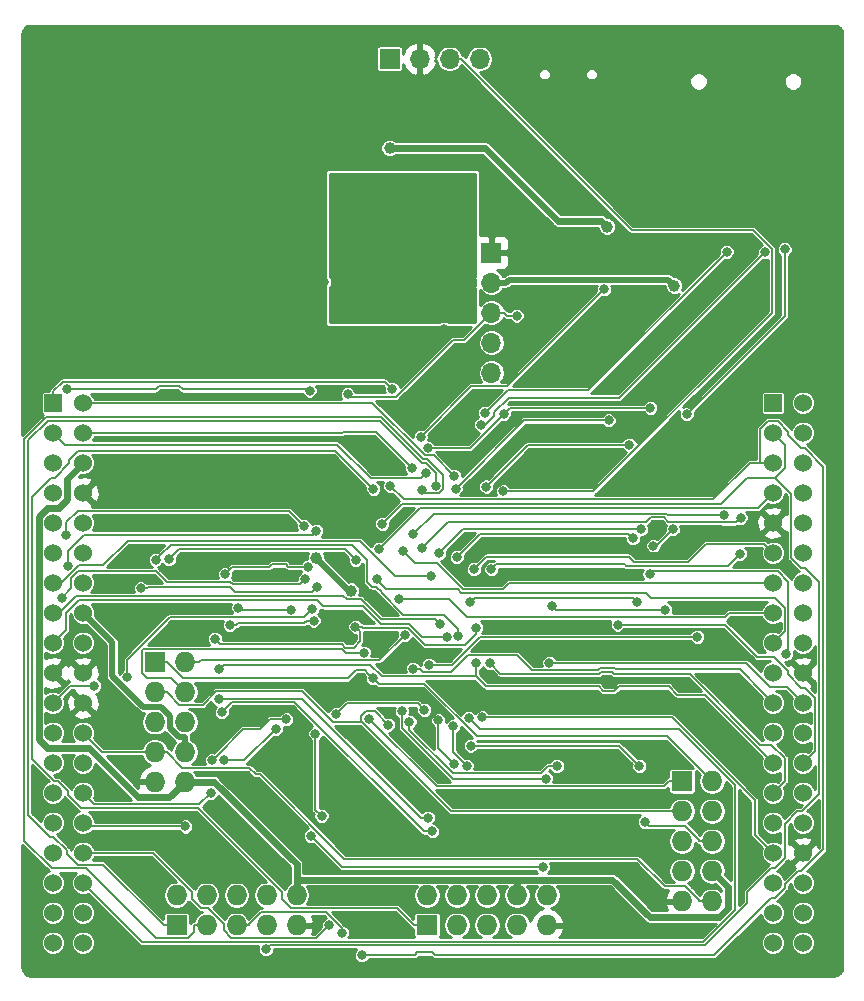
<source format=gbl>
G04 #@! TF.GenerationSoftware,KiCad,Pcbnew,6.0.0-rc1-unknown-0bceb69~66~ubuntu18.10.1*
G04 #@! TF.CreationDate,2018-12-04T21:08:12-08:00
G04 #@! TF.ProjectId,Nucleo-64-407,4e75636c-656f-42d3-9634-2d3430372e6b,rev?*
G04 #@! TF.SameCoordinates,PX328b740PY6ea0500*
G04 #@! TF.FileFunction,Copper,L2,Bot*
G04 #@! TF.FilePolarity,Positive*
%FSLAX46Y46*%
G04 Gerber Fmt 4.6, Leading zero omitted, Abs format (unit mm)*
G04 Created by KiCad (PCBNEW 6.0.0-rc1-unknown-0bceb69~66~ubuntu18.10.1) date Tue 04 Dec 2018 09:08:12 PM PST*
%MOMM*%
%LPD*%
G04 APERTURE LIST*
G04 #@! TA.AperFunction,ComponentPad*
%ADD10C,1.524000*%
G04 #@! TD*
G04 #@! TA.AperFunction,ComponentPad*
%ADD11R,1.524000X1.524000*%
G04 #@! TD*
G04 #@! TA.AperFunction,ComponentPad*
%ADD12O,1.727200X1.727200*%
G04 #@! TD*
G04 #@! TA.AperFunction,ComponentPad*
%ADD13R,1.727200X1.727200*%
G04 #@! TD*
G04 #@! TA.AperFunction,ComponentPad*
%ADD14O,1.700000X1.700000*%
G04 #@! TD*
G04 #@! TA.AperFunction,ComponentPad*
%ADD15R,1.700000X1.700000*%
G04 #@! TD*
G04 #@! TA.AperFunction,ViaPad*
%ADD16C,0.800000*%
G04 #@! TD*
G04 #@! TA.AperFunction,ViaPad*
%ADD17C,1.000000*%
G04 #@! TD*
G04 #@! TA.AperFunction,Conductor*
%ADD18C,0.500000*%
G04 #@! TD*
G04 #@! TA.AperFunction,Conductor*
%ADD19C,0.600000*%
G04 #@! TD*
G04 #@! TA.AperFunction,Conductor*
%ADD20C,0.400000*%
G04 #@! TD*
G04 #@! TA.AperFunction,Conductor*
%ADD21C,0.152400*%
G04 #@! TD*
G04 #@! TA.AperFunction,Conductor*
%ADD22C,0.254000*%
G04 #@! TD*
G04 APERTURE END LIST*
D10*
G04 #@! TO.P,U2,2*
G04 #@! TO.N,/Y_START*
X5431500Y48775000D03*
G04 #@! TO.P,U2,4*
G04 #@! TO.N,/X_END*
X5431500Y46235000D03*
G04 #@! TO.P,U2,6*
G04 #@! TO.N,/5V*
X5431500Y43695000D03*
G04 #@! TO.P,U2,8*
G04 #@! TO.N,GND*
X5431500Y41155000D03*
G04 #@! TO.P,U2,10*
G04 #@! TO.N,Net-(U2-Pad10)*
X5431500Y38615000D03*
G04 #@! TO.P,U2,12*
G04 #@! TO.N,Net-(U2-Pad12)*
X5431500Y36075000D03*
G04 #@! TO.P,U2,14*
G04 #@! TO.N,Net-(U2-Pad14)*
X5431500Y33535000D03*
G04 #@! TO.P,U2,16*
G04 #@! TO.N,/3.3V*
X5431500Y30995000D03*
G04 #@! TO.P,U2,18*
G04 #@! TO.N,Net-(U2-Pad18)*
X5431500Y28455000D03*
G04 #@! TO.P,U2,20*
G04 #@! TO.N,GND*
X5431500Y25915000D03*
G04 #@! TO.P,U2,22*
X5431500Y23375000D03*
G04 #@! TO.P,U2,24*
G04 #@! TO.N,/VIN*
X5431500Y20835000D03*
G04 #@! TO.P,U2,26*
G04 #@! TO.N,Net-(U2-Pad26)*
X5431500Y18295000D03*
G04 #@! TO.P,U2,28*
G04 #@! TO.N,/E0_TEMP*
X5431500Y15755000D03*
G04 #@! TO.P,U2,30*
G04 #@! TO.N,/E1_TEMP*
X5431500Y13215000D03*
G04 #@! TO.P,U2,32*
G04 #@! TO.N,/X_STEP*
X5431500Y10675000D03*
G04 #@! TO.P,U2,34*
G04 #@! TO.N,/BED_PWM*
X5431500Y8135000D03*
G04 #@! TO.P,U2,36*
G04 #@! TO.N,/SPI_MOSI*
X5431500Y5595000D03*
D11*
G04 #@! TO.P,U2,1*
G04 #@! TO.N,/X_START*
X2891500Y48775000D03*
D10*
G04 #@! TO.P,U2,3*
G04 #@! TO.N,/Z_START*
X2891500Y46235000D03*
G04 #@! TO.P,U2,5*
G04 #@! TO.N,Net-(U2-Pad5)*
X2891500Y43695000D03*
G04 #@! TO.P,U2,7*
G04 #@! TO.N,Net-(U2-Pad7)*
X2891500Y41155000D03*
G04 #@! TO.P,U2,9*
G04 #@! TO.N,Net-(U2-Pad9)*
X2891500Y38615000D03*
G04 #@! TO.P,U2,11*
G04 #@! TO.N,Net-(U2-Pad11)*
X2891500Y36075000D03*
G04 #@! TO.P,U2,13*
G04 #@! TO.N,/ENC_A*
X2891500Y33535000D03*
G04 #@! TO.P,U2,15*
G04 #@! TO.N,/ENC_B*
X2891500Y30995000D03*
G04 #@! TO.P,U2,17*
G04 #@! TO.N,/STALL*
X2891500Y28455000D03*
G04 #@! TO.P,U2,19*
G04 #@! TO.N,GND*
X2891500Y25915000D03*
G04 #@! TO.P,U2,21*
G04 #@! TO.N,/E1_END*
X2891500Y23375000D03*
G04 #@! TO.P,U2,23*
G04 #@! TO.N,/Z_PROBE_IN*
X2891500Y20835000D03*
G04 #@! TO.P,U2,25*
G04 #@! TO.N,/BTN_IN*
X2891500Y18295000D03*
G04 #@! TO.P,U2,27*
G04 #@! TO.N,/Z_PROBE_MOD*
X2891500Y15755000D03*
G04 #@! TO.P,U2,29*
G04 #@! TO.N,Net-(U2-Pad29)*
X2891500Y13215000D03*
G04 #@! TO.P,U2,31*
G04 #@! TO.N,Net-(U2-Pad31)*
X2891500Y10675000D03*
G04 #@! TO.P,U2,33*
G04 #@! TO.N,Net-(U2-Pad33)*
X2891500Y8135000D03*
G04 #@! TO.P,U2,35*
G04 #@! TO.N,/SPI_MISO*
X2891500Y5595000D03*
D11*
G04 #@! TO.P,U2,39*
G04 #@! TO.N,/E1_STEP*
X63851500Y48775000D03*
D10*
G04 #@! TO.P,U2,41*
G04 #@! TO.N,/I2C_SCL*
X63851500Y46235000D03*
G04 #@! TO.P,U2,43*
G04 #@! TO.N,/I2C_SDA*
X63851500Y43695000D03*
G04 #@! TO.P,U2,45*
G04 #@! TO.N,/AVDD*
X63851500Y41155000D03*
G04 #@! TO.P,U2,47*
G04 #@! TO.N,GND*
X63851500Y38615000D03*
G04 #@! TO.P,U2,49*
G04 #@! TO.N,/~EN_MOTORS*
X63851500Y36075000D03*
G04 #@! TO.P,U2,51*
G04 #@! TO.N,/E0_PWM*
X63851500Y33535000D03*
G04 #@! TO.P,U2,53*
G04 #@! TO.N,/E1_PWM*
X63851500Y30995000D03*
G04 #@! TO.P,U2,55*
G04 #@! TO.N,/E0_END*
X63851500Y28455000D03*
G04 #@! TO.P,U2,57*
G04 #@! TO.N,/E0_STEP*
X63851500Y25915000D03*
G04 #@! TO.P,U2,59*
G04 #@! TO.N,/E1_DIR*
X63851500Y23375000D03*
G04 #@! TO.P,U2,61*
G04 #@! TO.N,/~TC2_CS*
X63851500Y20835000D03*
G04 #@! TO.P,U2,63*
G04 #@! TO.N,/SPI_SCK*
X63851500Y18295000D03*
G04 #@! TO.P,U2,65*
G04 #@! TO.N,/Y_END*
X63851500Y15755000D03*
G04 #@! TO.P,U2,67*
G04 #@! TO.N,/Z_END*
X63851500Y13215000D03*
G04 #@! TO.P,U2,69*
G04 #@! TO.N,/~E0_CS*
X63851500Y10675000D03*
G04 #@! TO.P,U2,71*
G04 #@! TO.N,/~X_CS*
X63851500Y8135000D03*
G04 #@! TO.P,U2,73*
G04 #@! TO.N,Net-(U2-Pad73)*
X63851500Y5595000D03*
G04 #@! TO.P,U2,40*
G04 #@! TO.N,/E0_DIR*
X66391500Y48775000D03*
G04 #@! TO.P,U2,42*
G04 #@! TO.N,/~TC1_CS*
X66391500Y46235000D03*
G04 #@! TO.P,U2,44*
G04 #@! TO.N,/Y_STEP*
X66391500Y43695000D03*
G04 #@! TO.P,U2,46*
G04 #@! TO.N,Net-(U2-Pad46)*
X66391500Y41155000D03*
G04 #@! TO.P,U2,48*
G04 #@! TO.N,Net-(U2-Pad48)*
X66391500Y38615000D03*
G04 #@! TO.P,U2,50*
G04 #@! TO.N,/~Z_CS*
X66391500Y36075000D03*
G04 #@! TO.P,U2,52*
G04 #@! TO.N,/~Y_CS*
X66391500Y33535000D03*
G04 #@! TO.P,U2,54*
G04 #@! TO.N,/Y_DIR*
X66391500Y30995000D03*
G04 #@! TO.P,U2,56*
G04 #@! TO.N,Net-(U2-Pad56)*
X66391500Y28455000D03*
G04 #@! TO.P,U2,58*
G04 #@! TO.N,GND*
X66391500Y25915000D03*
G04 #@! TO.P,U2,60*
G04 #@! TO.N,/PWM4*
X66391500Y23375000D03*
G04 #@! TO.P,U2,62*
G04 #@! TO.N,/~E1_CS*
X66391500Y20835000D03*
G04 #@! TO.P,U2,64*
G04 #@! TO.N,/Z_DIR*
X66391500Y18295000D03*
G04 #@! TO.P,U2,66*
G04 #@! TO.N,/PWM5*
X66391500Y15755000D03*
G04 #@! TO.P,U2,68*
G04 #@! TO.N,/Z_STEP*
X66391500Y13215000D03*
G04 #@! TO.P,U2,70*
G04 #@! TO.N,GND*
X66391500Y10675000D03*
G04 #@! TO.P,U2,72*
G04 #@! TO.N,/X_DIR*
X66391500Y8135000D03*
G04 #@! TO.P,U2,74*
G04 #@! TO.N,Net-(U2-Pad74)*
X66391500Y5595000D03*
G04 #@! TO.P,U2,75*
G04 #@! TO.N,Net-(U2-Pad75)*
X63851500Y3055000D03*
G04 #@! TO.P,U2,76*
G04 #@! TO.N,Net-(U2-Pad76)*
X66391500Y3055000D03*
G04 #@! TO.P,U2,38*
G04 #@! TO.N,/BED_TEMP*
X5431500Y3055000D03*
G04 #@! TO.P,U2,37*
G04 #@! TO.N,/~LCD_CS*
X2891500Y3055000D03*
G04 #@! TD*
D12*
G04 #@! TO.P,J8,10*
G04 #@! TO.N,/5V*
X14056000Y16686000D03*
G04 #@! TO.P,J8,9*
G04 #@! TO.N,GND*
X11516000Y16686000D03*
G04 #@! TO.P,J8,8*
G04 #@! TO.N,/3.3V*
X14056000Y19226000D03*
G04 #@! TO.P,J8,7*
G04 #@! TO.N,/VIN*
X11516000Y19226000D03*
G04 #@! TO.P,J8,6*
G04 #@! TO.N,/SPI_SCK*
X14056000Y21766000D03*
G04 #@! TO.P,J8,5*
G04 #@! TO.N,/~EN_MOTORS*
X11516000Y21766000D03*
G04 #@! TO.P,J8,4*
G04 #@! TO.N,/SPI_MOSI*
X14056000Y24306000D03*
G04 #@! TO.P,J8,3*
G04 #@! TO.N,/IOA_5*
X11516000Y24306000D03*
G04 #@! TO.P,J8,2*
G04 #@! TO.N,/SPI_MISO*
X14056000Y26846000D03*
D13*
G04 #@! TO.P,J8,1*
G04 #@! TO.N,/IOA_4*
X11516000Y26846000D03*
G04 #@! TD*
D12*
G04 #@! TO.P,J7,10*
G04 #@! TO.N,/5V*
X23517500Y7098000D03*
G04 #@! TO.P,J7,9*
G04 #@! TO.N,GND*
X23517500Y4558000D03*
G04 #@! TO.P,J7,8*
G04 #@! TO.N,/3.3V*
X20977500Y7098000D03*
G04 #@! TO.P,J7,7*
G04 #@! TO.N,/I2C_SCL*
X20977500Y4558000D03*
G04 #@! TO.P,J7,6*
G04 #@! TO.N,/SPI2_SCK*
X18437500Y7098000D03*
G04 #@! TO.P,J7,5*
G04 #@! TO.N,/I2C_SDA*
X18437500Y4558000D03*
G04 #@! TO.P,J7,4*
G04 #@! TO.N,/SPI2_MOSI*
X15897500Y7098000D03*
G04 #@! TO.P,J7,3*
G04 #@! TO.N,/UART2_RX*
X15897500Y4558000D03*
G04 #@! TO.P,J7,2*
G04 #@! TO.N,/SPI2_MISO*
X13357500Y7098000D03*
D13*
G04 #@! TO.P,J7,1*
G04 #@! TO.N,/UART2_TX*
X13357500Y4558000D03*
G04 #@! TD*
D12*
G04 #@! TO.P,J6,10*
G04 #@! TO.N,/VIN*
X58696000Y6589500D03*
G04 #@! TO.P,J6,9*
G04 #@! TO.N,GND*
X56156000Y6589500D03*
G04 #@! TO.P,J6,8*
G04 #@! TO.N,/5V*
X58696000Y9129500D03*
G04 #@! TO.P,J6,7*
G04 #@! TO.N,/IOA_15*
X56156000Y9129500D03*
G04 #@! TO.P,J6,6*
G04 #@! TO.N,/IOA_8*
X58696000Y11669500D03*
G04 #@! TO.P,J6,5*
G04 #@! TO.N,/IOA_7*
X56156000Y11669500D03*
G04 #@! TO.P,J6,4*
G04 #@! TO.N,/IOA_6*
X58696000Y14209500D03*
G04 #@! TO.P,J6,3*
G04 #@! TO.N,/IOA_5*
X56156000Y14209500D03*
G04 #@! TO.P,J6,2*
G04 #@! TO.N,/IOA_4*
X58696000Y16749500D03*
D13*
G04 #@! TO.P,J6,1*
G04 #@! TO.N,/IOA_3*
X56156000Y16749500D03*
G04 #@! TD*
D12*
G04 #@! TO.P,J5,10*
G04 #@! TO.N,/3.3V*
X44726500Y7098000D03*
G04 #@! TO.P,J5,9*
G04 #@! TO.N,GND*
X44726500Y4558000D03*
G04 #@! TO.P,J5,8*
G04 #@! TO.N,/5V*
X42186500Y7098000D03*
G04 #@! TO.P,J5,7*
G04 #@! TO.N,/IOE_6*
X42186500Y4558000D03*
G04 #@! TO.P,J5,6*
G04 #@! TO.N,/IOE_5*
X39646500Y7098000D03*
G04 #@! TO.P,J5,5*
G04 #@! TO.N,/IOE_4*
X39646500Y4558000D03*
G04 #@! TO.P,J5,4*
G04 #@! TO.N,/IOE_3*
X37106500Y7098000D03*
G04 #@! TO.P,J5,3*
G04 #@! TO.N,/IOE_2*
X37106500Y4558000D03*
G04 #@! TO.P,J5,2*
G04 #@! TO.N,/IOE_1*
X34566500Y7098000D03*
D13*
G04 #@! TO.P,J5,1*
G04 #@! TO.N,/IOE_0*
X34566500Y4558000D03*
G04 #@! TD*
D14*
G04 #@! TO.P,J4,4*
G04 #@! TO.N,/UART_TX*
X39011500Y77900000D03*
G04 #@! TO.P,J4,3*
G04 #@! TO.N,/UART_RX*
X36471500Y77900000D03*
G04 #@! TO.P,J4,2*
G04 #@! TO.N,GND*
X33931500Y77900000D03*
D15*
G04 #@! TO.P,J4,1*
G04 #@! TO.N,/5V*
X31391500Y77900000D03*
G04 #@! TD*
D14*
G04 #@! TO.P,J1,5*
G04 #@! TO.N,/SWDCLK*
X40000000Y51340000D03*
G04 #@! TO.P,J1,4*
G04 #@! TO.N,/SWDIO*
X40000000Y53880000D03*
G04 #@! TO.P,J1,3*
G04 #@! TO.N,/RST*
X40000000Y56420000D03*
G04 #@! TO.P,J1,2*
G04 #@! TO.N,/3.3V*
X40000000Y58960000D03*
D15*
G04 #@! TO.P,J1,1*
G04 #@! TO.N,GND*
X40000000Y61500000D03*
G04 #@! TD*
D16*
G04 #@! TO.N,GND*
X25800000Y59000000D03*
X27200000Y53400000D03*
X17200000Y53200000D03*
X32400000Y47900000D03*
X35000000Y50000000D03*
X32000000Y52600000D03*
X27200000Y52000000D03*
X13200000Y49403610D03*
X68000000Y9600000D03*
X48300000Y5700000D03*
X47000000Y12100000D03*
X42200000Y12800000D03*
X38000000Y12600000D03*
X28400000Y13300000D03*
X33100000Y16400000D03*
X25600000Y9500000D03*
X25400000Y7100000D03*
X31900000Y7100000D03*
X32900000Y11400000D03*
X31300000Y4800000D03*
X28200000Y5000000D03*
X27900000Y7000000D03*
X9100000Y3000000D03*
X11000000Y8000000D03*
X9600000Y11700000D03*
X15500000Y11900000D03*
X12200000Y11100000D03*
X8400000Y20200000D03*
X7400000Y16100000D03*
X10200000Y20500000D03*
D17*
X57300000Y61400000D03*
D16*
X51400000Y57800000D03*
X54200000Y57200000D03*
X56000000Y56200000D03*
X66250000Y54250000D03*
X63900000Y63650000D03*
D17*
X7200000Y43600000D03*
X17600000Y59000000D03*
X26200000Y49600000D03*
X25700000Y42400000D03*
X22100000Y42600000D03*
X29900000Y44000000D03*
X27800000Y45500000D03*
D16*
X43100000Y18200000D03*
D17*
X39800000Y18800000D03*
X23300000Y20400000D03*
X28935618Y25431583D03*
X24900000Y24600000D03*
X29000000Y20400000D03*
X26500000Y23800000D03*
X20500000Y29400000D03*
X27998554Y28789249D03*
X22300000Y18700000D03*
X18900000Y22000000D03*
X20900000Y22700000D03*
X16300000Y20700000D03*
X20388170Y18070822D03*
X22500000Y13700000D03*
X24200000Y14900000D03*
X18200000Y17000000D03*
X16200000Y14500000D03*
D16*
X21000000Y9900000D03*
X23700000Y11400000D03*
X14700000Y29200000D03*
X16200000Y31400000D03*
X11100000Y30200000D03*
X16700000Y35200000D03*
X13400000Y34600000D03*
X22300000Y34300000D03*
D17*
X20800000Y35600000D03*
X28300000Y34200000D03*
X30100000Y32100000D03*
X30000000Y37500000D03*
X24000000Y40300000D03*
X21400000Y38500000D03*
X14100000Y41000000D03*
X17000000Y38700000D03*
X9000000Y41000000D03*
X8700000Y38700000D03*
X9300000Y35800000D03*
X8600000Y33600000D03*
X8900000Y31100000D03*
D16*
X52700000Y41900000D03*
X55200000Y36400000D03*
X46000000Y43200000D03*
X43200000Y43000000D03*
X37200000Y47000000D03*
X62800000Y50800000D03*
D17*
X47000000Y36800000D03*
D16*
X47900000Y23200000D03*
X60000000Y28100000D03*
X55500000Y27800000D03*
X59600000Y24800000D03*
X59300000Y21300000D03*
X51300000Y23400000D03*
X54100000Y19100000D03*
X50400000Y18400000D03*
X47200000Y17700000D03*
X49500000Y15300000D03*
X51400000Y13200000D03*
X49700000Y12900000D03*
X47300000Y15300000D03*
X44900000Y15200000D03*
X39000000Y15400000D03*
X50000000Y25100000D03*
X56200000Y25000000D03*
X54000000Y27800000D03*
X62200000Y30300000D03*
X58500000Y31300000D03*
D17*
X48700000Y34255510D03*
D16*
X20133421Y34200000D03*
X18471399Y34196611D03*
X62403343Y28971390D03*
X54227658Y38371390D03*
X53016046Y35986371D03*
X52050000Y69900000D03*
X49900000Y61200000D03*
X54300000Y60700000D03*
X45300000Y61000000D03*
X45300000Y58000000D03*
X36000000Y55000000D03*
X39500000Y67000000D03*
X41500000Y75500000D03*
X61900000Y76800000D03*
X28000000Y73000000D03*
X64600000Y1400000D03*
X68600000Y6700000D03*
X61400000Y13300000D03*
X62400000Y16400000D03*
X62100000Y18300000D03*
X61200000Y22800000D03*
X53600000Y15300000D03*
D17*
X35800000Y72350000D03*
X40100000Y73950000D03*
X55921390Y62588768D03*
D16*
X68050000Y63900000D03*
X50550000Y73900000D03*
X56450000Y71350000D03*
X59150000Y71350000D03*
X26500000Y78600000D03*
X26500000Y77000000D03*
X26500000Y75500000D03*
X7500000Y78500000D03*
X7500000Y77000000D03*
X7500000Y75500000D03*
X60500000Y55750000D03*
X51000000Y51000000D03*
X50250000Y44250000D03*
X53750000Y50250000D03*
X53500000Y53750000D03*
X56250000Y51000000D03*
X51750000Y55750000D03*
X50250000Y56750000D03*
X36750000Y1250000D03*
X34500000Y1500000D03*
X35000000Y17750000D03*
X32750000Y20000000D03*
X34500000Y20750000D03*
X31500000Y26500000D03*
X30500000Y28000000D03*
X33250000Y27750000D03*
X39750000Y36750000D03*
X35400000Y11200000D03*
X57400000Y62500000D03*
D17*
G04 #@! TO.N,/3.3V*
X55493100Y58701000D03*
X25166700Y35667500D03*
X28119289Y32875221D03*
X28750000Y61250000D03*
X30947000Y61250000D03*
X33000000Y61250000D03*
X33000000Y62750000D03*
X30947000Y62750000D03*
X28750000Y62750000D03*
D16*
G04 #@! TO.N,/RST*
X27842400Y49509200D03*
X42151400Y56161400D03*
G04 #@! TO.N,Net-(C6-Pad1)*
X10330900Y33075800D03*
X25255500Y33181800D03*
G04 #@! TO.N,Net-(C7-Pad1)*
X18597200Y31432200D03*
X23022700Y31265000D03*
G04 #@! TO.N,/AVDD*
X30487500Y36399700D03*
D17*
G04 #@! TO.N,/5V*
X49800000Y63700000D03*
X31400000Y70350000D03*
D16*
G04 #@! TO.N,/SDIO_D0*
X55376100Y38071400D03*
X56546600Y47799400D03*
X64839400Y61795900D03*
X53735454Y36669758D03*
G04 #@! TO.N,/SDIO_CLK*
X39149800Y46927100D03*
X63141100Y61518100D03*
G04 #@! TO.N,/SDIO_CMD*
X36983300Y41513300D03*
X49935400Y47288900D03*
G04 #@! TO.N,/SDIO_D3*
X39476400Y47953000D03*
X59926300Y61571900D03*
G04 #@! TO.N,/SDIO_D2*
X39564500Y41694400D03*
X51680300Y45220100D03*
G04 #@! TO.N,/SD_DETECT*
X34726500Y26603000D03*
X57440900Y28964700D03*
G04 #@! TO.N,/UART_RX*
X41006600Y41288700D03*
G04 #@! TO.N,/IOE_6*
X4073000Y49923600D03*
X24617400Y49819100D03*
G04 #@! TO.N,/IOE_5*
X35013100Y12488200D03*
X17176600Y22583000D03*
G04 #@! TO.N,/IOE_4*
X4039200Y37586000D03*
X24151100Y38321600D03*
G04 #@! TO.N,/IOE_3*
X34626100Y13668100D03*
X16938800Y23686600D03*
G04 #@! TO.N,/IOE_2*
X4156400Y35002300D03*
X25200600Y37934500D03*
G04 #@! TO.N,/IOE_1*
X49555400Y58411800D03*
X34018100Y45916000D03*
G04 #@! TO.N,/IOE_0*
X30019300Y41492800D03*
G04 #@! TO.N,/IOA_8*
X52980600Y13312100D03*
G04 #@! TO.N,/IOA_7*
X45561000Y18029600D03*
X33080200Y21768900D03*
G04 #@! TO.N,/IOA_6*
X52550000Y18029600D03*
X38266200Y19761900D03*
G04 #@! TO.N,/IOA_5*
X31295000Y21538500D03*
G04 #@! TO.N,/IOA_4*
X29987830Y25452097D03*
G04 #@! TO.N,/IOA_3*
X29658900Y22042900D03*
G04 #@! TO.N,/I2C_SCL*
X20906300Y2528000D03*
X30759300Y38537500D03*
G04 #@! TO.N,/SPI2_SCK*
X24742800Y12113300D03*
X44345700Y9481900D03*
G04 #@! TO.N,/I2C_SDA*
X31457300Y41725600D03*
X29044800Y2018900D03*
X27359200Y3927900D03*
G04 #@! TO.N,/SPI2_MOSI*
X17867300Y29986900D03*
X24960600Y30338900D03*
G04 #@! TO.N,/UART2_RX*
X34138500Y41427600D03*
G04 #@! TO.N,/SPI2_MISO*
X9189700Y25600100D03*
X24841100Y31326600D03*
G04 #@! TO.N,/UART2_TX*
X35308600Y41768900D03*
G04 #@! TO.N,/SPI_SCK*
X16992800Y26215200D03*
X52321400Y31957100D03*
X38235300Y31894500D03*
X38698300Y26738500D03*
G04 #@! TO.N,/~EN_MOTORS*
X16588000Y28813700D03*
X38702800Y29755000D03*
X28498065Y29828379D03*
X38528618Y34702410D03*
G04 #@! TO.N,/SPI_MOSI*
X59733400Y39282400D03*
X33405100Y37643900D03*
X29220597Y27612905D03*
G04 #@! TO.N,/SPI_MISO*
X32661500Y29115200D03*
X37074700Y35707800D03*
X51981957Y37304692D03*
G04 #@! TO.N,/BOOT0*
X34619900Y44960900D03*
X41052800Y47848000D03*
X53473200Y48353500D03*
G04 #@! TO.N,/BOOT1*
X26834400Y22406600D03*
X34319700Y22795700D03*
G04 #@! TO.N,/E1_PWM*
X32167100Y32189000D03*
G04 #@! TO.N,/E0_PWM*
X32539600Y36221600D03*
G04 #@! TO.N,/Y_END*
X39866900Y26741500D03*
G04 #@! TO.N,/X_END*
X33258500Y43284100D03*
G04 #@! TO.N,/Z_START*
X34452200Y42839400D03*
G04 #@! TO.N,/Y_START*
X36840600Y42616200D03*
G04 #@! TO.N,/X_START*
X31594100Y49953300D03*
G04 #@! TO.N,/E0_STEP*
X64977300Y27520500D03*
X53400500Y34291900D03*
G04 #@! TO.N,/~E1_CS*
X54730300Y31264500D03*
X45156900Y31568700D03*
G04 #@! TO.N,/Z_DIR*
X50701000Y30000000D03*
G04 #@! TO.N,/PWM4*
X44925000Y26771600D03*
G04 #@! TO.N,/BED_PWM*
X38078700Y22124300D03*
G04 #@! TO.N,/E1_STEP*
X61047000Y35989300D03*
X40011980Y34702410D03*
G04 #@! TO.N,/~LCD_CS*
X37915500Y18049100D03*
X36748700Y21381000D03*
G04 #@! TO.N,/E1_END*
X6376600Y24812400D03*
X11590200Y35487700D03*
X37217700Y29048200D03*
G04 #@! TO.N,/X_STEP*
X26225800Y4528300D03*
X36846000Y18218600D03*
X35525500Y21890500D03*
G04 #@! TO.N,/STALL*
X36250300Y28949500D03*
G04 #@! TO.N,/ENC_B*
X35678800Y30066300D03*
G04 #@! TO.N,/ENC_A*
X34891600Y34138500D03*
G04 #@! TO.N,/~FLASH_CS*
X35599000Y36045000D03*
X52658161Y38095165D03*
G04 #@! TO.N,/~E0_CS*
X39238100Y22137700D03*
G04 #@! TO.N,/E1_DIR*
X33370600Y26272300D03*
G04 #@! TO.N,/Y_STEP*
X61106900Y39048400D03*
X34109400Y36482200D03*
G04 #@! TO.N,/X_DIR*
X44648500Y16962400D03*
X32440300Y22681900D03*
G04 #@! TO.N,/BED_TEMP*
X25631700Y13815100D03*
X25113500Y20766200D03*
G04 #@! TO.N,/E1_TEMP*
X14102100Y12909200D03*
X16354700Y18504100D03*
X22647800Y21981800D03*
G04 #@! TO.N,/E0_TEMP*
X16256000Y15749000D03*
X17389600Y18504100D03*
X21771300Y21178100D03*
G04 #@! TO.N,/E0_END*
X30287902Y33856052D03*
G04 #@! TO.N,/Z_PROBE_MOD*
X3634900Y32265000D03*
X24240300Y33840900D03*
G04 #@! TO.N,/BTN_IN*
X17461900Y34245500D03*
X24449500Y34866000D03*
G04 #@! TO.N,/Z_PROBE_IN*
X12693400Y35543700D03*
X28516000Y35480300D03*
G04 #@! TD*
D18*
G04 #@! TO.N,GND*
X41200000Y34200000D02*
X41200000Y34000000D01*
X41200000Y34000000D02*
X40800000Y33600000D01*
X40800000Y33600000D02*
X38200000Y33600000D01*
X38200000Y33600000D02*
X37600000Y34200000D01*
X37600000Y34200000D02*
X37600000Y35000000D01*
X41200000Y34200000D02*
X47500000Y34200000D01*
D19*
X28400000Y45500000D02*
X29900000Y44000000D01*
X27800000Y45500000D02*
X28400000Y45500000D01*
D20*
X28935618Y25431583D02*
X28104035Y24600000D01*
X28104035Y24600000D02*
X24900000Y24600000D01*
X20500000Y29400000D02*
X21110751Y28789249D01*
X21110751Y28789249D02*
X27998554Y28789249D01*
X20200000Y22000000D02*
X20900000Y22700000D01*
X18900000Y22000000D02*
X20200000Y22000000D01*
X28300000Y34200000D02*
X28300000Y33900000D01*
X28300000Y33900000D02*
X30100000Y32100000D01*
D18*
X52600000Y36300000D02*
X52600000Y36669085D01*
X54667356Y35867356D02*
X53300000Y35867356D01*
X55200000Y36400000D02*
X54667356Y35867356D01*
X53032644Y35867356D02*
X52600000Y36300000D01*
X52600000Y36669085D02*
X54226425Y38295510D01*
X53300000Y35867356D02*
X53032644Y35867356D01*
G04 #@! TO.N,/3.3V*
X55493100Y58701000D02*
X54979600Y59214500D01*
X54979600Y59214500D02*
X41507200Y59214500D01*
X41507200Y59214500D02*
X41252700Y58960000D01*
X40000000Y58960000D02*
X41252700Y58960000D01*
X14056000Y19226000D02*
X14056000Y20492300D01*
X5431500Y30995000D02*
X7922700Y28503800D01*
X7922700Y28503800D02*
X7922700Y25668200D01*
X7922700Y25668200D02*
X10558500Y23032400D01*
X10558500Y23032400D02*
X12040400Y23032400D01*
X12040400Y23032400D02*
X12782400Y22290400D01*
X12782400Y22290400D02*
X12782400Y21241200D01*
X12782400Y21241200D02*
X13531300Y20492300D01*
X13531300Y20492300D02*
X14056000Y20492300D01*
X27958979Y32875221D02*
X28119289Y32875221D01*
X25166700Y35667500D02*
X27958979Y32875221D01*
D21*
G04 #@! TO.N,/RST*
X31937800Y49301800D02*
X28049800Y49301800D01*
X28049800Y49301800D02*
X27842400Y49509200D01*
X40539500Y56420000D02*
X40000000Y56420000D01*
X40539500Y56420000D02*
X41078900Y56420000D01*
X41078900Y56420000D02*
X41337500Y56161400D01*
X41337500Y56161400D02*
X42151400Y56161400D01*
X37694000Y54114000D02*
X40000000Y56420000D01*
X36750000Y54114000D02*
X37694000Y54114000D01*
X36750000Y54114000D02*
X31937800Y49301800D01*
G04 #@! TO.N,Net-(C6-Pad1)*
X17887133Y33181800D02*
X11002585Y33181800D01*
X11002585Y33181800D02*
X10896585Y33075800D01*
X18287132Y32781801D02*
X17887133Y33181800D01*
X24855501Y32781801D02*
X18287132Y32781801D01*
X25255500Y33181800D02*
X24855501Y32781801D01*
X10896585Y33075800D02*
X10330900Y33075800D01*
G04 #@! TO.N,Net-(C7-Pad1)*
X23022700Y31265000D02*
X18764400Y31265000D01*
X18764400Y31265000D02*
X18597200Y31432200D01*
G04 #@! TO.N,/AVDD*
X63851500Y41155000D02*
X62607900Y39911400D01*
X62607900Y39911400D02*
X33999200Y39911400D01*
X33999200Y39911400D02*
X30487500Y36399700D01*
D19*
G04 #@! TO.N,/5V*
X23517500Y8414300D02*
X23517500Y9693500D01*
X23517500Y9693500D02*
X16525000Y16686000D01*
X16525000Y16686000D02*
X15372300Y16686000D01*
X23517500Y7098000D02*
X23517500Y8414300D01*
X14056000Y16686000D02*
X15372300Y16686000D01*
X23517500Y8414300D02*
X42186500Y8414300D01*
X5431500Y43695000D02*
X4106300Y42369800D01*
X4106300Y42369800D02*
X4106300Y40611900D01*
X4106300Y40611900D02*
X3379400Y39885000D01*
X3379400Y39885000D02*
X2421600Y39885000D01*
X2421600Y39885000D02*
X1676200Y39139600D01*
X1676200Y39139600D02*
X1676200Y20300800D01*
X1676200Y20300800D02*
X2412000Y19565000D01*
X2412000Y19565000D02*
X5926900Y19565000D01*
X5926900Y19565000D02*
X10123400Y15368500D01*
X10123400Y15368500D02*
X12738500Y15368500D01*
X12738500Y15368500D02*
X14056000Y16686000D01*
X42186500Y8414300D02*
X50253900Y8414300D01*
X50253900Y8414300D02*
X53406500Y5261700D01*
X53406500Y5261700D02*
X59304000Y5261700D01*
X59304000Y5261700D02*
X60061200Y6018900D01*
X60061200Y6018900D02*
X60061200Y7764300D01*
X60061200Y7764300D02*
X58696000Y9129500D01*
X42186500Y7098000D02*
X42186500Y8414300D01*
X49300001Y64199999D02*
X45650001Y64199999D01*
X49800000Y63700000D02*
X49300001Y64199999D01*
X45650001Y64199999D02*
X39500000Y70350000D01*
X39500000Y70350000D02*
X31400000Y70350000D01*
D21*
G04 #@! TO.N,/VIN*
X5431500Y20835000D02*
X7040500Y19226000D01*
X7040500Y19226000D02*
X11516000Y19226000D01*
X20047920Y17341416D02*
X20404284Y17341416D01*
X54678800Y7859500D02*
X56446700Y7859500D01*
X56446700Y7859500D02*
X57603500Y6702700D01*
X52366900Y10171400D02*
X54678800Y7859500D01*
X13822800Y17875100D02*
X19514238Y17875100D01*
X57603500Y6589500D02*
X58696000Y6589500D01*
X11516000Y19226000D02*
X12608500Y19226000D01*
X19514238Y17875100D02*
X20047920Y17341416D01*
X12608500Y19226000D02*
X12608500Y19089400D01*
X20404284Y17341416D02*
X27574300Y10171400D01*
X27574300Y10171400D02*
X52366900Y10171400D01*
X12608500Y19089400D02*
X13822800Y17875100D01*
X57603500Y6702700D02*
X57603500Y6589500D01*
G04 #@! TO.N,/SDIO_D0*
X64839400Y61795900D02*
X64839400Y56092200D01*
X64839400Y56092200D02*
X56546600Y47799400D01*
X55376100Y38071400D02*
X53974458Y36669758D01*
X53974458Y36669758D02*
X53735454Y36669758D01*
G04 #@! TO.N,/SDIO_CLK*
X63141100Y61518100D02*
X50846700Y49223700D01*
X50846700Y49223700D02*
X41470400Y49223700D01*
X41470400Y49223700D02*
X40209300Y47962600D01*
X40209300Y47962600D02*
X40209300Y47699400D01*
X40209300Y47699400D02*
X39437000Y46927100D01*
X39437000Y46927100D02*
X39149800Y46927100D01*
G04 #@! TO.N,/SDIO_CMD*
X49935400Y47288900D02*
X42758900Y47288900D01*
X42758900Y47288900D02*
X36983300Y41513300D01*
G04 #@! TO.N,/SDIO_D3*
X59926300Y61571900D02*
X48232200Y49877800D01*
X48232200Y49877800D02*
X41401200Y49877800D01*
X41401200Y49877800D02*
X39476400Y47953000D01*
G04 #@! TO.N,/SDIO_D2*
X51680300Y45220100D02*
X43090200Y45220100D01*
X43090200Y45220100D02*
X39564500Y41694400D01*
G04 #@! TO.N,/SD_DETECT*
X57440900Y28964700D02*
X39021900Y28964700D01*
X39021900Y28964700D02*
X36660200Y26603000D01*
X36660200Y26603000D02*
X34726500Y26603000D01*
G04 #@! TO.N,/UART_RX*
X41006600Y41288700D02*
X48638400Y41288700D01*
X48638400Y41288700D02*
X63770000Y56420300D01*
X63770000Y56420300D02*
X63770000Y61812200D01*
X63770000Y61812200D02*
X62154900Y63427300D01*
X62154900Y63427300D02*
X51888200Y63427300D01*
X51888200Y63427300D02*
X37550400Y77765100D01*
X37550400Y77765100D02*
X37550400Y77900000D01*
X36471500Y77900000D02*
X37550400Y77900000D01*
G04 #@! TO.N,/IOE_6*
X11600000Y49923600D02*
X4073000Y49923600D01*
X13600000Y50200000D02*
X11876400Y50200000D01*
X11876400Y50200000D02*
X11600000Y49923600D01*
X13876400Y49923600D02*
X13600000Y50200000D01*
X24512900Y49923600D02*
X13876400Y49923600D01*
X24617400Y49819100D02*
X24512900Y49923600D01*
G04 #@! TO.N,/IOE_5*
X23340598Y23428602D02*
X34281000Y12488200D01*
X18022202Y23428602D02*
X23340598Y23428602D01*
X34281000Y12488200D02*
X34447415Y12488200D01*
X34447415Y12488200D02*
X35013100Y12488200D01*
X17176600Y22583000D02*
X18022202Y23428602D01*
G04 #@! TO.N,/IOE_4*
X24151100Y38321600D02*
X22855000Y39617700D01*
X22855000Y39617700D02*
X4971800Y39617700D01*
X4971800Y39617700D02*
X4039300Y38685200D01*
X4039300Y38685200D02*
X4039300Y37586000D01*
X4039300Y37586000D02*
X4039200Y37586000D01*
G04 #@! TO.N,/IOE_3*
X17504485Y23686600D02*
X17551298Y23733413D01*
X34060415Y13668100D02*
X34626100Y13668100D01*
X16938800Y23686600D02*
X17504485Y23686600D01*
X17551298Y23733413D02*
X23995102Y23733413D01*
X23995102Y23733413D02*
X34060415Y13668100D01*
G04 #@! TO.N,/IOE_2*
X25200600Y37934500D02*
X24890200Y37624100D01*
X24890200Y37624100D02*
X5547000Y37624100D01*
X5547000Y37624100D02*
X4156400Y36233500D01*
X4156400Y36233500D02*
X4156400Y35002300D01*
G04 #@! TO.N,/IOE_1*
X34018100Y45916000D02*
X38324100Y50222000D01*
X38324100Y50222000D02*
X41365600Y50222000D01*
X41365600Y50222000D02*
X49555400Y58411800D01*
G04 #@! TO.N,/IOE_0*
X34566500Y4558000D02*
X33474000Y4558000D01*
X30019300Y41492800D02*
X26796600Y44715500D01*
X26796600Y44715500D02*
X5050500Y44715500D01*
X5050500Y44715500D02*
X4269600Y43934600D01*
X4269600Y43934600D02*
X4269600Y43660800D01*
X4269600Y43660800D02*
X3033800Y42425000D01*
X3033800Y42425000D02*
X2755600Y42425000D01*
X2755600Y42425000D02*
X1120800Y40790200D01*
X1120800Y40790200D02*
X1120800Y18640300D01*
X1120800Y18640300D02*
X3015100Y16746000D01*
X3015100Y16746000D02*
X3319700Y16746000D01*
X3319700Y16746000D02*
X4161600Y15904100D01*
X4161600Y15904100D02*
X4161600Y15611200D01*
X4161600Y15611200D02*
X5294600Y14478200D01*
X5294600Y14478200D02*
X15162100Y14478200D01*
X15162100Y14478200D02*
X22247500Y7392800D01*
X22247500Y7392800D02*
X22247500Y6785700D01*
X22247500Y6785700D02*
X23027800Y6005400D01*
X23027800Y6005400D02*
X32026600Y6005400D01*
X32026600Y6005400D02*
X33474000Y4558000D01*
G04 #@! TO.N,/IOA_8*
X58696000Y11669500D02*
X57603500Y11669500D01*
X52980600Y13312100D02*
X53353200Y12939500D01*
X53353200Y12939500D02*
X56446700Y12939500D01*
X56446700Y12939500D02*
X57603500Y11782700D01*
X57603500Y11782700D02*
X57603500Y11669500D01*
G04 #@! TO.N,/IOA_7*
X45561000Y18029600D02*
X44826300Y18029600D01*
X44826300Y18029600D02*
X44216800Y17420100D01*
X44216800Y17420100D02*
X36755100Y17420100D01*
X36755100Y17420100D02*
X33080200Y21095000D01*
X33080200Y21095000D02*
X33080200Y21768900D01*
G04 #@! TO.N,/IOA_6*
X52550000Y18029600D02*
X50817700Y19761900D01*
X50817700Y19761900D02*
X38266200Y19761900D01*
G04 #@! TO.N,/IOA_5*
X28970400Y21842000D02*
X36602900Y14209500D01*
X36602900Y14209500D02*
X55063500Y14209500D01*
X31295000Y21538500D02*
X30145400Y22688100D01*
X30145400Y22688100D02*
X29377800Y22688100D01*
X29377800Y22688100D02*
X28970400Y22280700D01*
X28970400Y22280700D02*
X28970400Y21842000D01*
X12608500Y24306000D02*
X12608500Y24192800D01*
X12608500Y24192800D02*
X13587800Y23213500D01*
X13587800Y23213500D02*
X15576300Y23213500D01*
X15576300Y23213500D02*
X16706800Y24344000D01*
X16706800Y24344000D02*
X24007600Y24344000D01*
X24007600Y24344000D02*
X26573900Y21777700D01*
X26573900Y21777700D02*
X28906100Y21777700D01*
X28906100Y21777700D02*
X28970400Y21842000D01*
X56156000Y14209500D02*
X55063500Y14209500D01*
X11516000Y24306000D02*
X12608500Y24306000D01*
G04 #@! TO.N,/IOA_4*
X27867605Y25441900D02*
X28585889Y26160184D01*
X34341700Y24948700D02*
X30491227Y24948700D01*
X12608500Y26769500D02*
X12608500Y26709400D01*
X12608500Y26709400D02*
X13876000Y25441900D01*
X29587831Y25852096D02*
X29987830Y25452097D01*
X12532000Y26846000D02*
X12608500Y26769500D01*
X29279743Y26160184D02*
X29587831Y25852096D01*
X38753800Y20536600D02*
X34341700Y24948700D01*
X28585889Y26160184D02*
X29279743Y26160184D01*
X54908900Y20536600D02*
X38753800Y20536600D01*
X13876000Y25441900D02*
X27867605Y25441900D01*
X11516000Y26846000D02*
X12532000Y26846000D01*
X30387829Y25052098D02*
X29987830Y25452097D01*
X30491227Y24948700D02*
X30387829Y25052098D01*
X58696000Y16749500D02*
X54908900Y20536600D01*
G04 #@! TO.N,/IOA_3*
X29658900Y22042900D02*
X35368300Y16333500D01*
X35368300Y16333500D02*
X54647500Y16333500D01*
X54647500Y16333500D02*
X55063500Y16749500D01*
X56156000Y16749500D02*
X55063500Y16749500D01*
G04 #@! TO.N,/I2C_SCL*
X64014600Y42425000D02*
X61664500Y42425000D01*
X61664500Y42425000D02*
X59456100Y40216600D01*
X59456100Y40216600D02*
X32438400Y40216600D01*
X32438400Y40216600D02*
X30759300Y38537500D01*
X63851500Y46235000D02*
X64842500Y45244000D01*
X64842500Y45244000D02*
X64842500Y43252900D01*
X64842500Y43252900D02*
X64014600Y42425000D01*
X64014600Y42425000D02*
X65400600Y41039000D01*
X65400600Y41039000D02*
X65400600Y35646800D01*
X65400600Y35646800D02*
X66242400Y34805000D01*
X66242400Y34805000D02*
X66527500Y34805000D01*
X66527500Y34805000D02*
X67755500Y33577000D01*
X67755500Y33577000D02*
X67755500Y15689300D01*
X67755500Y15689300D02*
X66272300Y14206100D01*
X66272300Y14206100D02*
X65912600Y14206100D01*
X65912600Y14206100D02*
X64842600Y13136100D01*
X64842600Y13136100D02*
X64842600Y10246800D01*
X64842600Y10246800D02*
X64000800Y9405000D01*
X64000800Y9405000D02*
X63715700Y9405000D01*
X63715700Y9405000D02*
X61643500Y7332800D01*
X61643500Y7332800D02*
X61643500Y6397000D01*
X61643500Y6397000D02*
X58098200Y2851700D01*
X58098200Y2851700D02*
X21230000Y2851700D01*
X21230000Y2851700D02*
X20906300Y2528000D01*
G04 #@! TO.N,/SPI2_SCK*
X44345700Y9481900D02*
X27374200Y9481900D01*
X27374200Y9481900D02*
X24742800Y12113300D01*
G04 #@! TO.N,/I2C_SDA*
X62789900Y43695000D02*
X63851500Y43695000D01*
X62789900Y43695000D02*
X61903500Y43695000D01*
X61903500Y43695000D02*
X58810700Y40602200D01*
X58810700Y40602200D02*
X32580700Y40602200D01*
X32580700Y40602200D02*
X31457300Y41725600D01*
X19530000Y4558000D02*
X19530000Y4694600D01*
X19530000Y4694600D02*
X20486000Y5650600D01*
X20486000Y5650600D02*
X25993000Y5650600D01*
X25993000Y5650600D02*
X27359200Y4284400D01*
X27359200Y4284400D02*
X27359200Y3927900D01*
X18437500Y4558000D02*
X19530000Y4558000D01*
X62789900Y46601300D02*
X62789900Y43695000D01*
X63427100Y47238500D02*
X62789900Y46601300D01*
X64260400Y47238500D02*
X63427100Y47238500D01*
X65147700Y46351200D02*
X64260400Y47238500D01*
X58871700Y2018900D02*
X63717800Y6865000D01*
X35250000Y2018900D02*
X58871700Y2018900D01*
X33750000Y2250000D02*
X35018900Y2250000D01*
X66256700Y9126100D02*
X68114000Y10983400D01*
X33518900Y2018900D02*
X33750000Y2250000D01*
X29044800Y2018900D02*
X33518900Y2018900D01*
X63717800Y6865000D02*
X64000800Y6865000D01*
X65147700Y46058600D02*
X65147700Y46351200D01*
X64842600Y7706800D02*
X64842600Y8005300D01*
X66526700Y44965000D02*
X66241300Y44965000D01*
X64842600Y8005300D02*
X65963400Y9126100D01*
X35018900Y2250000D02*
X35250000Y2018900D01*
X68114000Y10983400D02*
X68114000Y43377700D01*
X65963400Y9126100D02*
X66256700Y9126100D01*
X68114000Y43377700D02*
X66526700Y44965000D01*
X64000800Y6865000D02*
X64842600Y7706800D01*
X66241300Y44965000D02*
X65147700Y46058600D01*
G04 #@! TO.N,/SPI2_MOSI*
X24960600Y30338900D02*
X24394915Y30338900D01*
X24184616Y30128601D02*
X18574686Y30128601D01*
X24394915Y30338900D02*
X24184616Y30128601D01*
X18432985Y29986900D02*
X17867300Y29986900D01*
X18574686Y30128601D02*
X18432985Y29986900D01*
G04 #@! TO.N,/UART2_RX*
X14805000Y4558000D02*
X14805000Y3945400D01*
X14805000Y3945400D02*
X14325000Y3465400D01*
X14325000Y3465400D02*
X11576700Y3465400D01*
X11576700Y3465400D02*
X5681700Y9360400D01*
X5681700Y9360400D02*
X2794500Y9360400D01*
X2794500Y9360400D02*
X473100Y11681800D01*
X473100Y11681800D02*
X473100Y45718200D01*
X473100Y45718200D02*
X2331500Y47576600D01*
X2331500Y47576600D02*
X30683200Y47576600D01*
X30683200Y47576600D02*
X34232900Y44026900D01*
X34232900Y44026900D02*
X34586300Y44026900D01*
X34586300Y44026900D02*
X35937500Y42675700D01*
X35937500Y42675700D02*
X35937500Y41508300D01*
X35937500Y41508300D02*
X35541400Y41112200D01*
X35541400Y41112200D02*
X34453900Y41112200D01*
X34453900Y41112200D02*
X34138500Y41427600D01*
X15897500Y4558000D02*
X14805000Y4558000D01*
G04 #@! TO.N,/SPI2_MISO*
X24841100Y31326600D02*
X24146800Y30632300D01*
X24146800Y30632300D02*
X12777500Y30632300D01*
X12777500Y30632300D02*
X9189700Y27044500D01*
X9189700Y27044500D02*
X9189700Y25600100D01*
G04 #@! TO.N,/UART2_TX*
X12265000Y4558000D02*
X7139000Y9684000D01*
X7139000Y9684000D02*
X4976400Y9684000D01*
X4976400Y9684000D02*
X4053500Y10606900D01*
X4053500Y10606900D02*
X4053500Y10914700D01*
X4053500Y10914700D02*
X2915100Y12053100D01*
X2915100Y12053100D02*
X2652100Y12053100D01*
X2652100Y12053100D02*
X792300Y13912900D01*
X792300Y13912900D02*
X792300Y45605700D01*
X792300Y45605700D02*
X2458000Y47271400D01*
X2458000Y47271400D02*
X30556800Y47271400D01*
X30556800Y47271400D02*
X34106400Y43721800D01*
X34106400Y43721800D02*
X34459700Y43721800D01*
X34459700Y43721800D02*
X35308600Y42872900D01*
X35308600Y42872900D02*
X35308600Y41768900D01*
X13357500Y4558000D02*
X12265000Y4558000D01*
G04 #@! TO.N,/SPI_SCK*
X38698300Y26738500D02*
X38698300Y25643500D01*
X38235300Y31894500D02*
X38606000Y32265200D01*
X38606000Y32265200D02*
X52013300Y32265200D01*
X52013300Y32265200D02*
X52321400Y31957100D01*
X38698300Y25643500D02*
X38680000Y25625200D01*
X38680000Y25625200D02*
X30745059Y25625200D01*
X30745059Y25625200D02*
X29755060Y26615199D01*
X17392799Y26615199D02*
X16992800Y26215200D01*
X29755060Y26615199D02*
X17392799Y26615199D01*
X58100000Y24046500D02*
X63851500Y18295000D01*
X55753500Y24046500D02*
X58100000Y24046500D01*
X55025200Y24774800D02*
X55753500Y24046500D01*
X39567000Y24774800D02*
X49125200Y24774800D01*
X38698300Y25643500D02*
X39567000Y24774800D01*
X50425200Y24400000D02*
X50800000Y24774800D01*
X49125200Y24774800D02*
X49500000Y24400000D01*
X49500000Y24400000D02*
X50425200Y24400000D01*
X50800000Y24774800D02*
X55025200Y24774800D01*
G04 #@! TO.N,/~EN_MOTORS*
X29148029Y29744100D02*
X29063750Y29828379D01*
X38702800Y29189315D02*
X37793385Y28279900D01*
X28898064Y28610427D02*
X28898064Y29428380D01*
X32922100Y29744100D02*
X29148029Y29744100D01*
X34386300Y28279900D02*
X32922100Y29744100D01*
X38702800Y29755000D02*
X38702800Y29189315D01*
X29063750Y29828379D02*
X28498065Y29828379D01*
X16588000Y28813700D02*
X17041062Y28360638D01*
X28348284Y28060647D02*
X28898064Y28610427D01*
X37793385Y28279900D02*
X34386300Y28279900D01*
X27648824Y28060647D02*
X28348284Y28060647D01*
X27348833Y28360638D02*
X27648824Y28060647D01*
X28898064Y29428380D02*
X28498065Y29828379D01*
X17041062Y28360638D02*
X27348833Y28360638D01*
X63089501Y36836999D02*
X63851500Y36075000D01*
X39587708Y35761500D02*
X51638500Y35761500D01*
X51638500Y35761500D02*
X52100000Y35300000D01*
X52100000Y35300000D02*
X56670100Y35300000D01*
X56670100Y35300000D02*
X58207099Y36836999D01*
X38528618Y34702410D02*
X39587708Y35761500D01*
X58207099Y36836999D02*
X63089501Y36836999D01*
G04 #@! TO.N,/SPI_MOSI*
X10390300Y27794600D02*
X10534300Y27938600D01*
X10534300Y27938600D02*
X27339805Y27938600D01*
X14056000Y24306000D02*
X12913700Y25448300D01*
X12913700Y25448300D02*
X10860500Y25448300D01*
X10860500Y25448300D02*
X10390300Y25918500D01*
X27339805Y27938600D02*
X27665500Y27612905D01*
X27665500Y27612905D02*
X28654912Y27612905D01*
X28654912Y27612905D02*
X29220597Y27612905D01*
X10390300Y25918500D02*
X10390300Y27794600D01*
X54948667Y39282400D02*
X59167715Y39282400D01*
X54826258Y39404809D02*
X54948667Y39282400D01*
X33405100Y37643900D02*
X35166009Y39404809D01*
X35166009Y39404809D02*
X54826258Y39404809D01*
X59167715Y39282400D02*
X59733400Y39282400D01*
G04 #@! TO.N,/SPI_MISO*
X28914670Y26988500D02*
X15419814Y26988500D01*
X15419814Y26988500D02*
X15277314Y26846000D01*
X32661500Y29115200D02*
X30530603Y26984303D01*
X15277314Y26846000D02*
X14056000Y26846000D01*
X28918867Y26984303D02*
X28914670Y26988500D01*
X30530603Y26984303D02*
X28918867Y26984303D01*
X51581958Y37704691D02*
X51981957Y37304692D01*
X39071591Y37704691D02*
X51581958Y37704691D01*
X37074700Y35707800D02*
X39071591Y37704691D01*
G04 #@! TO.N,/BOOT0*
X41052800Y47848000D02*
X38165700Y44960900D01*
X38165700Y44960900D02*
X34619900Y44960900D01*
X53473200Y48353500D02*
X41558300Y48353500D01*
X41558300Y48353500D02*
X41052800Y47848000D01*
G04 #@! TO.N,/BOOT1*
X34319700Y22795700D02*
X33792300Y23323100D01*
X33792300Y23323100D02*
X27750900Y23323100D01*
X27750900Y23323100D02*
X26834400Y22406600D01*
G04 #@! TO.N,/E1_PWM*
X32167100Y32189000D02*
X36385300Y32189000D01*
X36385300Y32189000D02*
X37938700Y30635600D01*
X60159400Y30995000D02*
X63851500Y30995000D01*
X59800000Y30635600D02*
X60159400Y30995000D01*
X37938700Y30635600D02*
X59800000Y30635600D01*
G04 #@! TO.N,/E0_PWM*
X41498247Y33521389D02*
X62760259Y33521389D01*
X62773870Y33535000D02*
X63851500Y33535000D01*
X33584000Y35177200D02*
X35445942Y35177200D01*
X37601752Y33021390D02*
X40998248Y33021390D01*
X35445942Y35177200D02*
X37601752Y33021390D01*
X40998248Y33021390D02*
X41498247Y33521389D01*
X62760259Y33521389D02*
X62773870Y33535000D01*
X32539600Y36221600D02*
X33584000Y35177200D01*
G04 #@! TO.N,/Y_END*
X63723700Y19844000D02*
X64842500Y18725200D01*
X64842500Y16746000D02*
X63851500Y15755000D01*
X64842500Y18725200D02*
X64842500Y16746000D01*
X40770900Y25837500D02*
X49137500Y25837500D01*
X62786200Y19844000D02*
X63723700Y19844000D01*
X50237500Y26000000D02*
X50400000Y25837500D01*
X39866900Y26741500D02*
X40770900Y25837500D01*
X49300000Y26000000D02*
X50237500Y26000000D01*
X56792700Y25837500D02*
X62786200Y19844000D01*
X49137500Y25837500D02*
X49300000Y26000000D01*
X50400000Y25837500D02*
X56792700Y25837500D01*
G04 #@! TO.N,/X_END*
X27450271Y46328601D02*
X30213999Y46328601D01*
X27356670Y46235000D02*
X27450271Y46328601D01*
X5431500Y46235000D02*
X27356670Y46235000D01*
X32858501Y43684099D02*
X33258500Y43284100D01*
X30213999Y46328601D02*
X32858501Y43684099D01*
G04 #@! TO.N,/Z_START*
X34452200Y42839400D02*
X34052201Y42439401D01*
X34052201Y42439401D02*
X29782269Y42439401D01*
X29782269Y42439401D02*
X26981270Y45240400D01*
X26981270Y45240400D02*
X3886100Y45240400D01*
X3886100Y45240400D02*
X3653499Y45473001D01*
X3653499Y45473001D02*
X2891500Y46235000D01*
G04 #@! TO.N,/Y_START*
X34359400Y44332000D02*
X35124800Y44332000D01*
X29916400Y48775000D02*
X34359400Y44332000D01*
X35124800Y44332000D02*
X36840600Y42616200D01*
X5431500Y48775000D02*
X29916400Y48775000D01*
G04 #@! TO.N,/X_START*
X2891500Y49765900D02*
X3703400Y50577800D01*
X3703400Y50577800D02*
X30969600Y50577800D01*
X30969600Y50577800D02*
X31594100Y49953300D01*
X2891500Y48775000D02*
X2891500Y49765900D01*
G04 #@! TO.N,/E0_STEP*
X53400500Y34291900D02*
X53657000Y34548400D01*
X53657000Y34548400D02*
X64245400Y34548400D01*
X64245400Y34548400D02*
X65156200Y33637600D01*
X65156200Y33637600D02*
X65156200Y27699400D01*
X65156200Y27699400D02*
X64977300Y27520500D01*
G04 #@! TO.N,/~E1_CS*
X45156900Y31568700D02*
X45461100Y31264500D01*
X45461100Y31264500D02*
X54730300Y31264500D01*
G04 #@! TO.N,/Z_DIR*
X59800000Y30000000D02*
X50701000Y30000000D01*
X62506900Y27293100D02*
X59800000Y30000000D01*
X63912900Y27293100D02*
X62506900Y27293100D01*
X65121500Y26084500D02*
X63912900Y27293100D01*
X66391500Y18295000D02*
X67393400Y19296900D01*
X65121500Y25783500D02*
X65121500Y26084500D01*
X67393400Y19296900D02*
X67393400Y23792300D01*
X66540700Y24645000D02*
X66260000Y24645000D01*
X67393400Y23792300D02*
X66540700Y24645000D01*
X66260000Y24645000D02*
X65121500Y25783500D01*
G04 #@! TO.N,/PWM4*
X44925000Y26771600D02*
X61593600Y26771600D01*
X61593600Y26771600D02*
X63612100Y24753100D01*
X63612100Y24753100D02*
X65013400Y24753100D01*
X65013400Y24753100D02*
X66391500Y23375000D01*
G04 #@! TO.N,/BED_PWM*
X5431500Y8135000D02*
X10409600Y3156900D01*
X10409600Y3156900D02*
X57971700Y3156900D01*
X57971700Y3156900D02*
X60617900Y5803100D01*
X60617900Y5803100D02*
X60617900Y16385700D01*
X60617900Y16385700D02*
X55874100Y21129500D01*
X55874100Y21129500D02*
X39073500Y21129500D01*
X39073500Y21129500D02*
X38078700Y22124300D01*
G04 #@! TO.N,/E1_STEP*
X40411979Y35102409D02*
X40011980Y34702410D01*
X60052891Y34995191D02*
X51407218Y34995191D01*
X51300000Y35102409D02*
X40411979Y35102409D01*
X51407218Y34995191D02*
X51300000Y35102409D01*
X61047000Y35989300D02*
X60052891Y34995191D01*
G04 #@! TO.N,/~LCD_CS*
X36748700Y21381000D02*
X36748700Y19215900D01*
X36748700Y19215900D02*
X37915500Y18049100D01*
G04 #@! TO.N,/E1_END*
X6376600Y24812400D02*
X4328900Y24812400D01*
X4328900Y24812400D02*
X2891500Y23375000D01*
X29864198Y33228602D02*
X29469600Y33623200D01*
X35973785Y30857800D02*
X32538800Y30857800D01*
X29469600Y35504000D02*
X28222700Y36750900D01*
X37217700Y29048200D02*
X37217700Y29613885D01*
X30249730Y33228602D02*
X29864198Y33228602D01*
X12853400Y36750900D02*
X11990199Y35887699D01*
X28222700Y36750900D02*
X12853400Y36750900D01*
X32538800Y30857800D02*
X30728602Y32667998D01*
X30728602Y32749730D02*
X30249730Y33228602D01*
X37217700Y29613885D02*
X35973785Y30857800D01*
X30728602Y32667998D02*
X30728602Y32749730D01*
X29469600Y33623200D02*
X29469600Y35504000D01*
X11990199Y35887699D02*
X11590200Y35487700D01*
G04 #@! TO.N,/X_STEP*
X35525500Y21890500D02*
X35525500Y19539100D01*
X35525500Y19539100D02*
X36846000Y18218600D01*
X26225800Y4528300D02*
X25159600Y3462100D01*
X25159600Y3462100D02*
X17988300Y3462100D01*
X17988300Y3462100D02*
X17344900Y4105500D01*
X17344900Y4105500D02*
X17344900Y4687400D01*
X17344900Y4687400D02*
X16026900Y6005400D01*
X16026900Y6005400D02*
X15414500Y6005400D01*
X15414500Y6005400D02*
X14627500Y6792400D01*
X14627500Y6792400D02*
X14627500Y7404200D01*
X14627500Y7404200D02*
X11356700Y10675000D01*
X11356700Y10675000D02*
X5431500Y10675000D01*
G04 #@! TO.N,/STALL*
X3653499Y29216999D02*
X2891500Y28455000D01*
X29152201Y31538400D02*
X25770400Y31538400D01*
X36250300Y28949500D02*
X34148300Y28949500D01*
X34148300Y28949500D02*
X33048600Y30049200D01*
X30641401Y30049200D02*
X29152201Y31538400D01*
X33048600Y30049200D02*
X30641401Y30049200D01*
X25770400Y31538400D02*
X25237600Y32071200D01*
X4009000Y30992000D02*
X4009000Y29572500D01*
X5088200Y32071200D02*
X4009000Y30992000D01*
X4009000Y29572500D02*
X3653499Y29216999D01*
X25237600Y32071200D02*
X5088200Y32071200D01*
G04 #@! TO.N,/ENC_B*
X28975049Y32146619D02*
X27769559Y32146619D01*
X4870500Y32427400D02*
X3438100Y30995000D01*
X27769559Y32146619D02*
X27488778Y32427400D01*
X30655369Y30466299D02*
X28975049Y32146619D01*
X27488778Y32427400D02*
X4870500Y32427400D01*
X35678800Y30066300D02*
X35278801Y30466299D01*
X35278801Y30466299D02*
X30655369Y30466299D01*
X3438100Y30995000D02*
X2891500Y30995000D01*
G04 #@! TO.N,/ENC_A*
X2891500Y33535000D02*
X3578600Y33535000D01*
X3578600Y33535000D02*
X5089300Y35045700D01*
X5089300Y35045700D02*
X7164100Y35045700D01*
X7164100Y35045700D02*
X9206800Y37088400D01*
X9206800Y37088400D02*
X28909400Y37088400D01*
X28909400Y37088400D02*
X31859300Y34138500D01*
X31859300Y34138500D02*
X34891600Y34138500D01*
G04 #@! TO.N,/~FLASH_CS*
X37649165Y38095165D02*
X52092476Y38095165D01*
X35599000Y36045000D02*
X37649165Y38095165D01*
X52092476Y38095165D02*
X52658161Y38095165D01*
G04 #@! TO.N,/~E0_CS*
X39238100Y22137700D02*
X55330900Y22137700D01*
X55330900Y22137700D02*
X62302500Y15166100D01*
X62302500Y15166100D02*
X62302500Y12224000D01*
X62302500Y12224000D02*
X63851500Y10675000D01*
G04 #@! TO.N,/E1_DIR*
X34234485Y25974100D02*
X36611100Y25974100D01*
X43488700Y26142700D02*
X49011633Y26142700D01*
X33370600Y26272300D02*
X33936285Y26272300D01*
X33936285Y26272300D02*
X34234485Y25974100D01*
X36611100Y25974100D02*
X38050400Y27413400D01*
X38050400Y27413400D02*
X42218000Y27413400D01*
X42218000Y27413400D02*
X43488700Y26142700D01*
X50426256Y26304811D02*
X50526258Y26204809D01*
X63089501Y24136999D02*
X63851500Y23375000D01*
X61021691Y26204809D02*
X63089501Y24136999D01*
X49173744Y26304811D02*
X50426256Y26304811D01*
X50526258Y26204809D02*
X61021691Y26204809D01*
X49011633Y26142700D02*
X49173744Y26304811D01*
G04 #@! TO.N,/Y_STEP*
X59398200Y38728200D02*
X59472900Y38653500D01*
X59472900Y38653500D02*
X60712000Y38653500D01*
X34109400Y36482200D02*
X36355400Y38728200D01*
X55000000Y38728200D02*
X59398200Y38728200D01*
X36355400Y38728200D02*
X53128200Y38728200D01*
X53128200Y38728200D02*
X53500000Y39100000D01*
X53500000Y39100000D02*
X54628200Y39100000D01*
X60712000Y38653500D02*
X61106900Y39048400D01*
X54628200Y39100000D02*
X55000000Y38728200D01*
G04 #@! TO.N,/X_DIR*
X32440300Y22681900D02*
X32440300Y21264000D01*
X32440300Y21264000D02*
X36741900Y16962400D01*
X36741900Y16962400D02*
X44648500Y16962400D01*
G04 #@! TO.N,/BED_TEMP*
X25113500Y20766200D02*
X25113500Y14333300D01*
X25113500Y14333300D02*
X25631700Y13815100D01*
G04 #@! TO.N,/E1_TEMP*
X14102100Y12909200D02*
X5737300Y12909200D01*
X5737300Y12909200D02*
X5431500Y13215000D01*
X19021999Y21171399D02*
X16754699Y18904099D01*
X20449731Y21171399D02*
X19021999Y21171399D01*
X16754699Y18904099D02*
X16354700Y18504100D01*
X22647800Y21981800D02*
X21260132Y21981800D01*
X21260132Y21981800D02*
X20449731Y21171399D01*
G04 #@! TO.N,/E0_TEMP*
X16256000Y15749000D02*
X15290400Y14783400D01*
X15290400Y14783400D02*
X6403100Y14783400D01*
X6403100Y14783400D02*
X5431500Y15755000D01*
X21771300Y21178100D02*
X19097300Y18504100D01*
X19097300Y18504100D02*
X17389600Y18504100D01*
G04 #@! TO.N,/E0_END*
X64023600Y32265000D02*
X53563900Y32265000D01*
X37160576Y33031500D02*
X31112454Y33031500D01*
X30687901Y33456053D02*
X30287902Y33856052D01*
X37475497Y32716579D02*
X37160576Y33031500D01*
X53112321Y32716579D02*
X37475497Y32716579D01*
X53563900Y32265000D02*
X53112321Y32716579D01*
X31112454Y33031500D02*
X30687901Y33456053D01*
X63851500Y28455000D02*
X64851000Y29454500D01*
X64851000Y31437600D02*
X64023600Y32265000D01*
X64851000Y29454500D02*
X64851000Y31437600D01*
G04 #@! TO.N,/Z_PROBE_MOD*
X23799400Y33400000D02*
X24240300Y33840900D01*
X17883400Y33616600D02*
X18100000Y33400000D01*
X3634900Y32265000D02*
X4438600Y33068700D01*
X18100000Y33400000D02*
X23799400Y33400000D01*
X12539500Y33616600D02*
X17883400Y33616600D01*
X4438600Y33963400D02*
X5001200Y34526000D01*
X4438600Y33068700D02*
X4438600Y33963400D01*
X5001200Y34526000D02*
X11630100Y34526000D01*
X11630100Y34526000D02*
X12539500Y33616600D01*
G04 #@! TO.N,/BTN_IN*
X21200000Y34866000D02*
X18082400Y34866000D01*
X21434000Y35100000D02*
X21200000Y34866000D01*
X22600000Y35100000D02*
X21434000Y35100000D01*
X22834000Y34866000D02*
X22600000Y35100000D01*
X18082400Y34866000D02*
X17461900Y34245500D01*
X24449500Y34866000D02*
X22834000Y34866000D01*
G04 #@! TO.N,/Z_PROBE_IN*
X28516000Y35480300D02*
X27577400Y36418900D01*
X27577400Y36418900D02*
X13568600Y36418900D01*
X13568600Y36418900D02*
X12693400Y35543700D01*
G04 #@! TD*
D22*
G04 #@! TO.N,GND*
G36*
X69273666Y80660692D02*
G01*
X69505670Y80505672D01*
X69660692Y80273665D01*
X69720600Y79972484D01*
X69720601Y1027521D01*
X69660692Y726335D01*
X69505670Y494328D01*
X69273666Y339308D01*
X68972484Y279400D01*
X1027516Y279400D01*
X726335Y339308D01*
X494328Y494330D01*
X339308Y726334D01*
X279400Y1027516D01*
X279400Y3262147D01*
X1850100Y3262147D01*
X1850100Y2847853D01*
X2008644Y2465094D01*
X2301594Y2172144D01*
X2684353Y2013600D01*
X3098647Y2013600D01*
X3481406Y2172144D01*
X3774356Y2465094D01*
X3932900Y2847853D01*
X3932900Y3262147D01*
X4390100Y3262147D01*
X4390100Y2847853D01*
X4548644Y2465094D01*
X4841594Y2172144D01*
X5224353Y2013600D01*
X5638647Y2013600D01*
X6021406Y2172144D01*
X6314356Y2465094D01*
X6472900Y2847853D01*
X6472900Y3262147D01*
X6314356Y3644906D01*
X6021406Y3937856D01*
X5638647Y4096400D01*
X5224353Y4096400D01*
X4841594Y3937856D01*
X4548644Y3644906D01*
X4390100Y3262147D01*
X3932900Y3262147D01*
X3774356Y3644906D01*
X3481406Y3937856D01*
X3098647Y4096400D01*
X2684353Y4096400D01*
X2301594Y3937856D01*
X2008644Y3644906D01*
X1850100Y3262147D01*
X279400Y3262147D01*
X279400Y5802147D01*
X1850100Y5802147D01*
X1850100Y5387853D01*
X2008644Y5005094D01*
X2301594Y4712144D01*
X2684353Y4553600D01*
X3098647Y4553600D01*
X3481406Y4712144D01*
X3774356Y5005094D01*
X3932900Y5387853D01*
X3932900Y5802147D01*
X4390100Y5802147D01*
X4390100Y5387853D01*
X4548644Y5005094D01*
X4841594Y4712144D01*
X5224353Y4553600D01*
X5638647Y4553600D01*
X6021406Y4712144D01*
X6314356Y5005094D01*
X6472900Y5387853D01*
X6472900Y5802147D01*
X6314356Y6184906D01*
X6021406Y6477856D01*
X5638647Y6636400D01*
X5224353Y6636400D01*
X4841594Y6477856D01*
X4548644Y6184906D01*
X4390100Y5802147D01*
X3932900Y5802147D01*
X3774356Y6184906D01*
X3481406Y6477856D01*
X3098647Y6636400D01*
X2684353Y6636400D01*
X2301594Y6477856D01*
X2008644Y6184906D01*
X1850100Y5802147D01*
X279400Y5802147D01*
X279400Y11372606D01*
X2518289Y9133717D01*
X2531949Y9113272D01*
X2301594Y9017856D01*
X2008644Y8724906D01*
X1850100Y8342147D01*
X1850100Y7927853D01*
X2008644Y7545094D01*
X2301594Y7252144D01*
X2684353Y7093600D01*
X3098647Y7093600D01*
X3481406Y7252144D01*
X3774356Y7545094D01*
X3932900Y7927853D01*
X3932900Y8342147D01*
X3774356Y8724906D01*
X3494462Y9004800D01*
X4828538Y9004800D01*
X4548644Y8724906D01*
X4390100Y8342147D01*
X4390100Y7927853D01*
X4548644Y7545094D01*
X4841594Y7252144D01*
X5224353Y7093600D01*
X5638647Y7093600D01*
X5872953Y7190653D01*
X10133389Y2930217D01*
X10153227Y2900527D01*
X10232060Y2847853D01*
X10270852Y2821933D01*
X10409600Y2794334D01*
X10444620Y2801300D01*
X20284128Y2801300D01*
X20226900Y2663141D01*
X20226900Y2392859D01*
X20330333Y2143151D01*
X20521451Y1952033D01*
X20771159Y1848600D01*
X21041441Y1848600D01*
X21291149Y1952033D01*
X21482267Y2143151D01*
X21585700Y2392859D01*
X21585700Y2496100D01*
X28561184Y2496100D01*
X28468833Y2403749D01*
X28365400Y2154041D01*
X28365400Y1883759D01*
X28468833Y1634051D01*
X28659951Y1442933D01*
X28909659Y1339500D01*
X29179941Y1339500D01*
X29429649Y1442933D01*
X29620767Y1634051D01*
X29632882Y1663300D01*
X33483880Y1663300D01*
X33518900Y1656334D01*
X33553920Y1663300D01*
X33657648Y1683933D01*
X33775273Y1762527D01*
X33795111Y1792217D01*
X33897295Y1894400D01*
X34871606Y1894400D01*
X34973790Y1792215D01*
X34993627Y1762527D01*
X35023314Y1742691D01*
X35023315Y1742690D01*
X35111252Y1683933D01*
X35250000Y1656334D01*
X35285020Y1663300D01*
X58836680Y1663300D01*
X58871700Y1656334D01*
X58906720Y1663300D01*
X59010448Y1683933D01*
X59128073Y1762527D01*
X59147911Y1792217D01*
X60617841Y3262147D01*
X62810100Y3262147D01*
X62810100Y2847853D01*
X62968644Y2465094D01*
X63261594Y2172144D01*
X63644353Y2013600D01*
X64058647Y2013600D01*
X64441406Y2172144D01*
X64734356Y2465094D01*
X64892900Y2847853D01*
X64892900Y3262147D01*
X65350100Y3262147D01*
X65350100Y2847853D01*
X65508644Y2465094D01*
X65801594Y2172144D01*
X66184353Y2013600D01*
X66598647Y2013600D01*
X66981406Y2172144D01*
X67274356Y2465094D01*
X67432900Y2847853D01*
X67432900Y3262147D01*
X67274356Y3644906D01*
X66981406Y3937856D01*
X66598647Y4096400D01*
X66184353Y4096400D01*
X65801594Y3937856D01*
X65508644Y3644906D01*
X65350100Y3262147D01*
X64892900Y3262147D01*
X64734356Y3644906D01*
X64441406Y3937856D01*
X64058647Y4096400D01*
X63644353Y4096400D01*
X63261594Y3937856D01*
X62968644Y3644906D01*
X62810100Y3262147D01*
X60617841Y3262147D01*
X62810100Y5454406D01*
X62810100Y5387853D01*
X62968644Y5005094D01*
X63261594Y4712144D01*
X63644353Y4553600D01*
X64058647Y4553600D01*
X64441406Y4712144D01*
X64734356Y5005094D01*
X64892900Y5387853D01*
X64892900Y5802147D01*
X65350100Y5802147D01*
X65350100Y5387853D01*
X65508644Y5005094D01*
X65801594Y4712144D01*
X66184353Y4553600D01*
X66598647Y4553600D01*
X66981406Y4712144D01*
X67274356Y5005094D01*
X67432900Y5387853D01*
X67432900Y5802147D01*
X67274356Y6184906D01*
X66981406Y6477856D01*
X66598647Y6636400D01*
X66184353Y6636400D01*
X65801594Y6477856D01*
X65508644Y6184906D01*
X65350100Y5802147D01*
X64892900Y5802147D01*
X64734356Y6184906D01*
X64441406Y6477856D01*
X64206859Y6575009D01*
X64257173Y6608627D01*
X64277011Y6638317D01*
X65069288Y7430593D01*
X65098972Y7450427D01*
X65118807Y7480112D01*
X65118810Y7480115D01*
X65177567Y7568052D01*
X65205166Y7706800D01*
X65198200Y7741820D01*
X65198200Y7858006D01*
X65350100Y8009906D01*
X65350100Y7927853D01*
X65508644Y7545094D01*
X65801594Y7252144D01*
X66184353Y7093600D01*
X66598647Y7093600D01*
X66981406Y7252144D01*
X67274356Y7545094D01*
X67432900Y7927853D01*
X67432900Y8342147D01*
X67274356Y8724906D01*
X66981406Y9017856D01*
X66748021Y9114527D01*
X67060256Y9426761D01*
X67122643Y9452603D01*
X67137341Y9503847D01*
X67562654Y9929159D01*
X67613897Y9943857D01*
X67634167Y10000672D01*
X68340688Y10707193D01*
X68370372Y10727027D01*
X68390207Y10756712D01*
X68390210Y10756715D01*
X68448967Y10844652D01*
X68476566Y10983400D01*
X68469600Y11018420D01*
X68469600Y43342682D01*
X68476566Y43377701D01*
X68465344Y43434115D01*
X68448967Y43516448D01*
X68370373Y43634073D01*
X68340683Y43653911D01*
X66802911Y45191683D01*
X66783073Y45221373D01*
X66738155Y45251386D01*
X66981406Y45352144D01*
X67274356Y45645094D01*
X67432900Y46027853D01*
X67432900Y46442147D01*
X67274356Y46824906D01*
X66981406Y47117856D01*
X66598647Y47276400D01*
X66184353Y47276400D01*
X65801594Y47117856D01*
X65508644Y46824906D01*
X65413054Y46594132D01*
X65404073Y46607573D01*
X65374386Y46627409D01*
X64536611Y47465183D01*
X64516773Y47494873D01*
X64399148Y47573467D01*
X64295420Y47594100D01*
X64260400Y47601066D01*
X64225380Y47594100D01*
X63462120Y47594100D01*
X63427100Y47601066D01*
X63288352Y47573467D01*
X63213107Y47523190D01*
X63170727Y47494873D01*
X63150891Y47465186D01*
X62563215Y46877509D01*
X62533527Y46857672D01*
X62513691Y46827985D01*
X62513690Y46827984D01*
X62454933Y46740047D01*
X62427334Y46601300D01*
X62434300Y46566280D01*
X62434301Y44050600D01*
X61938520Y44050600D01*
X61903500Y44057566D01*
X61764752Y44029967D01*
X61684583Y43976400D01*
X61647127Y43951373D01*
X61627291Y43921686D01*
X58663406Y40957800D01*
X48783235Y40957800D01*
X48894773Y41032327D01*
X48914611Y41062017D01*
X55923815Y48071220D01*
X55867200Y47934541D01*
X55867200Y47664259D01*
X55970633Y47414551D01*
X56161751Y47223433D01*
X56411459Y47120000D01*
X56681741Y47120000D01*
X56931449Y47223433D01*
X57122567Y47414551D01*
X57226000Y47664259D01*
X57226000Y47934541D01*
X57213884Y47963790D01*
X58787094Y49537000D01*
X62804627Y49537000D01*
X62804627Y48013000D01*
X62826312Y47903984D01*
X62888064Y47811564D01*
X62980484Y47749812D01*
X63089500Y47728127D01*
X64613500Y47728127D01*
X64722516Y47749812D01*
X64814936Y47811564D01*
X64876688Y47903984D01*
X64898373Y48013000D01*
X64898373Y48982147D01*
X65350100Y48982147D01*
X65350100Y48567853D01*
X65508644Y48185094D01*
X65801594Y47892144D01*
X66184353Y47733600D01*
X66598647Y47733600D01*
X66981406Y47892144D01*
X67274356Y48185094D01*
X67432900Y48567853D01*
X67432900Y48982147D01*
X67274356Y49364906D01*
X66981406Y49657856D01*
X66598647Y49816400D01*
X66184353Y49816400D01*
X65801594Y49657856D01*
X65508644Y49364906D01*
X65350100Y48982147D01*
X64898373Y48982147D01*
X64898373Y49537000D01*
X64876688Y49646016D01*
X64814936Y49738436D01*
X64722516Y49800188D01*
X64613500Y49821873D01*
X63089500Y49821873D01*
X62980484Y49800188D01*
X62888064Y49738436D01*
X62826312Y49646016D01*
X62804627Y49537000D01*
X58787094Y49537000D01*
X65066083Y55815989D01*
X65095773Y55835827D01*
X65174367Y55953452D01*
X65195000Y56057180D01*
X65201966Y56092199D01*
X65195000Y56127218D01*
X65195000Y61207818D01*
X65224249Y61219933D01*
X65415367Y61411051D01*
X65518800Y61660759D01*
X65518800Y61931041D01*
X65415367Y62180749D01*
X65224249Y62371867D01*
X64974541Y62475300D01*
X64704259Y62475300D01*
X64454551Y62371867D01*
X64263433Y62180749D01*
X64160000Y61931041D01*
X64160000Y61660759D01*
X64263433Y61411051D01*
X64454551Y61219933D01*
X64483800Y61207818D01*
X64483801Y56239495D01*
X56710990Y48466684D01*
X56681741Y48478800D01*
X56411459Y48478800D01*
X56274780Y48422185D01*
X63996688Y56144093D01*
X64026372Y56163927D01*
X64046207Y56193612D01*
X64046210Y56193615D01*
X64104967Y56281552D01*
X64132566Y56420300D01*
X64125600Y56455320D01*
X64125600Y61777186D01*
X64132565Y61812201D01*
X64125600Y61847216D01*
X64125600Y61847220D01*
X64104967Y61950948D01*
X64026373Y62068573D01*
X63996683Y62088411D01*
X62431111Y63653983D01*
X62411273Y63683673D01*
X62293648Y63762267D01*
X62189920Y63782900D01*
X62154900Y63789866D01*
X62119880Y63782900D01*
X52035494Y63782900D01*
X39113090Y76705304D01*
X43970600Y76705304D01*
X43970600Y76494696D01*
X44051196Y76300119D01*
X44200119Y76151196D01*
X44394696Y76070600D01*
X44605304Y76070600D01*
X44799881Y76151196D01*
X44948804Y76300119D01*
X45029400Y76494696D01*
X45029400Y76705304D01*
X47970600Y76705304D01*
X47970600Y76494696D01*
X48051196Y76300119D01*
X48200119Y76151196D01*
X48394696Y76070600D01*
X48605304Y76070600D01*
X48799881Y76151196D01*
X48803717Y76155032D01*
X56770600Y76155032D01*
X56770600Y75844968D01*
X56889257Y75558506D01*
X57108506Y75339257D01*
X57394968Y75220600D01*
X57705032Y75220600D01*
X57991494Y75339257D01*
X58210743Y75558506D01*
X58329400Y75844968D01*
X58329400Y76155032D01*
X64750600Y76155032D01*
X64750600Y75844968D01*
X64869257Y75558506D01*
X65088506Y75339257D01*
X65374968Y75220600D01*
X65685032Y75220600D01*
X65971494Y75339257D01*
X66190743Y75558506D01*
X66309400Y75844968D01*
X66309400Y76155032D01*
X66190743Y76441494D01*
X65971494Y76660743D01*
X65685032Y76779400D01*
X65374968Y76779400D01*
X65088506Y76660743D01*
X64869257Y76441494D01*
X64750600Y76155032D01*
X58329400Y76155032D01*
X58210743Y76441494D01*
X57991494Y76660743D01*
X57705032Y76779400D01*
X57394968Y76779400D01*
X57108506Y76660743D01*
X56889257Y76441494D01*
X56770600Y76155032D01*
X48803717Y76155032D01*
X48948804Y76300119D01*
X49029400Y76494696D01*
X49029400Y76705304D01*
X48948804Y76899881D01*
X48799881Y77048804D01*
X48605304Y77129400D01*
X48394696Y77129400D01*
X48200119Y77048804D01*
X48051196Y76899881D01*
X47970600Y76705304D01*
X45029400Y76705304D01*
X44948804Y76899881D01*
X44799881Y77048804D01*
X44605304Y77129400D01*
X44394696Y77129400D01*
X44200119Y77048804D01*
X44051196Y76899881D01*
X43970600Y76705304D01*
X39113090Y76705304D01*
X39047794Y76770600D01*
X39122735Y76770600D01*
X39452170Y76836129D01*
X39825752Y77085748D01*
X40075371Y77459330D01*
X40163026Y77900000D01*
X40075371Y78340670D01*
X39825752Y78714252D01*
X39452170Y78963871D01*
X39122735Y79029400D01*
X38900265Y79029400D01*
X38570830Y78963871D01*
X38197248Y78714252D01*
X37947629Y78340670D01*
X37886470Y78033203D01*
X37885367Y78038748D01*
X37806773Y78156373D01*
X37689148Y78234967D01*
X37585420Y78255600D01*
X37550928Y78262461D01*
X37535371Y78340670D01*
X37285752Y78714252D01*
X36912170Y78963871D01*
X36582735Y79029400D01*
X36360265Y79029400D01*
X36030830Y78963871D01*
X35657248Y78714252D01*
X35407629Y78340670D01*
X35345236Y78027002D01*
X35252320Y78027002D01*
X35372986Y78256892D01*
X35126683Y78781358D01*
X34698424Y79171645D01*
X34288390Y79341476D01*
X34058500Y79220155D01*
X34058500Y78027000D01*
X34078500Y78027000D01*
X34078500Y77773000D01*
X34058500Y77773000D01*
X34058500Y76579845D01*
X34288390Y76458524D01*
X34698424Y76628355D01*
X35126683Y77018642D01*
X35372986Y77543108D01*
X35252320Y77772998D01*
X35345236Y77772998D01*
X35407629Y77459330D01*
X35657248Y77085748D01*
X36030830Y76836129D01*
X36360265Y76770600D01*
X36582735Y76770600D01*
X36912170Y76836129D01*
X37285752Y77085748D01*
X37462434Y77350172D01*
X51611989Y63200617D01*
X51631827Y63170927D01*
X51749452Y63092333D01*
X51853180Y63071700D01*
X51888199Y63064734D01*
X51923218Y63071700D01*
X62007606Y63071700D01*
X62918170Y62161136D01*
X62756251Y62094067D01*
X62565133Y61902949D01*
X62461700Y61653241D01*
X62461700Y61382959D01*
X62473816Y61353710D01*
X50699406Y49579300D01*
X48425525Y49579300D01*
X48488573Y49621427D01*
X48508411Y49651117D01*
X59761910Y60904615D01*
X59791159Y60892500D01*
X60061441Y60892500D01*
X60311149Y60995933D01*
X60502267Y61187051D01*
X60605700Y61436759D01*
X60605700Y61707041D01*
X60502267Y61956749D01*
X60311149Y62147867D01*
X60061441Y62251300D01*
X59791159Y62251300D01*
X59541451Y62147867D01*
X59350333Y61956749D01*
X59246900Y61707041D01*
X59246900Y61436759D01*
X59259015Y61407510D01*
X56184130Y58332625D01*
X56272500Y58545968D01*
X56272500Y58856032D01*
X56153843Y59142494D01*
X55934594Y59361743D01*
X55648132Y59480400D01*
X55462384Y59480400D01*
X55390812Y59551972D01*
X55361276Y59596176D01*
X55186161Y59713183D01*
X55031738Y59743900D01*
X55031737Y59743900D01*
X54979600Y59754271D01*
X54927463Y59743900D01*
X41559336Y59743900D01*
X41507199Y59754271D01*
X41455062Y59743900D01*
X41300639Y59713183D01*
X41125524Y59596176D01*
X41095988Y59551972D01*
X41033416Y59489400D01*
X41004584Y59489400D01*
X40814252Y59774252D01*
X40453946Y60015000D01*
X40976309Y60015000D01*
X41209698Y60111673D01*
X41388327Y60290301D01*
X41485000Y60523690D01*
X41485000Y61214250D01*
X41326250Y61373000D01*
X40127000Y61373000D01*
X40127000Y61353000D01*
X39873000Y61353000D01*
X39873000Y61373000D01*
X39853000Y61373000D01*
X39853000Y61627000D01*
X39873000Y61627000D01*
X39873000Y62826250D01*
X40127000Y62826250D01*
X40127000Y61627000D01*
X41326250Y61627000D01*
X41485000Y61785750D01*
X41485000Y62476310D01*
X41388327Y62709699D01*
X41209698Y62888327D01*
X40976309Y62985000D01*
X40285750Y62985000D01*
X40127000Y62826250D01*
X39873000Y62826250D01*
X39714250Y62985000D01*
X39080200Y62985000D01*
X39080200Y68250000D01*
X39055065Y68376362D01*
X38983487Y68483487D01*
X38876362Y68555065D01*
X38750000Y68580200D01*
X26250000Y68580200D01*
X26123638Y68555065D01*
X26016513Y68483487D01*
X25944935Y68376362D01*
X25919800Y68250000D01*
X25919800Y55500000D01*
X25944935Y55373638D01*
X26016513Y55266513D01*
X26123638Y55194935D01*
X26250000Y55169800D01*
X38246906Y55169800D01*
X37546706Y54469600D01*
X36785020Y54469600D01*
X36750000Y54476566D01*
X36714980Y54469600D01*
X36611252Y54448967D01*
X36493627Y54370373D01*
X36473790Y54340684D01*
X32258283Y50125177D01*
X32170067Y50338149D01*
X31978949Y50529267D01*
X31729241Y50632700D01*
X31458959Y50632700D01*
X31429710Y50620584D01*
X31245811Y50804483D01*
X31225973Y50834173D01*
X31108348Y50912767D01*
X31004620Y50933400D01*
X30969600Y50940366D01*
X30934580Y50933400D01*
X3738420Y50933400D01*
X3703400Y50940366D01*
X3668380Y50933400D01*
X3564652Y50912767D01*
X3447027Y50834173D01*
X3427191Y50804486D01*
X2664815Y50042109D01*
X2635128Y50022273D01*
X2615292Y49992586D01*
X2615290Y49992584D01*
X2556533Y49904647D01*
X2540068Y49821873D01*
X2129500Y49821873D01*
X2020484Y49800188D01*
X1928064Y49738436D01*
X1866312Y49646016D01*
X1844627Y49537000D01*
X1844627Y48013000D01*
X1866312Y47903984D01*
X1928064Y47811564D01*
X2009294Y47757288D01*
X279400Y46027394D01*
X279400Y70505032D01*
X30620600Y70505032D01*
X30620600Y70194968D01*
X30739257Y69908506D01*
X30958506Y69689257D01*
X31244968Y69570600D01*
X31555032Y69570600D01*
X31841494Y69689257D01*
X31922837Y69770600D01*
X39260006Y69770600D01*
X45199951Y63830654D01*
X45232277Y63782275D01*
X45280655Y63749950D01*
X45423930Y63654216D01*
X45650001Y63609248D01*
X45707066Y63620599D01*
X49020600Y63620599D01*
X49020600Y63544968D01*
X49139257Y63258506D01*
X49358506Y63039257D01*
X49644968Y62920600D01*
X49955032Y62920600D01*
X50241494Y63039257D01*
X50460743Y63258506D01*
X50579400Y63544968D01*
X50579400Y63855032D01*
X50460743Y64141494D01*
X50241494Y64360743D01*
X49955032Y64479400D01*
X49839995Y64479400D01*
X49750052Y64569342D01*
X49717725Y64617723D01*
X49526072Y64745782D01*
X49357067Y64779399D01*
X49357063Y64779399D01*
X49300001Y64790749D01*
X49242939Y64779399D01*
X45889996Y64779399D01*
X39950052Y70719342D01*
X39917724Y70767724D01*
X39726071Y70895783D01*
X39557066Y70929400D01*
X39557062Y70929400D01*
X39500000Y70940750D01*
X39442938Y70929400D01*
X31922837Y70929400D01*
X31841494Y71010743D01*
X31555032Y71129400D01*
X31244968Y71129400D01*
X30958506Y71010743D01*
X30739257Y70791494D01*
X30620600Y70505032D01*
X279400Y70505032D01*
X279400Y78750000D01*
X30256627Y78750000D01*
X30256627Y77050000D01*
X30278312Y76940984D01*
X30340064Y76848564D01*
X30432484Y76786812D01*
X30541500Y76765127D01*
X32241500Y76765127D01*
X32350516Y76786812D01*
X32442936Y76848564D01*
X32504688Y76940984D01*
X32526373Y77050000D01*
X32526373Y77465687D01*
X32736317Y77018642D01*
X33164576Y76628355D01*
X33574610Y76458524D01*
X33804500Y76579845D01*
X33804500Y77773000D01*
X33784500Y77773000D01*
X33784500Y78027000D01*
X33804500Y78027000D01*
X33804500Y79220155D01*
X33574610Y79341476D01*
X33164576Y79171645D01*
X32736317Y78781358D01*
X32526373Y78334313D01*
X32526373Y78750000D01*
X32504688Y78859016D01*
X32442936Y78951436D01*
X32350516Y79013188D01*
X32241500Y79034873D01*
X30541500Y79034873D01*
X30432484Y79013188D01*
X30340064Y78951436D01*
X30278312Y78859016D01*
X30256627Y78750000D01*
X279400Y78750000D01*
X279400Y79972484D01*
X339308Y80273666D01*
X494328Y80505670D01*
X726335Y80660692D01*
X1027516Y80720600D01*
X68972484Y80720600D01*
X69273666Y80660692D01*
X69273666Y80660692D01*
G37*
X69273666Y80660692D02*
X69505670Y80505672D01*
X69660692Y80273665D01*
X69720600Y79972484D01*
X69720601Y1027521D01*
X69660692Y726335D01*
X69505670Y494328D01*
X69273666Y339308D01*
X68972484Y279400D01*
X1027516Y279400D01*
X726335Y339308D01*
X494328Y494330D01*
X339308Y726334D01*
X279400Y1027516D01*
X279400Y3262147D01*
X1850100Y3262147D01*
X1850100Y2847853D01*
X2008644Y2465094D01*
X2301594Y2172144D01*
X2684353Y2013600D01*
X3098647Y2013600D01*
X3481406Y2172144D01*
X3774356Y2465094D01*
X3932900Y2847853D01*
X3932900Y3262147D01*
X4390100Y3262147D01*
X4390100Y2847853D01*
X4548644Y2465094D01*
X4841594Y2172144D01*
X5224353Y2013600D01*
X5638647Y2013600D01*
X6021406Y2172144D01*
X6314356Y2465094D01*
X6472900Y2847853D01*
X6472900Y3262147D01*
X6314356Y3644906D01*
X6021406Y3937856D01*
X5638647Y4096400D01*
X5224353Y4096400D01*
X4841594Y3937856D01*
X4548644Y3644906D01*
X4390100Y3262147D01*
X3932900Y3262147D01*
X3774356Y3644906D01*
X3481406Y3937856D01*
X3098647Y4096400D01*
X2684353Y4096400D01*
X2301594Y3937856D01*
X2008644Y3644906D01*
X1850100Y3262147D01*
X279400Y3262147D01*
X279400Y5802147D01*
X1850100Y5802147D01*
X1850100Y5387853D01*
X2008644Y5005094D01*
X2301594Y4712144D01*
X2684353Y4553600D01*
X3098647Y4553600D01*
X3481406Y4712144D01*
X3774356Y5005094D01*
X3932900Y5387853D01*
X3932900Y5802147D01*
X4390100Y5802147D01*
X4390100Y5387853D01*
X4548644Y5005094D01*
X4841594Y4712144D01*
X5224353Y4553600D01*
X5638647Y4553600D01*
X6021406Y4712144D01*
X6314356Y5005094D01*
X6472900Y5387853D01*
X6472900Y5802147D01*
X6314356Y6184906D01*
X6021406Y6477856D01*
X5638647Y6636400D01*
X5224353Y6636400D01*
X4841594Y6477856D01*
X4548644Y6184906D01*
X4390100Y5802147D01*
X3932900Y5802147D01*
X3774356Y6184906D01*
X3481406Y6477856D01*
X3098647Y6636400D01*
X2684353Y6636400D01*
X2301594Y6477856D01*
X2008644Y6184906D01*
X1850100Y5802147D01*
X279400Y5802147D01*
X279400Y11372606D01*
X2518289Y9133717D01*
X2531949Y9113272D01*
X2301594Y9017856D01*
X2008644Y8724906D01*
X1850100Y8342147D01*
X1850100Y7927853D01*
X2008644Y7545094D01*
X2301594Y7252144D01*
X2684353Y7093600D01*
X3098647Y7093600D01*
X3481406Y7252144D01*
X3774356Y7545094D01*
X3932900Y7927853D01*
X3932900Y8342147D01*
X3774356Y8724906D01*
X3494462Y9004800D01*
X4828538Y9004800D01*
X4548644Y8724906D01*
X4390100Y8342147D01*
X4390100Y7927853D01*
X4548644Y7545094D01*
X4841594Y7252144D01*
X5224353Y7093600D01*
X5638647Y7093600D01*
X5872953Y7190653D01*
X10133389Y2930217D01*
X10153227Y2900527D01*
X10232060Y2847853D01*
X10270852Y2821933D01*
X10409600Y2794334D01*
X10444620Y2801300D01*
X20284128Y2801300D01*
X20226900Y2663141D01*
X20226900Y2392859D01*
X20330333Y2143151D01*
X20521451Y1952033D01*
X20771159Y1848600D01*
X21041441Y1848600D01*
X21291149Y1952033D01*
X21482267Y2143151D01*
X21585700Y2392859D01*
X21585700Y2496100D01*
X28561184Y2496100D01*
X28468833Y2403749D01*
X28365400Y2154041D01*
X28365400Y1883759D01*
X28468833Y1634051D01*
X28659951Y1442933D01*
X28909659Y1339500D01*
X29179941Y1339500D01*
X29429649Y1442933D01*
X29620767Y1634051D01*
X29632882Y1663300D01*
X33483880Y1663300D01*
X33518900Y1656334D01*
X33553920Y1663300D01*
X33657648Y1683933D01*
X33775273Y1762527D01*
X33795111Y1792217D01*
X33897295Y1894400D01*
X34871606Y1894400D01*
X34973790Y1792215D01*
X34993627Y1762527D01*
X35023314Y1742691D01*
X35023315Y1742690D01*
X35111252Y1683933D01*
X35250000Y1656334D01*
X35285020Y1663300D01*
X58836680Y1663300D01*
X58871700Y1656334D01*
X58906720Y1663300D01*
X59010448Y1683933D01*
X59128073Y1762527D01*
X59147911Y1792217D01*
X60617841Y3262147D01*
X62810100Y3262147D01*
X62810100Y2847853D01*
X62968644Y2465094D01*
X63261594Y2172144D01*
X63644353Y2013600D01*
X64058647Y2013600D01*
X64441406Y2172144D01*
X64734356Y2465094D01*
X64892900Y2847853D01*
X64892900Y3262147D01*
X65350100Y3262147D01*
X65350100Y2847853D01*
X65508644Y2465094D01*
X65801594Y2172144D01*
X66184353Y2013600D01*
X66598647Y2013600D01*
X66981406Y2172144D01*
X67274356Y2465094D01*
X67432900Y2847853D01*
X67432900Y3262147D01*
X67274356Y3644906D01*
X66981406Y3937856D01*
X66598647Y4096400D01*
X66184353Y4096400D01*
X65801594Y3937856D01*
X65508644Y3644906D01*
X65350100Y3262147D01*
X64892900Y3262147D01*
X64734356Y3644906D01*
X64441406Y3937856D01*
X64058647Y4096400D01*
X63644353Y4096400D01*
X63261594Y3937856D01*
X62968644Y3644906D01*
X62810100Y3262147D01*
X60617841Y3262147D01*
X62810100Y5454406D01*
X62810100Y5387853D01*
X62968644Y5005094D01*
X63261594Y4712144D01*
X63644353Y4553600D01*
X64058647Y4553600D01*
X64441406Y4712144D01*
X64734356Y5005094D01*
X64892900Y5387853D01*
X64892900Y5802147D01*
X65350100Y5802147D01*
X65350100Y5387853D01*
X65508644Y5005094D01*
X65801594Y4712144D01*
X66184353Y4553600D01*
X66598647Y4553600D01*
X66981406Y4712144D01*
X67274356Y5005094D01*
X67432900Y5387853D01*
X67432900Y5802147D01*
X67274356Y6184906D01*
X66981406Y6477856D01*
X66598647Y6636400D01*
X66184353Y6636400D01*
X65801594Y6477856D01*
X65508644Y6184906D01*
X65350100Y5802147D01*
X64892900Y5802147D01*
X64734356Y6184906D01*
X64441406Y6477856D01*
X64206859Y6575009D01*
X64257173Y6608627D01*
X64277011Y6638317D01*
X65069288Y7430593D01*
X65098972Y7450427D01*
X65118807Y7480112D01*
X65118810Y7480115D01*
X65177567Y7568052D01*
X65205166Y7706800D01*
X65198200Y7741820D01*
X65198200Y7858006D01*
X65350100Y8009906D01*
X65350100Y7927853D01*
X65508644Y7545094D01*
X65801594Y7252144D01*
X66184353Y7093600D01*
X66598647Y7093600D01*
X66981406Y7252144D01*
X67274356Y7545094D01*
X67432900Y7927853D01*
X67432900Y8342147D01*
X67274356Y8724906D01*
X66981406Y9017856D01*
X66748021Y9114527D01*
X67060256Y9426761D01*
X67122643Y9452603D01*
X67137341Y9503847D01*
X67562654Y9929159D01*
X67613897Y9943857D01*
X67634167Y10000672D01*
X68340688Y10707193D01*
X68370372Y10727027D01*
X68390207Y10756712D01*
X68390210Y10756715D01*
X68448967Y10844652D01*
X68476566Y10983400D01*
X68469600Y11018420D01*
X68469600Y43342682D01*
X68476566Y43377701D01*
X68465344Y43434115D01*
X68448967Y43516448D01*
X68370373Y43634073D01*
X68340683Y43653911D01*
X66802911Y45191683D01*
X66783073Y45221373D01*
X66738155Y45251386D01*
X66981406Y45352144D01*
X67274356Y45645094D01*
X67432900Y46027853D01*
X67432900Y46442147D01*
X67274356Y46824906D01*
X66981406Y47117856D01*
X66598647Y47276400D01*
X66184353Y47276400D01*
X65801594Y47117856D01*
X65508644Y46824906D01*
X65413054Y46594132D01*
X65404073Y46607573D01*
X65374386Y46627409D01*
X64536611Y47465183D01*
X64516773Y47494873D01*
X64399148Y47573467D01*
X64295420Y47594100D01*
X64260400Y47601066D01*
X64225380Y47594100D01*
X63462120Y47594100D01*
X63427100Y47601066D01*
X63288352Y47573467D01*
X63213107Y47523190D01*
X63170727Y47494873D01*
X63150891Y47465186D01*
X62563215Y46877509D01*
X62533527Y46857672D01*
X62513691Y46827985D01*
X62513690Y46827984D01*
X62454933Y46740047D01*
X62427334Y46601300D01*
X62434300Y46566280D01*
X62434301Y44050600D01*
X61938520Y44050600D01*
X61903500Y44057566D01*
X61764752Y44029967D01*
X61684583Y43976400D01*
X61647127Y43951373D01*
X61627291Y43921686D01*
X58663406Y40957800D01*
X48783235Y40957800D01*
X48894773Y41032327D01*
X48914611Y41062017D01*
X55923815Y48071220D01*
X55867200Y47934541D01*
X55867200Y47664259D01*
X55970633Y47414551D01*
X56161751Y47223433D01*
X56411459Y47120000D01*
X56681741Y47120000D01*
X56931449Y47223433D01*
X57122567Y47414551D01*
X57226000Y47664259D01*
X57226000Y47934541D01*
X57213884Y47963790D01*
X58787094Y49537000D01*
X62804627Y49537000D01*
X62804627Y48013000D01*
X62826312Y47903984D01*
X62888064Y47811564D01*
X62980484Y47749812D01*
X63089500Y47728127D01*
X64613500Y47728127D01*
X64722516Y47749812D01*
X64814936Y47811564D01*
X64876688Y47903984D01*
X64898373Y48013000D01*
X64898373Y48982147D01*
X65350100Y48982147D01*
X65350100Y48567853D01*
X65508644Y48185094D01*
X65801594Y47892144D01*
X66184353Y47733600D01*
X66598647Y47733600D01*
X66981406Y47892144D01*
X67274356Y48185094D01*
X67432900Y48567853D01*
X67432900Y48982147D01*
X67274356Y49364906D01*
X66981406Y49657856D01*
X66598647Y49816400D01*
X66184353Y49816400D01*
X65801594Y49657856D01*
X65508644Y49364906D01*
X65350100Y48982147D01*
X64898373Y48982147D01*
X64898373Y49537000D01*
X64876688Y49646016D01*
X64814936Y49738436D01*
X64722516Y49800188D01*
X64613500Y49821873D01*
X63089500Y49821873D01*
X62980484Y49800188D01*
X62888064Y49738436D01*
X62826312Y49646016D01*
X62804627Y49537000D01*
X58787094Y49537000D01*
X65066083Y55815989D01*
X65095773Y55835827D01*
X65174367Y55953452D01*
X65195000Y56057180D01*
X65201966Y56092199D01*
X65195000Y56127218D01*
X65195000Y61207818D01*
X65224249Y61219933D01*
X65415367Y61411051D01*
X65518800Y61660759D01*
X65518800Y61931041D01*
X65415367Y62180749D01*
X65224249Y62371867D01*
X64974541Y62475300D01*
X64704259Y62475300D01*
X64454551Y62371867D01*
X64263433Y62180749D01*
X64160000Y61931041D01*
X64160000Y61660759D01*
X64263433Y61411051D01*
X64454551Y61219933D01*
X64483800Y61207818D01*
X64483801Y56239495D01*
X56710990Y48466684D01*
X56681741Y48478800D01*
X56411459Y48478800D01*
X56274780Y48422185D01*
X63996688Y56144093D01*
X64026372Y56163927D01*
X64046207Y56193612D01*
X64046210Y56193615D01*
X64104967Y56281552D01*
X64132566Y56420300D01*
X64125600Y56455320D01*
X64125600Y61777186D01*
X64132565Y61812201D01*
X64125600Y61847216D01*
X64125600Y61847220D01*
X64104967Y61950948D01*
X64026373Y62068573D01*
X63996683Y62088411D01*
X62431111Y63653983D01*
X62411273Y63683673D01*
X62293648Y63762267D01*
X62189920Y63782900D01*
X62154900Y63789866D01*
X62119880Y63782900D01*
X52035494Y63782900D01*
X39113090Y76705304D01*
X43970600Y76705304D01*
X43970600Y76494696D01*
X44051196Y76300119D01*
X44200119Y76151196D01*
X44394696Y76070600D01*
X44605304Y76070600D01*
X44799881Y76151196D01*
X44948804Y76300119D01*
X45029400Y76494696D01*
X45029400Y76705304D01*
X47970600Y76705304D01*
X47970600Y76494696D01*
X48051196Y76300119D01*
X48200119Y76151196D01*
X48394696Y76070600D01*
X48605304Y76070600D01*
X48799881Y76151196D01*
X48803717Y76155032D01*
X56770600Y76155032D01*
X56770600Y75844968D01*
X56889257Y75558506D01*
X57108506Y75339257D01*
X57394968Y75220600D01*
X57705032Y75220600D01*
X57991494Y75339257D01*
X58210743Y75558506D01*
X58329400Y75844968D01*
X58329400Y76155032D01*
X64750600Y76155032D01*
X64750600Y75844968D01*
X64869257Y75558506D01*
X65088506Y75339257D01*
X65374968Y75220600D01*
X65685032Y75220600D01*
X65971494Y75339257D01*
X66190743Y75558506D01*
X66309400Y75844968D01*
X66309400Y76155032D01*
X66190743Y76441494D01*
X65971494Y76660743D01*
X65685032Y76779400D01*
X65374968Y76779400D01*
X65088506Y76660743D01*
X64869257Y76441494D01*
X64750600Y76155032D01*
X58329400Y76155032D01*
X58210743Y76441494D01*
X57991494Y76660743D01*
X57705032Y76779400D01*
X57394968Y76779400D01*
X57108506Y76660743D01*
X56889257Y76441494D01*
X56770600Y76155032D01*
X48803717Y76155032D01*
X48948804Y76300119D01*
X49029400Y76494696D01*
X49029400Y76705304D01*
X48948804Y76899881D01*
X48799881Y77048804D01*
X48605304Y77129400D01*
X48394696Y77129400D01*
X48200119Y77048804D01*
X48051196Y76899881D01*
X47970600Y76705304D01*
X45029400Y76705304D01*
X44948804Y76899881D01*
X44799881Y77048804D01*
X44605304Y77129400D01*
X44394696Y77129400D01*
X44200119Y77048804D01*
X44051196Y76899881D01*
X43970600Y76705304D01*
X39113090Y76705304D01*
X39047794Y76770600D01*
X39122735Y76770600D01*
X39452170Y76836129D01*
X39825752Y77085748D01*
X40075371Y77459330D01*
X40163026Y77900000D01*
X40075371Y78340670D01*
X39825752Y78714252D01*
X39452170Y78963871D01*
X39122735Y79029400D01*
X38900265Y79029400D01*
X38570830Y78963871D01*
X38197248Y78714252D01*
X37947629Y78340670D01*
X37886470Y78033203D01*
X37885367Y78038748D01*
X37806773Y78156373D01*
X37689148Y78234967D01*
X37585420Y78255600D01*
X37550928Y78262461D01*
X37535371Y78340670D01*
X37285752Y78714252D01*
X36912170Y78963871D01*
X36582735Y79029400D01*
X36360265Y79029400D01*
X36030830Y78963871D01*
X35657248Y78714252D01*
X35407629Y78340670D01*
X35345236Y78027002D01*
X35252320Y78027002D01*
X35372986Y78256892D01*
X35126683Y78781358D01*
X34698424Y79171645D01*
X34288390Y79341476D01*
X34058500Y79220155D01*
X34058500Y78027000D01*
X34078500Y78027000D01*
X34078500Y77773000D01*
X34058500Y77773000D01*
X34058500Y76579845D01*
X34288390Y76458524D01*
X34698424Y76628355D01*
X35126683Y77018642D01*
X35372986Y77543108D01*
X35252320Y77772998D01*
X35345236Y77772998D01*
X35407629Y77459330D01*
X35657248Y77085748D01*
X36030830Y76836129D01*
X36360265Y76770600D01*
X36582735Y76770600D01*
X36912170Y76836129D01*
X37285752Y77085748D01*
X37462434Y77350172D01*
X51611989Y63200617D01*
X51631827Y63170927D01*
X51749452Y63092333D01*
X51853180Y63071700D01*
X51888199Y63064734D01*
X51923218Y63071700D01*
X62007606Y63071700D01*
X62918170Y62161136D01*
X62756251Y62094067D01*
X62565133Y61902949D01*
X62461700Y61653241D01*
X62461700Y61382959D01*
X62473816Y61353710D01*
X50699406Y49579300D01*
X48425525Y49579300D01*
X48488573Y49621427D01*
X48508411Y49651117D01*
X59761910Y60904615D01*
X59791159Y60892500D01*
X60061441Y60892500D01*
X60311149Y60995933D01*
X60502267Y61187051D01*
X60605700Y61436759D01*
X60605700Y61707041D01*
X60502267Y61956749D01*
X60311149Y62147867D01*
X60061441Y62251300D01*
X59791159Y62251300D01*
X59541451Y62147867D01*
X59350333Y61956749D01*
X59246900Y61707041D01*
X59246900Y61436759D01*
X59259015Y61407510D01*
X56184130Y58332625D01*
X56272500Y58545968D01*
X56272500Y58856032D01*
X56153843Y59142494D01*
X55934594Y59361743D01*
X55648132Y59480400D01*
X55462384Y59480400D01*
X55390812Y59551972D01*
X55361276Y59596176D01*
X55186161Y59713183D01*
X55031738Y59743900D01*
X55031737Y59743900D01*
X54979600Y59754271D01*
X54927463Y59743900D01*
X41559336Y59743900D01*
X41507199Y59754271D01*
X41455062Y59743900D01*
X41300639Y59713183D01*
X41125524Y59596176D01*
X41095988Y59551972D01*
X41033416Y59489400D01*
X41004584Y59489400D01*
X40814252Y59774252D01*
X40453946Y60015000D01*
X40976309Y60015000D01*
X41209698Y60111673D01*
X41388327Y60290301D01*
X41485000Y60523690D01*
X41485000Y61214250D01*
X41326250Y61373000D01*
X40127000Y61373000D01*
X40127000Y61353000D01*
X39873000Y61353000D01*
X39873000Y61373000D01*
X39853000Y61373000D01*
X39853000Y61627000D01*
X39873000Y61627000D01*
X39873000Y62826250D01*
X40127000Y62826250D01*
X40127000Y61627000D01*
X41326250Y61627000D01*
X41485000Y61785750D01*
X41485000Y62476310D01*
X41388327Y62709699D01*
X41209698Y62888327D01*
X40976309Y62985000D01*
X40285750Y62985000D01*
X40127000Y62826250D01*
X39873000Y62826250D01*
X39714250Y62985000D01*
X39080200Y62985000D01*
X39080200Y68250000D01*
X39055065Y68376362D01*
X38983487Y68483487D01*
X38876362Y68555065D01*
X38750000Y68580200D01*
X26250000Y68580200D01*
X26123638Y68555065D01*
X26016513Y68483487D01*
X25944935Y68376362D01*
X25919800Y68250000D01*
X25919800Y55500000D01*
X25944935Y55373638D01*
X26016513Y55266513D01*
X26123638Y55194935D01*
X26250000Y55169800D01*
X38246906Y55169800D01*
X37546706Y54469600D01*
X36785020Y54469600D01*
X36750000Y54476566D01*
X36714980Y54469600D01*
X36611252Y54448967D01*
X36493627Y54370373D01*
X36473790Y54340684D01*
X32258283Y50125177D01*
X32170067Y50338149D01*
X31978949Y50529267D01*
X31729241Y50632700D01*
X31458959Y50632700D01*
X31429710Y50620584D01*
X31245811Y50804483D01*
X31225973Y50834173D01*
X31108348Y50912767D01*
X31004620Y50933400D01*
X30969600Y50940366D01*
X30934580Y50933400D01*
X3738420Y50933400D01*
X3703400Y50940366D01*
X3668380Y50933400D01*
X3564652Y50912767D01*
X3447027Y50834173D01*
X3427191Y50804486D01*
X2664815Y50042109D01*
X2635128Y50022273D01*
X2615292Y49992586D01*
X2615290Y49992584D01*
X2556533Y49904647D01*
X2540068Y49821873D01*
X2129500Y49821873D01*
X2020484Y49800188D01*
X1928064Y49738436D01*
X1866312Y49646016D01*
X1844627Y49537000D01*
X1844627Y48013000D01*
X1866312Y47903984D01*
X1928064Y47811564D01*
X2009294Y47757288D01*
X279400Y46027394D01*
X279400Y70505032D01*
X30620600Y70505032D01*
X30620600Y70194968D01*
X30739257Y69908506D01*
X30958506Y69689257D01*
X31244968Y69570600D01*
X31555032Y69570600D01*
X31841494Y69689257D01*
X31922837Y69770600D01*
X39260006Y69770600D01*
X45199951Y63830654D01*
X45232277Y63782275D01*
X45280655Y63749950D01*
X45423930Y63654216D01*
X45650001Y63609248D01*
X45707066Y63620599D01*
X49020600Y63620599D01*
X49020600Y63544968D01*
X49139257Y63258506D01*
X49358506Y63039257D01*
X49644968Y62920600D01*
X49955032Y62920600D01*
X50241494Y63039257D01*
X50460743Y63258506D01*
X50579400Y63544968D01*
X50579400Y63855032D01*
X50460743Y64141494D01*
X50241494Y64360743D01*
X49955032Y64479400D01*
X49839995Y64479400D01*
X49750052Y64569342D01*
X49717725Y64617723D01*
X49526072Y64745782D01*
X49357067Y64779399D01*
X49357063Y64779399D01*
X49300001Y64790749D01*
X49242939Y64779399D01*
X45889996Y64779399D01*
X39950052Y70719342D01*
X39917724Y70767724D01*
X39726071Y70895783D01*
X39557066Y70929400D01*
X39557062Y70929400D01*
X39500000Y70940750D01*
X39442938Y70929400D01*
X31922837Y70929400D01*
X31841494Y71010743D01*
X31555032Y71129400D01*
X31244968Y71129400D01*
X30958506Y71010743D01*
X30739257Y70791494D01*
X30620600Y70505032D01*
X279400Y70505032D01*
X279400Y78750000D01*
X30256627Y78750000D01*
X30256627Y77050000D01*
X30278312Y76940984D01*
X30340064Y76848564D01*
X30432484Y76786812D01*
X30541500Y76765127D01*
X32241500Y76765127D01*
X32350516Y76786812D01*
X32442936Y76848564D01*
X32504688Y76940984D01*
X32526373Y77050000D01*
X32526373Y77465687D01*
X32736317Y77018642D01*
X33164576Y76628355D01*
X33574610Y76458524D01*
X33804500Y76579845D01*
X33804500Y77773000D01*
X33784500Y77773000D01*
X33784500Y78027000D01*
X33804500Y78027000D01*
X33804500Y79220155D01*
X33574610Y79341476D01*
X33164576Y79171645D01*
X32736317Y78781358D01*
X32526373Y78334313D01*
X32526373Y78750000D01*
X32504688Y78859016D01*
X32442936Y78951436D01*
X32350516Y79013188D01*
X32241500Y79034873D01*
X30541500Y79034873D01*
X30432484Y79013188D01*
X30340064Y78951436D01*
X30278312Y78859016D01*
X30256627Y78750000D01*
X279400Y78750000D01*
X279400Y79972484D01*
X339308Y80273666D01*
X494328Y80505670D01*
X726335Y80660692D01*
X1027516Y80720600D01*
X68972484Y80720600D01*
X69273666Y80660692D01*
G36*
X33489818Y7543976D02*
G01*
X33401108Y7098000D01*
X33489818Y6652024D01*
X33742443Y6273943D01*
X34120524Y6021318D01*
X34453928Y5955000D01*
X34679072Y5955000D01*
X35012476Y6021318D01*
X35390557Y6273943D01*
X35643182Y6652024D01*
X35731892Y7098000D01*
X35643182Y7543976D01*
X35448793Y7834900D01*
X36224207Y7834900D01*
X36029818Y7543976D01*
X35941108Y7098000D01*
X36029818Y6652024D01*
X36282443Y6273943D01*
X36660524Y6021318D01*
X36993928Y5955000D01*
X37219072Y5955000D01*
X37552476Y6021318D01*
X37930557Y6273943D01*
X38183182Y6652024D01*
X38271892Y7098000D01*
X38183182Y7543976D01*
X37988793Y7834900D01*
X38764207Y7834900D01*
X38569818Y7543976D01*
X38481108Y7098000D01*
X38569818Y6652024D01*
X38822443Y6273943D01*
X39200524Y6021318D01*
X39533928Y5955000D01*
X39759072Y5955000D01*
X40092476Y6021318D01*
X40470557Y6273943D01*
X40723182Y6652024D01*
X40811892Y7098000D01*
X40723182Y7543976D01*
X40528793Y7834900D01*
X41304207Y7834900D01*
X41109818Y7543976D01*
X41021108Y7098000D01*
X41109818Y6652024D01*
X41362443Y6273943D01*
X41740524Y6021318D01*
X42073928Y5955000D01*
X42299072Y5955000D01*
X42632476Y6021318D01*
X43010557Y6273943D01*
X43263182Y6652024D01*
X43351892Y7098000D01*
X43263182Y7543976D01*
X43068793Y7834900D01*
X43844207Y7834900D01*
X43649818Y7543976D01*
X43561108Y7098000D01*
X43649818Y6652024D01*
X43902443Y6273943D01*
X44280524Y6021318D01*
X44352900Y6006922D01*
X43951553Y5840688D01*
X43519679Y5446490D01*
X43277812Y4930426D01*
X43263182Y5003976D01*
X43010557Y5382057D01*
X42632476Y5634682D01*
X42299072Y5701000D01*
X42073928Y5701000D01*
X41740524Y5634682D01*
X41362443Y5382057D01*
X41109818Y5003976D01*
X41021108Y4558000D01*
X41109818Y4112024D01*
X41362443Y3733943D01*
X41693857Y3512500D01*
X40139143Y3512500D01*
X40470557Y3733943D01*
X40723182Y4112024D01*
X40811892Y4558000D01*
X40723182Y5003976D01*
X40470557Y5382057D01*
X40092476Y5634682D01*
X39759072Y5701000D01*
X39533928Y5701000D01*
X39200524Y5634682D01*
X38822443Y5382057D01*
X38569818Y5003976D01*
X38481108Y4558000D01*
X38569818Y4112024D01*
X38822443Y3733943D01*
X39153857Y3512500D01*
X37599143Y3512500D01*
X37930557Y3733943D01*
X38183182Y4112024D01*
X38271892Y4558000D01*
X38183182Y5003976D01*
X37930557Y5382057D01*
X37552476Y5634682D01*
X37219072Y5701000D01*
X36993928Y5701000D01*
X36660524Y5634682D01*
X36282443Y5382057D01*
X36029818Y5003976D01*
X35941108Y4558000D01*
X36029818Y4112024D01*
X36282443Y3733943D01*
X36613857Y3512500D01*
X35644589Y3512500D01*
X35693288Y3585384D01*
X35714973Y3694400D01*
X35714973Y5421600D01*
X35693288Y5530616D01*
X35631536Y5623036D01*
X35539116Y5684788D01*
X35430100Y5706473D01*
X33702900Y5706473D01*
X33593884Y5684788D01*
X33501464Y5623036D01*
X33439712Y5530616D01*
X33418027Y5421600D01*
X33418027Y5116868D01*
X32302811Y6232083D01*
X32282973Y6261773D01*
X32165348Y6340367D01*
X32061620Y6361000D01*
X32026600Y6367966D01*
X31991580Y6361000D01*
X24399726Y6361000D01*
X24594182Y6652024D01*
X24682892Y7098000D01*
X24594182Y7543976D01*
X24399793Y7834900D01*
X33684207Y7834900D01*
X33489818Y7543976D01*
X33489818Y7543976D01*
G37*
X33489818Y7543976D02*
X33401108Y7098000D01*
X33489818Y6652024D01*
X33742443Y6273943D01*
X34120524Y6021318D01*
X34453928Y5955000D01*
X34679072Y5955000D01*
X35012476Y6021318D01*
X35390557Y6273943D01*
X35643182Y6652024D01*
X35731892Y7098000D01*
X35643182Y7543976D01*
X35448793Y7834900D01*
X36224207Y7834900D01*
X36029818Y7543976D01*
X35941108Y7098000D01*
X36029818Y6652024D01*
X36282443Y6273943D01*
X36660524Y6021318D01*
X36993928Y5955000D01*
X37219072Y5955000D01*
X37552476Y6021318D01*
X37930557Y6273943D01*
X38183182Y6652024D01*
X38271892Y7098000D01*
X38183182Y7543976D01*
X37988793Y7834900D01*
X38764207Y7834900D01*
X38569818Y7543976D01*
X38481108Y7098000D01*
X38569818Y6652024D01*
X38822443Y6273943D01*
X39200524Y6021318D01*
X39533928Y5955000D01*
X39759072Y5955000D01*
X40092476Y6021318D01*
X40470557Y6273943D01*
X40723182Y6652024D01*
X40811892Y7098000D01*
X40723182Y7543976D01*
X40528793Y7834900D01*
X41304207Y7834900D01*
X41109818Y7543976D01*
X41021108Y7098000D01*
X41109818Y6652024D01*
X41362443Y6273943D01*
X41740524Y6021318D01*
X42073928Y5955000D01*
X42299072Y5955000D01*
X42632476Y6021318D01*
X43010557Y6273943D01*
X43263182Y6652024D01*
X43351892Y7098000D01*
X43263182Y7543976D01*
X43068793Y7834900D01*
X43844207Y7834900D01*
X43649818Y7543976D01*
X43561108Y7098000D01*
X43649818Y6652024D01*
X43902443Y6273943D01*
X44280524Y6021318D01*
X44352900Y6006922D01*
X43951553Y5840688D01*
X43519679Y5446490D01*
X43277812Y4930426D01*
X43263182Y5003976D01*
X43010557Y5382057D01*
X42632476Y5634682D01*
X42299072Y5701000D01*
X42073928Y5701000D01*
X41740524Y5634682D01*
X41362443Y5382057D01*
X41109818Y5003976D01*
X41021108Y4558000D01*
X41109818Y4112024D01*
X41362443Y3733943D01*
X41693857Y3512500D01*
X40139143Y3512500D01*
X40470557Y3733943D01*
X40723182Y4112024D01*
X40811892Y4558000D01*
X40723182Y5003976D01*
X40470557Y5382057D01*
X40092476Y5634682D01*
X39759072Y5701000D01*
X39533928Y5701000D01*
X39200524Y5634682D01*
X38822443Y5382057D01*
X38569818Y5003976D01*
X38481108Y4558000D01*
X38569818Y4112024D01*
X38822443Y3733943D01*
X39153857Y3512500D01*
X37599143Y3512500D01*
X37930557Y3733943D01*
X38183182Y4112024D01*
X38271892Y4558000D01*
X38183182Y5003976D01*
X37930557Y5382057D01*
X37552476Y5634682D01*
X37219072Y5701000D01*
X36993928Y5701000D01*
X36660524Y5634682D01*
X36282443Y5382057D01*
X36029818Y5003976D01*
X35941108Y4558000D01*
X36029818Y4112024D01*
X36282443Y3733943D01*
X36613857Y3512500D01*
X35644589Y3512500D01*
X35693288Y3585384D01*
X35714973Y3694400D01*
X35714973Y5421600D01*
X35693288Y5530616D01*
X35631536Y5623036D01*
X35539116Y5684788D01*
X35430100Y5706473D01*
X33702900Y5706473D01*
X33593884Y5684788D01*
X33501464Y5623036D01*
X33439712Y5530616D01*
X33418027Y5421600D01*
X33418027Y5116868D01*
X32302811Y6232083D01*
X32282973Y6261773D01*
X32165348Y6340367D01*
X32061620Y6361000D01*
X32026600Y6367966D01*
X31991580Y6361000D01*
X24399726Y6361000D01*
X24594182Y6652024D01*
X24682892Y7098000D01*
X24594182Y7543976D01*
X24399793Y7834900D01*
X33684207Y7834900D01*
X33489818Y7543976D01*
G36*
X33197791Y4331314D02*
G01*
X33217627Y4301627D01*
X33247314Y4281791D01*
X33247315Y4281790D01*
X33335252Y4223033D01*
X33418027Y4206568D01*
X33418027Y3694400D01*
X33439712Y3585384D01*
X33488411Y3512500D01*
X27904616Y3512500D01*
X27935167Y3543051D01*
X28038600Y3792759D01*
X28038600Y4063041D01*
X27935167Y4312749D01*
X27744049Y4503867D01*
X27570910Y4575584D01*
X26496694Y5649800D01*
X31879306Y5649800D01*
X33197791Y4331314D01*
X33197791Y4331314D01*
G37*
X33197791Y4331314D02*
X33217627Y4301627D01*
X33247314Y4281791D01*
X33247315Y4281790D01*
X33335252Y4223033D01*
X33418027Y4206568D01*
X33418027Y3694400D01*
X33439712Y3585384D01*
X33488411Y3512500D01*
X27904616Y3512500D01*
X27935167Y3543051D01*
X28038600Y3792759D01*
X28038600Y4063041D01*
X27935167Y4312749D01*
X27744049Y4503867D01*
X27570910Y4575584D01*
X26496694Y5649800D01*
X31879306Y5649800D01*
X33197791Y4331314D01*
G36*
X52956450Y4892355D02*
G01*
X52988776Y4843976D01*
X53180429Y4715917D01*
X53323790Y4687401D01*
X53406500Y4670949D01*
X53463565Y4682300D01*
X58994206Y4682300D01*
X57824406Y3512500D01*
X45761305Y3512500D01*
X45933321Y3669510D01*
X46181468Y4198973D01*
X46060969Y4431000D01*
X44853500Y4431000D01*
X44853500Y4411000D01*
X44599500Y4411000D01*
X44599500Y4431000D01*
X44579500Y4431000D01*
X44579500Y4685000D01*
X44599500Y4685000D01*
X44599500Y4705000D01*
X44853500Y4705000D01*
X44853500Y4685000D01*
X46060969Y4685000D01*
X46181468Y4917027D01*
X45933321Y5446490D01*
X45501447Y5840688D01*
X45100100Y6006922D01*
X45172476Y6021318D01*
X45550557Y6273943D01*
X45803182Y6652024D01*
X45891892Y7098000D01*
X45803182Y7543976D01*
X45608793Y7834900D01*
X50013906Y7834900D01*
X52956450Y4892355D01*
X52956450Y4892355D01*
G37*
X52956450Y4892355D02*
X52988776Y4843976D01*
X53180429Y4715917D01*
X53323790Y4687401D01*
X53406500Y4670949D01*
X53463565Y4682300D01*
X58994206Y4682300D01*
X57824406Y3512500D01*
X45761305Y3512500D01*
X45933321Y3669510D01*
X46181468Y4198973D01*
X46060969Y4431000D01*
X44853500Y4431000D01*
X44853500Y4411000D01*
X44599500Y4411000D01*
X44599500Y4431000D01*
X44579500Y4431000D01*
X44579500Y4685000D01*
X44599500Y4685000D01*
X44599500Y4705000D01*
X44853500Y4705000D01*
X44853500Y4685000D01*
X46060969Y4685000D01*
X46181468Y4917027D01*
X45933321Y5446490D01*
X45501447Y5840688D01*
X45100100Y6006922D01*
X45172476Y6021318D01*
X45550557Y6273943D01*
X45803182Y6652024D01*
X45891892Y7098000D01*
X45803182Y7543976D01*
X45608793Y7834900D01*
X50013906Y7834900D01*
X52956450Y4892355D01*
G36*
X25979182Y5161524D02*
G01*
X25840951Y5104267D01*
X25649833Y4913149D01*
X25546400Y4663441D01*
X25546400Y4393159D01*
X25558516Y4363910D01*
X25012306Y3817700D01*
X24793774Y3817700D01*
X24972468Y4198973D01*
X24851969Y4431000D01*
X23644500Y4431000D01*
X23644500Y4411000D01*
X23390500Y4411000D01*
X23390500Y4431000D01*
X23370500Y4431000D01*
X23370500Y4685000D01*
X23390500Y4685000D01*
X23390500Y4705000D01*
X23644500Y4705000D01*
X23644500Y4685000D01*
X24851969Y4685000D01*
X24972468Y4917027D01*
X24795321Y5295000D01*
X25845706Y5295000D01*
X25979182Y5161524D01*
X25979182Y5161524D01*
G37*
X25979182Y5161524D02*
X25840951Y5104267D01*
X25649833Y4913149D01*
X25546400Y4663441D01*
X25546400Y4393159D01*
X25558516Y4363910D01*
X25012306Y3817700D01*
X24793774Y3817700D01*
X24972468Y4198973D01*
X24851969Y4431000D01*
X23644500Y4431000D01*
X23644500Y4411000D01*
X23390500Y4411000D01*
X23390500Y4431000D01*
X23370500Y4431000D01*
X23370500Y4685000D01*
X23390500Y4685000D01*
X23390500Y4705000D01*
X23644500Y4705000D01*
X23644500Y4685000D01*
X24851969Y4685000D01*
X24972468Y4917027D01*
X24795321Y5295000D01*
X25845706Y5295000D01*
X25979182Y5161524D01*
G36*
X13287805Y8241000D02*
G01*
X13244928Y8241000D01*
X12911524Y8174682D01*
X12533443Y7922057D01*
X12280818Y7543976D01*
X12192108Y7098000D01*
X12280818Y6652024D01*
X12533443Y6273943D01*
X12911524Y6021318D01*
X13244928Y5955000D01*
X13470072Y5955000D01*
X13803476Y6021318D01*
X14181557Y6273943D01*
X14363902Y6546842D01*
X14371127Y6536028D01*
X14400815Y6516191D01*
X15138289Y5778717D01*
X15158127Y5749027D01*
X15254268Y5684788D01*
X15275752Y5670433D01*
X15414499Y5642834D01*
X15449519Y5649800D01*
X15527528Y5649800D01*
X15451524Y5634682D01*
X15073443Y5382057D01*
X14820818Y5003976D01*
X14804195Y4920406D01*
X14769980Y4913600D01*
X14666252Y4892967D01*
X14548627Y4814373D01*
X14505973Y4750536D01*
X14505973Y5421600D01*
X14484288Y5530616D01*
X14422536Y5623036D01*
X14330116Y5684788D01*
X14221100Y5706473D01*
X12493900Y5706473D01*
X12384884Y5684788D01*
X12292464Y5623036D01*
X12230712Y5530616D01*
X12209027Y5421600D01*
X12209027Y5116868D01*
X7415211Y9910683D01*
X7395373Y9940373D01*
X7277748Y10018967D01*
X7174020Y10039600D01*
X7139000Y10046566D01*
X7103980Y10039600D01*
X6268862Y10039600D01*
X6314356Y10085094D01*
X6411409Y10319400D01*
X11209406Y10319400D01*
X13287805Y8241000D01*
X13287805Y8241000D01*
G37*
X13287805Y8241000D02*
X13244928Y8241000D01*
X12911524Y8174682D01*
X12533443Y7922057D01*
X12280818Y7543976D01*
X12192108Y7098000D01*
X12280818Y6652024D01*
X12533443Y6273943D01*
X12911524Y6021318D01*
X13244928Y5955000D01*
X13470072Y5955000D01*
X13803476Y6021318D01*
X14181557Y6273943D01*
X14363902Y6546842D01*
X14371127Y6536028D01*
X14400815Y6516191D01*
X15138289Y5778717D01*
X15158127Y5749027D01*
X15254268Y5684788D01*
X15275752Y5670433D01*
X15414499Y5642834D01*
X15449519Y5649800D01*
X15527528Y5649800D01*
X15451524Y5634682D01*
X15073443Y5382057D01*
X14820818Y5003976D01*
X14804195Y4920406D01*
X14769980Y4913600D01*
X14666252Y4892967D01*
X14548627Y4814373D01*
X14505973Y4750536D01*
X14505973Y5421600D01*
X14484288Y5530616D01*
X14422536Y5623036D01*
X14330116Y5684788D01*
X14221100Y5706473D01*
X12493900Y5706473D01*
X12384884Y5684788D01*
X12292464Y5623036D01*
X12230712Y5530616D01*
X12209027Y5421600D01*
X12209027Y5116868D01*
X7415211Y9910683D01*
X7395373Y9940373D01*
X7277748Y10018967D01*
X7174020Y10039600D01*
X7139000Y10046566D01*
X7103980Y10039600D01*
X6268862Y10039600D01*
X6314356Y10085094D01*
X6411409Y10319400D01*
X11209406Y10319400D01*
X13287805Y8241000D01*
G36*
X2526988Y16731217D02*
G01*
X2301594Y16637856D01*
X2008644Y16344906D01*
X1850100Y15962147D01*
X1850100Y15547853D01*
X2008644Y15165094D01*
X2301594Y14872144D01*
X2684353Y14713600D01*
X3098647Y14713600D01*
X3481406Y14872144D01*
X3774356Y15165094D01*
X3872953Y15403129D01*
X3880100Y15392434D01*
X3905228Y15354827D01*
X3934915Y15334991D01*
X5018391Y14251514D01*
X5038227Y14221827D01*
X5067914Y14201991D01*
X5067915Y14201990D01*
X5077513Y14195577D01*
X4841594Y14097856D01*
X4548644Y13804906D01*
X4390100Y13422147D01*
X4390100Y13007853D01*
X4548644Y12625094D01*
X4841594Y12332144D01*
X5224353Y12173600D01*
X5638647Y12173600D01*
X6021406Y12332144D01*
X6242862Y12553600D01*
X13514018Y12553600D01*
X13526133Y12524351D01*
X13717251Y12333233D01*
X13966959Y12229800D01*
X14237241Y12229800D01*
X14486949Y12333233D01*
X14678067Y12524351D01*
X14781500Y12774059D01*
X14781500Y13044341D01*
X14678067Y13294049D01*
X14486949Y13485167D01*
X14237241Y13588600D01*
X13966959Y13588600D01*
X13717251Y13485167D01*
X13526133Y13294049D01*
X13514018Y13264800D01*
X6472900Y13264800D01*
X6472900Y13422147D01*
X6314356Y13804906D01*
X6021406Y14097856D01*
X5961669Y14122600D01*
X15014806Y14122600D01*
X20896405Y8241000D01*
X20864928Y8241000D01*
X20531524Y8174682D01*
X20153443Y7922057D01*
X19900818Y7543976D01*
X19812108Y7098000D01*
X19900818Y6652024D01*
X20153443Y6273943D01*
X20531524Y6021318D01*
X20607528Y6006200D01*
X20521018Y6006200D01*
X20485999Y6013166D01*
X20450980Y6006200D01*
X20347252Y5985567D01*
X20229627Y5906973D01*
X20209789Y5877283D01*
X19443005Y5110499D01*
X19261557Y5382057D01*
X18883476Y5634682D01*
X18550072Y5701000D01*
X18324928Y5701000D01*
X17991524Y5634682D01*
X17613443Y5382057D01*
X17429071Y5106123D01*
X16445623Y6089571D01*
X16721557Y6273943D01*
X16974182Y6652024D01*
X17062892Y7098000D01*
X17272108Y7098000D01*
X17360818Y6652024D01*
X17613443Y6273943D01*
X17991524Y6021318D01*
X18324928Y5955000D01*
X18550072Y5955000D01*
X18883476Y6021318D01*
X19261557Y6273943D01*
X19514182Y6652024D01*
X19602892Y7098000D01*
X19514182Y7543976D01*
X19261557Y7922057D01*
X18883476Y8174682D01*
X18550072Y8241000D01*
X18324928Y8241000D01*
X17991524Y8174682D01*
X17613443Y7922057D01*
X17360818Y7543976D01*
X17272108Y7098000D01*
X17062892Y7098000D01*
X16974182Y7543976D01*
X16721557Y7922057D01*
X16343476Y8174682D01*
X16010072Y8241000D01*
X15784928Y8241000D01*
X15451524Y8174682D01*
X15073443Y7922057D01*
X14891299Y7649459D01*
X14883873Y7660573D01*
X14854186Y7680409D01*
X11632911Y10901683D01*
X11613073Y10931373D01*
X11495448Y11009967D01*
X11391720Y11030600D01*
X11356700Y11037566D01*
X11321680Y11030600D01*
X6411409Y11030600D01*
X6314356Y11264906D01*
X6021406Y11557856D01*
X5638647Y11716400D01*
X5224353Y11716400D01*
X4841594Y11557856D01*
X4548644Y11264906D01*
X4412016Y10935058D01*
X4388467Y11053448D01*
X4329710Y11141385D01*
X4329709Y11141386D01*
X4309873Y11171073D01*
X4280186Y11190909D01*
X3239253Y12231841D01*
X3481406Y12332144D01*
X3774356Y12625094D01*
X3932900Y13007853D01*
X3932900Y13422147D01*
X3774356Y13804906D01*
X3481406Y14097856D01*
X3098647Y14256400D01*
X2684353Y14256400D01*
X2301594Y14097856D01*
X2008644Y13804906D01*
X1850100Y13422147D01*
X1850100Y13357994D01*
X1147900Y14060194D01*
X1147900Y18110306D01*
X2526988Y16731217D01*
X2526988Y16731217D01*
G37*
X2526988Y16731217D02*
X2301594Y16637856D01*
X2008644Y16344906D01*
X1850100Y15962147D01*
X1850100Y15547853D01*
X2008644Y15165094D01*
X2301594Y14872144D01*
X2684353Y14713600D01*
X3098647Y14713600D01*
X3481406Y14872144D01*
X3774356Y15165094D01*
X3872953Y15403129D01*
X3880100Y15392434D01*
X3905228Y15354827D01*
X3934915Y15334991D01*
X5018391Y14251514D01*
X5038227Y14221827D01*
X5067914Y14201991D01*
X5067915Y14201990D01*
X5077513Y14195577D01*
X4841594Y14097856D01*
X4548644Y13804906D01*
X4390100Y13422147D01*
X4390100Y13007853D01*
X4548644Y12625094D01*
X4841594Y12332144D01*
X5224353Y12173600D01*
X5638647Y12173600D01*
X6021406Y12332144D01*
X6242862Y12553600D01*
X13514018Y12553600D01*
X13526133Y12524351D01*
X13717251Y12333233D01*
X13966959Y12229800D01*
X14237241Y12229800D01*
X14486949Y12333233D01*
X14678067Y12524351D01*
X14781500Y12774059D01*
X14781500Y13044341D01*
X14678067Y13294049D01*
X14486949Y13485167D01*
X14237241Y13588600D01*
X13966959Y13588600D01*
X13717251Y13485167D01*
X13526133Y13294049D01*
X13514018Y13264800D01*
X6472900Y13264800D01*
X6472900Y13422147D01*
X6314356Y13804906D01*
X6021406Y14097856D01*
X5961669Y14122600D01*
X15014806Y14122600D01*
X20896405Y8241000D01*
X20864928Y8241000D01*
X20531524Y8174682D01*
X20153443Y7922057D01*
X19900818Y7543976D01*
X19812108Y7098000D01*
X19900818Y6652024D01*
X20153443Y6273943D01*
X20531524Y6021318D01*
X20607528Y6006200D01*
X20521018Y6006200D01*
X20485999Y6013166D01*
X20450980Y6006200D01*
X20347252Y5985567D01*
X20229627Y5906973D01*
X20209789Y5877283D01*
X19443005Y5110499D01*
X19261557Y5382057D01*
X18883476Y5634682D01*
X18550072Y5701000D01*
X18324928Y5701000D01*
X17991524Y5634682D01*
X17613443Y5382057D01*
X17429071Y5106123D01*
X16445623Y6089571D01*
X16721557Y6273943D01*
X16974182Y6652024D01*
X17062892Y7098000D01*
X17272108Y7098000D01*
X17360818Y6652024D01*
X17613443Y6273943D01*
X17991524Y6021318D01*
X18324928Y5955000D01*
X18550072Y5955000D01*
X18883476Y6021318D01*
X19261557Y6273943D01*
X19514182Y6652024D01*
X19602892Y7098000D01*
X19514182Y7543976D01*
X19261557Y7922057D01*
X18883476Y8174682D01*
X18550072Y8241000D01*
X18324928Y8241000D01*
X17991524Y8174682D01*
X17613443Y7922057D01*
X17360818Y7543976D01*
X17272108Y7098000D01*
X17062892Y7098000D01*
X16974182Y7543976D01*
X16721557Y7922057D01*
X16343476Y8174682D01*
X16010072Y8241000D01*
X15784928Y8241000D01*
X15451524Y8174682D01*
X15073443Y7922057D01*
X14891299Y7649459D01*
X14883873Y7660573D01*
X14854186Y7680409D01*
X11632911Y10901683D01*
X11613073Y10931373D01*
X11495448Y11009967D01*
X11391720Y11030600D01*
X11356700Y11037566D01*
X11321680Y11030600D01*
X6411409Y11030600D01*
X6314356Y11264906D01*
X6021406Y11557856D01*
X5638647Y11716400D01*
X5224353Y11716400D01*
X4841594Y11557856D01*
X4548644Y11264906D01*
X4412016Y10935058D01*
X4388467Y11053448D01*
X4329710Y11141385D01*
X4329709Y11141386D01*
X4309873Y11171073D01*
X4280186Y11190909D01*
X3239253Y12231841D01*
X3481406Y12332144D01*
X3774356Y12625094D01*
X3932900Y13007853D01*
X3932900Y13422147D01*
X3774356Y13804906D01*
X3481406Y14097856D01*
X3098647Y14256400D01*
X2684353Y14256400D01*
X2301594Y14097856D01*
X2008644Y13804906D01*
X1850100Y13422147D01*
X1850100Y13357994D01*
X1147900Y14060194D01*
X1147900Y18110306D01*
X2526988Y16731217D01*
G36*
X54402589Y7632817D02*
G01*
X54422427Y7603127D01*
X54540052Y7524533D01*
X54643780Y7503900D01*
X54643784Y7503900D01*
X54678799Y7496935D01*
X54713814Y7503900D01*
X55000599Y7503900D01*
X54873312Y7364447D01*
X54701042Y6948526D01*
X54822183Y6716500D01*
X56029000Y6716500D01*
X56029000Y6736500D01*
X56283000Y6736500D01*
X56283000Y6716500D01*
X56303000Y6716500D01*
X56303000Y6462500D01*
X56283000Y6462500D01*
X56283000Y6442500D01*
X56029000Y6442500D01*
X56029000Y6462500D01*
X54822183Y6462500D01*
X54701042Y6230474D01*
X54862317Y5841100D01*
X53646495Y5841100D01*
X50703952Y8783642D01*
X50671624Y8832024D01*
X50479971Y8960083D01*
X50310966Y8993700D01*
X50310962Y8993700D01*
X50253900Y9005050D01*
X50196838Y8993700D01*
X44818316Y8993700D01*
X44921667Y9097051D01*
X45025100Y9346759D01*
X45025100Y9617041D01*
X44942771Y9815800D01*
X52219606Y9815800D01*
X54402589Y7632817D01*
X54402589Y7632817D01*
G37*
X54402589Y7632817D02*
X54422427Y7603127D01*
X54540052Y7524533D01*
X54643780Y7503900D01*
X54643784Y7503900D01*
X54678799Y7496935D01*
X54713814Y7503900D01*
X55000599Y7503900D01*
X54873312Y7364447D01*
X54701042Y6948526D01*
X54822183Y6716500D01*
X56029000Y6716500D01*
X56029000Y6736500D01*
X56283000Y6736500D01*
X56283000Y6716500D01*
X56303000Y6716500D01*
X56303000Y6462500D01*
X56283000Y6462500D01*
X56283000Y6442500D01*
X56029000Y6442500D01*
X56029000Y6462500D01*
X54822183Y6462500D01*
X54701042Y6230474D01*
X54862317Y5841100D01*
X53646495Y5841100D01*
X50703952Y8783642D01*
X50671624Y8832024D01*
X50479971Y8960083D01*
X50310966Y8993700D01*
X50310962Y8993700D01*
X50253900Y9005050D01*
X50196838Y8993700D01*
X44818316Y8993700D01*
X44921667Y9097051D01*
X45025100Y9346759D01*
X45025100Y9617041D01*
X44942771Y9815800D01*
X52219606Y9815800D01*
X54402589Y7632817D01*
G36*
X61946900Y15018806D02*
G01*
X61946901Y12259025D01*
X61939934Y12224000D01*
X61967533Y12085253D01*
X62026290Y11997316D01*
X62026292Y11997314D01*
X62046128Y11967627D01*
X62075815Y11947791D01*
X62907153Y11116453D01*
X62810100Y10882147D01*
X62810100Y10467853D01*
X62968644Y10085094D01*
X63261594Y9792144D01*
X63504475Y9691540D01*
X63459327Y9661373D01*
X63439490Y9631684D01*
X61416815Y7609009D01*
X61387127Y7589172D01*
X61367291Y7559485D01*
X61367290Y7559484D01*
X61308533Y7471547D01*
X61280934Y7332800D01*
X61287900Y7297780D01*
X61287901Y6544295D01*
X60973500Y6229894D01*
X60973500Y15992206D01*
X61946900Y15018806D01*
X61946900Y15018806D01*
G37*
X61946900Y15018806D02*
X61946901Y12259025D01*
X61939934Y12224000D01*
X61967533Y12085253D01*
X62026290Y11997316D01*
X62026292Y11997314D01*
X62046128Y11967627D01*
X62075815Y11947791D01*
X62907153Y11116453D01*
X62810100Y10882147D01*
X62810100Y10467853D01*
X62968644Y10085094D01*
X63261594Y9792144D01*
X63504475Y9691540D01*
X63459327Y9661373D01*
X63439490Y9631684D01*
X61416815Y7609009D01*
X61387127Y7589172D01*
X61367291Y7559485D01*
X61367290Y7559484D01*
X61308533Y7471547D01*
X61280934Y7332800D01*
X61287900Y7297780D01*
X61287901Y6544295D01*
X60973500Y6229894D01*
X60973500Y15992206D01*
X61946900Y15018806D01*
G36*
X16362833Y23301751D02*
G01*
X16553951Y23110633D01*
X16687923Y23055139D01*
X16600633Y22967849D01*
X16497200Y22718141D01*
X16497200Y22447859D01*
X16600633Y22198151D01*
X16791751Y22007033D01*
X17041459Y21903600D01*
X17311741Y21903600D01*
X17561449Y22007033D01*
X17752567Y22198151D01*
X17856000Y22447859D01*
X17856000Y22718141D01*
X17843885Y22747390D01*
X18169497Y23073002D01*
X23193304Y23073002D01*
X24866882Y21399424D01*
X24728651Y21342167D01*
X24537533Y21151049D01*
X24434100Y20901341D01*
X24434100Y20631059D01*
X24537533Y20381351D01*
X24728651Y20190233D01*
X24757900Y20178118D01*
X24757901Y14368325D01*
X24750934Y14333300D01*
X24778533Y14194553D01*
X24837290Y14106616D01*
X24837292Y14106614D01*
X24857128Y14076927D01*
X24886815Y14057091D01*
X24964416Y13979490D01*
X24952300Y13950241D01*
X24952300Y13679959D01*
X25055733Y13430251D01*
X25246851Y13239133D01*
X25496559Y13135700D01*
X25766841Y13135700D01*
X26016549Y13239133D01*
X26207667Y13430251D01*
X26311100Y13679959D01*
X26311100Y13950241D01*
X26207667Y14199949D01*
X26016549Y14391067D01*
X25766841Y14494500D01*
X25496559Y14494500D01*
X25469100Y14483126D01*
X25469100Y20178118D01*
X25498349Y20190233D01*
X25689467Y20381351D01*
X25746724Y20519581D01*
X34004791Y12261514D01*
X34024627Y12231827D01*
X34054314Y12211991D01*
X34054315Y12211990D01*
X34142252Y12153233D01*
X34281000Y12125634D01*
X34316020Y12132600D01*
X34425018Y12132600D01*
X34437133Y12103351D01*
X34628251Y11912233D01*
X34877959Y11808800D01*
X35148241Y11808800D01*
X35397949Y11912233D01*
X35589067Y12103351D01*
X35692500Y12353059D01*
X35692500Y12623341D01*
X35589067Y12873049D01*
X35397949Y13064167D01*
X35148241Y13167600D01*
X35086416Y13167600D01*
X35202067Y13283251D01*
X35305500Y13532959D01*
X35305500Y13803241D01*
X35202067Y14052949D01*
X35010949Y14244067D01*
X34761241Y14347500D01*
X34490959Y14347500D01*
X34241251Y14244067D01*
X34114297Y14117112D01*
X26809309Y21422100D01*
X28871080Y21422100D01*
X28891460Y21418046D01*
X36326691Y13982814D01*
X36346527Y13953127D01*
X36376214Y13933291D01*
X36376215Y13933290D01*
X36464152Y13874533D01*
X36602899Y13846934D01*
X36637919Y13853900D01*
X52561584Y13853900D01*
X52404633Y13696949D01*
X52301200Y13447241D01*
X52301200Y13176959D01*
X52404633Y12927251D01*
X52595751Y12736133D01*
X52845459Y12632700D01*
X53115741Y12632700D01*
X53150654Y12647161D01*
X53214452Y12604533D01*
X53353200Y12576934D01*
X53388220Y12583900D01*
X55467151Y12583900D01*
X55331943Y12493557D01*
X55079318Y12115476D01*
X54990608Y11669500D01*
X55079318Y11223524D01*
X55331943Y10845443D01*
X55710024Y10592818D01*
X56043428Y10526500D01*
X56268572Y10526500D01*
X56601976Y10592818D01*
X56980057Y10845443D01*
X57232682Y11223524D01*
X57287999Y11501620D01*
X57347127Y11413127D01*
X57464752Y11334533D01*
X57568480Y11313900D01*
X57602695Y11307094D01*
X57619318Y11223524D01*
X57871943Y10845443D01*
X58250024Y10592818D01*
X58583428Y10526500D01*
X58808572Y10526500D01*
X59141976Y10592818D01*
X59520057Y10845443D01*
X59772682Y11223524D01*
X59861392Y11669500D01*
X59772682Y12115476D01*
X59520057Y12493557D01*
X59141976Y12746182D01*
X58808572Y12812500D01*
X58583428Y12812500D01*
X58250024Y12746182D01*
X57871943Y12493557D01*
X57681122Y12207972D01*
X56722911Y13166183D01*
X56703073Y13195873D01*
X56699709Y13198121D01*
X56980057Y13385443D01*
X57232682Y13763524D01*
X57321392Y14209500D01*
X57530608Y14209500D01*
X57619318Y13763524D01*
X57871943Y13385443D01*
X58250024Y13132818D01*
X58583428Y13066500D01*
X58808572Y13066500D01*
X59141976Y13132818D01*
X59520057Y13385443D01*
X59772682Y13763524D01*
X59861392Y14209500D01*
X59772682Y14655476D01*
X59520057Y15033557D01*
X59141976Y15286182D01*
X58808572Y15352500D01*
X58583428Y15352500D01*
X58250024Y15286182D01*
X57871943Y15033557D01*
X57619318Y14655476D01*
X57530608Y14209500D01*
X57321392Y14209500D01*
X57232682Y14655476D01*
X56980057Y15033557D01*
X56601976Y15286182D01*
X56268572Y15352500D01*
X56043428Y15352500D01*
X55710024Y15286182D01*
X55331943Y15033557D01*
X55079318Y14655476D01*
X55061341Y14565100D01*
X36750195Y14565100D01*
X35338417Y15976878D01*
X35368300Y15970934D01*
X35403320Y15977900D01*
X54612480Y15977900D01*
X54647500Y15970934D01*
X54682520Y15977900D01*
X54786248Y15998533D01*
X54903873Y16077127D01*
X54923711Y16106817D01*
X55007527Y16190633D01*
X55007527Y15885900D01*
X55029212Y15776884D01*
X55090964Y15684464D01*
X55183384Y15622712D01*
X55292400Y15601027D01*
X57019600Y15601027D01*
X57128616Y15622712D01*
X57221036Y15684464D01*
X57282788Y15776884D01*
X57304473Y15885900D01*
X57304473Y17613100D01*
X57298257Y17644349D01*
X57670512Y17272094D01*
X57619318Y17195476D01*
X57530608Y16749500D01*
X57619318Y16303524D01*
X57871943Y15925443D01*
X58250024Y15672818D01*
X58583428Y15606500D01*
X58808572Y15606500D01*
X59141976Y15672818D01*
X59520057Y15925443D01*
X59772682Y16303524D01*
X59843111Y16657595D01*
X60262301Y16238405D01*
X60262300Y8382595D01*
X59803987Y8840908D01*
X59861392Y9129500D01*
X59772682Y9575476D01*
X59520057Y9953557D01*
X59141976Y10206182D01*
X58808572Y10272500D01*
X58583428Y10272500D01*
X58250024Y10206182D01*
X57871943Y9953557D01*
X57619318Y9575476D01*
X57530608Y9129500D01*
X57619318Y8683524D01*
X57871943Y8305443D01*
X58250024Y8052818D01*
X58583428Y7986500D01*
X58808572Y7986500D01*
X58984592Y8021513D01*
X59481801Y7524303D01*
X59481801Y7439119D01*
X59141976Y7666182D01*
X58808572Y7732500D01*
X58583428Y7732500D01*
X58250024Y7666182D01*
X57871943Y7413557D01*
X57681122Y7127972D01*
X57376340Y7432754D01*
X57044490Y7796321D01*
X56984796Y7824298D01*
X56722911Y8086183D01*
X56703073Y8115873D01*
X56699709Y8118121D01*
X56980057Y8305443D01*
X57232682Y8683524D01*
X57321392Y9129500D01*
X57232682Y9575476D01*
X56980057Y9953557D01*
X56601976Y10206182D01*
X56268572Y10272500D01*
X56043428Y10272500D01*
X55710024Y10206182D01*
X55331943Y9953557D01*
X55079318Y9575476D01*
X54990608Y9129500D01*
X55079318Y8683524D01*
X55331943Y8305443D01*
X55467151Y8215100D01*
X54826094Y8215100D01*
X52643111Y10398083D01*
X52623273Y10427773D01*
X52505648Y10506367D01*
X52401920Y10527000D01*
X52366900Y10533966D01*
X52331880Y10527000D01*
X27721595Y10527000D01*
X20680494Y17568100D01*
X20660657Y17597789D01*
X20543032Y17676383D01*
X20439304Y17697016D01*
X20404284Y17703982D01*
X20369264Y17697016D01*
X20195214Y17697016D01*
X19790451Y18101779D01*
X19770611Y18131473D01*
X19652986Y18210067D01*
X19549258Y18230700D01*
X19549257Y18230700D01*
X19514238Y18237666D01*
X19479218Y18230700D01*
X19328190Y18230700D01*
X19353673Y18247727D01*
X19373511Y18277417D01*
X21606910Y20510815D01*
X21636159Y20498700D01*
X21906441Y20498700D01*
X22156149Y20602133D01*
X22347267Y20793251D01*
X22450700Y21042959D01*
X22450700Y21313241D01*
X22443288Y21331134D01*
X22512659Y21302400D01*
X22782941Y21302400D01*
X23032649Y21405833D01*
X23223767Y21596951D01*
X23327200Y21846659D01*
X23327200Y22116941D01*
X23223767Y22366649D01*
X23032649Y22557767D01*
X22782941Y22661200D01*
X22512659Y22661200D01*
X22262951Y22557767D01*
X22071833Y22366649D01*
X22059718Y22337400D01*
X21295151Y22337400D01*
X21260131Y22344366D01*
X21206008Y22333600D01*
X21121384Y22316767D01*
X21003759Y22238173D01*
X20983921Y22208483D01*
X20302437Y21526999D01*
X19057013Y21526999D01*
X19021998Y21533964D01*
X18986983Y21526999D01*
X18986979Y21526999D01*
X18883251Y21506366D01*
X18765626Y21427772D01*
X18745789Y21398083D01*
X16528017Y19180311D01*
X16528014Y19180309D01*
X16519090Y19171385D01*
X16489841Y19183500D01*
X16219559Y19183500D01*
X15969851Y19080067D01*
X15778733Y18888949D01*
X15675300Y18639241D01*
X15675300Y18368959D01*
X15732569Y18230700D01*
X14623773Y18230700D01*
X14880057Y18401943D01*
X15132682Y18780024D01*
X15221392Y19226000D01*
X15132682Y19671976D01*
X14880057Y20050057D01*
X14585400Y20246940D01*
X14585400Y20440162D01*
X14595771Y20492300D01*
X14554683Y20698861D01*
X14542823Y20716611D01*
X14880057Y20941943D01*
X15132682Y21320024D01*
X15221392Y21766000D01*
X15132682Y22211976D01*
X14880057Y22590057D01*
X14501976Y22842682D01*
X14425470Y22857900D01*
X15541280Y22857900D01*
X15576300Y22850934D01*
X15611320Y22857900D01*
X15715048Y22878533D01*
X15832673Y22957127D01*
X15852511Y22986817D01*
X16305605Y23439911D01*
X16362833Y23301751D01*
X16362833Y23301751D01*
G37*
X16362833Y23301751D02*
X16553951Y23110633D01*
X16687923Y23055139D01*
X16600633Y22967849D01*
X16497200Y22718141D01*
X16497200Y22447859D01*
X16600633Y22198151D01*
X16791751Y22007033D01*
X17041459Y21903600D01*
X17311741Y21903600D01*
X17561449Y22007033D01*
X17752567Y22198151D01*
X17856000Y22447859D01*
X17856000Y22718141D01*
X17843885Y22747390D01*
X18169497Y23073002D01*
X23193304Y23073002D01*
X24866882Y21399424D01*
X24728651Y21342167D01*
X24537533Y21151049D01*
X24434100Y20901341D01*
X24434100Y20631059D01*
X24537533Y20381351D01*
X24728651Y20190233D01*
X24757900Y20178118D01*
X24757901Y14368325D01*
X24750934Y14333300D01*
X24778533Y14194553D01*
X24837290Y14106616D01*
X24837292Y14106614D01*
X24857128Y14076927D01*
X24886815Y14057091D01*
X24964416Y13979490D01*
X24952300Y13950241D01*
X24952300Y13679959D01*
X25055733Y13430251D01*
X25246851Y13239133D01*
X25496559Y13135700D01*
X25766841Y13135700D01*
X26016549Y13239133D01*
X26207667Y13430251D01*
X26311100Y13679959D01*
X26311100Y13950241D01*
X26207667Y14199949D01*
X26016549Y14391067D01*
X25766841Y14494500D01*
X25496559Y14494500D01*
X25469100Y14483126D01*
X25469100Y20178118D01*
X25498349Y20190233D01*
X25689467Y20381351D01*
X25746724Y20519581D01*
X34004791Y12261514D01*
X34024627Y12231827D01*
X34054314Y12211991D01*
X34054315Y12211990D01*
X34142252Y12153233D01*
X34281000Y12125634D01*
X34316020Y12132600D01*
X34425018Y12132600D01*
X34437133Y12103351D01*
X34628251Y11912233D01*
X34877959Y11808800D01*
X35148241Y11808800D01*
X35397949Y11912233D01*
X35589067Y12103351D01*
X35692500Y12353059D01*
X35692500Y12623341D01*
X35589067Y12873049D01*
X35397949Y13064167D01*
X35148241Y13167600D01*
X35086416Y13167600D01*
X35202067Y13283251D01*
X35305500Y13532959D01*
X35305500Y13803241D01*
X35202067Y14052949D01*
X35010949Y14244067D01*
X34761241Y14347500D01*
X34490959Y14347500D01*
X34241251Y14244067D01*
X34114297Y14117112D01*
X26809309Y21422100D01*
X28871080Y21422100D01*
X28891460Y21418046D01*
X36326691Y13982814D01*
X36346527Y13953127D01*
X36376214Y13933291D01*
X36376215Y13933290D01*
X36464152Y13874533D01*
X36602899Y13846934D01*
X36637919Y13853900D01*
X52561584Y13853900D01*
X52404633Y13696949D01*
X52301200Y13447241D01*
X52301200Y13176959D01*
X52404633Y12927251D01*
X52595751Y12736133D01*
X52845459Y12632700D01*
X53115741Y12632700D01*
X53150654Y12647161D01*
X53214452Y12604533D01*
X53353200Y12576934D01*
X53388220Y12583900D01*
X55467151Y12583900D01*
X55331943Y12493557D01*
X55079318Y12115476D01*
X54990608Y11669500D01*
X55079318Y11223524D01*
X55331943Y10845443D01*
X55710024Y10592818D01*
X56043428Y10526500D01*
X56268572Y10526500D01*
X56601976Y10592818D01*
X56980057Y10845443D01*
X57232682Y11223524D01*
X57287999Y11501620D01*
X57347127Y11413127D01*
X57464752Y11334533D01*
X57568480Y11313900D01*
X57602695Y11307094D01*
X57619318Y11223524D01*
X57871943Y10845443D01*
X58250024Y10592818D01*
X58583428Y10526500D01*
X58808572Y10526500D01*
X59141976Y10592818D01*
X59520057Y10845443D01*
X59772682Y11223524D01*
X59861392Y11669500D01*
X59772682Y12115476D01*
X59520057Y12493557D01*
X59141976Y12746182D01*
X58808572Y12812500D01*
X58583428Y12812500D01*
X58250024Y12746182D01*
X57871943Y12493557D01*
X57681122Y12207972D01*
X56722911Y13166183D01*
X56703073Y13195873D01*
X56699709Y13198121D01*
X56980057Y13385443D01*
X57232682Y13763524D01*
X57321392Y14209500D01*
X57530608Y14209500D01*
X57619318Y13763524D01*
X57871943Y13385443D01*
X58250024Y13132818D01*
X58583428Y13066500D01*
X58808572Y13066500D01*
X59141976Y13132818D01*
X59520057Y13385443D01*
X59772682Y13763524D01*
X59861392Y14209500D01*
X59772682Y14655476D01*
X59520057Y15033557D01*
X59141976Y15286182D01*
X58808572Y15352500D01*
X58583428Y15352500D01*
X58250024Y15286182D01*
X57871943Y15033557D01*
X57619318Y14655476D01*
X57530608Y14209500D01*
X57321392Y14209500D01*
X57232682Y14655476D01*
X56980057Y15033557D01*
X56601976Y15286182D01*
X56268572Y15352500D01*
X56043428Y15352500D01*
X55710024Y15286182D01*
X55331943Y15033557D01*
X55079318Y14655476D01*
X55061341Y14565100D01*
X36750195Y14565100D01*
X35338417Y15976878D01*
X35368300Y15970934D01*
X35403320Y15977900D01*
X54612480Y15977900D01*
X54647500Y15970934D01*
X54682520Y15977900D01*
X54786248Y15998533D01*
X54903873Y16077127D01*
X54923711Y16106817D01*
X55007527Y16190633D01*
X55007527Y15885900D01*
X55029212Y15776884D01*
X55090964Y15684464D01*
X55183384Y15622712D01*
X55292400Y15601027D01*
X57019600Y15601027D01*
X57128616Y15622712D01*
X57221036Y15684464D01*
X57282788Y15776884D01*
X57304473Y15885900D01*
X57304473Y17613100D01*
X57298257Y17644349D01*
X57670512Y17272094D01*
X57619318Y17195476D01*
X57530608Y16749500D01*
X57619318Y16303524D01*
X57871943Y15925443D01*
X58250024Y15672818D01*
X58583428Y15606500D01*
X58808572Y15606500D01*
X59141976Y15672818D01*
X59520057Y15925443D01*
X59772682Y16303524D01*
X59843111Y16657595D01*
X60262301Y16238405D01*
X60262300Y8382595D01*
X59803987Y8840908D01*
X59861392Y9129500D01*
X59772682Y9575476D01*
X59520057Y9953557D01*
X59141976Y10206182D01*
X58808572Y10272500D01*
X58583428Y10272500D01*
X58250024Y10206182D01*
X57871943Y9953557D01*
X57619318Y9575476D01*
X57530608Y9129500D01*
X57619318Y8683524D01*
X57871943Y8305443D01*
X58250024Y8052818D01*
X58583428Y7986500D01*
X58808572Y7986500D01*
X58984592Y8021513D01*
X59481801Y7524303D01*
X59481801Y7439119D01*
X59141976Y7666182D01*
X58808572Y7732500D01*
X58583428Y7732500D01*
X58250024Y7666182D01*
X57871943Y7413557D01*
X57681122Y7127972D01*
X57376340Y7432754D01*
X57044490Y7796321D01*
X56984796Y7824298D01*
X56722911Y8086183D01*
X56703073Y8115873D01*
X56699709Y8118121D01*
X56980057Y8305443D01*
X57232682Y8683524D01*
X57321392Y9129500D01*
X57232682Y9575476D01*
X56980057Y9953557D01*
X56601976Y10206182D01*
X56268572Y10272500D01*
X56043428Y10272500D01*
X55710024Y10206182D01*
X55331943Y9953557D01*
X55079318Y9575476D01*
X54990608Y9129500D01*
X55079318Y8683524D01*
X55331943Y8305443D01*
X55467151Y8215100D01*
X54826094Y8215100D01*
X52643111Y10398083D01*
X52623273Y10427773D01*
X52505648Y10506367D01*
X52401920Y10527000D01*
X52366900Y10533966D01*
X52331880Y10527000D01*
X27721595Y10527000D01*
X20680494Y17568100D01*
X20660657Y17597789D01*
X20543032Y17676383D01*
X20439304Y17697016D01*
X20404284Y17703982D01*
X20369264Y17697016D01*
X20195214Y17697016D01*
X19790451Y18101779D01*
X19770611Y18131473D01*
X19652986Y18210067D01*
X19549258Y18230700D01*
X19549257Y18230700D01*
X19514238Y18237666D01*
X19479218Y18230700D01*
X19328190Y18230700D01*
X19353673Y18247727D01*
X19373511Y18277417D01*
X21606910Y20510815D01*
X21636159Y20498700D01*
X21906441Y20498700D01*
X22156149Y20602133D01*
X22347267Y20793251D01*
X22450700Y21042959D01*
X22450700Y21313241D01*
X22443288Y21331134D01*
X22512659Y21302400D01*
X22782941Y21302400D01*
X23032649Y21405833D01*
X23223767Y21596951D01*
X23327200Y21846659D01*
X23327200Y22116941D01*
X23223767Y22366649D01*
X23032649Y22557767D01*
X22782941Y22661200D01*
X22512659Y22661200D01*
X22262951Y22557767D01*
X22071833Y22366649D01*
X22059718Y22337400D01*
X21295151Y22337400D01*
X21260131Y22344366D01*
X21206008Y22333600D01*
X21121384Y22316767D01*
X21003759Y22238173D01*
X20983921Y22208483D01*
X20302437Y21526999D01*
X19057013Y21526999D01*
X19021998Y21533964D01*
X18986983Y21526999D01*
X18986979Y21526999D01*
X18883251Y21506366D01*
X18765626Y21427772D01*
X18745789Y21398083D01*
X16528017Y19180311D01*
X16528014Y19180309D01*
X16519090Y19171385D01*
X16489841Y19183500D01*
X16219559Y19183500D01*
X15969851Y19080067D01*
X15778733Y18888949D01*
X15675300Y18639241D01*
X15675300Y18368959D01*
X15732569Y18230700D01*
X14623773Y18230700D01*
X14880057Y18401943D01*
X15132682Y18780024D01*
X15221392Y19226000D01*
X15132682Y19671976D01*
X14880057Y20050057D01*
X14585400Y20246940D01*
X14585400Y20440162D01*
X14595771Y20492300D01*
X14554683Y20698861D01*
X14542823Y20716611D01*
X14880057Y20941943D01*
X15132682Y21320024D01*
X15221392Y21766000D01*
X15132682Y22211976D01*
X14880057Y22590057D01*
X14501976Y22842682D01*
X14425470Y22857900D01*
X15541280Y22857900D01*
X15576300Y22850934D01*
X15611320Y22857900D01*
X15715048Y22878533D01*
X15832673Y22957127D01*
X15852511Y22986817D01*
X16305605Y23439911D01*
X16362833Y23301751D01*
G36*
X22938101Y9453503D02*
G01*
X22938100Y8471366D01*
X22926749Y8414300D01*
X22938101Y8357230D01*
X22938101Y8085532D01*
X22693443Y7922057D01*
X22507490Y7643758D01*
X22503872Y7649173D01*
X22474188Y7669007D01*
X15576544Y14566650D01*
X16091610Y15081715D01*
X16120859Y15069600D01*
X16391141Y15069600D01*
X16640849Y15173033D01*
X16831967Y15364151D01*
X16889224Y15502382D01*
X22938101Y9453503D01*
X22938101Y9453503D01*
G37*
X22938101Y9453503D02*
X22938100Y8471366D01*
X22926749Y8414300D01*
X22938101Y8357230D01*
X22938101Y8085532D01*
X22693443Y7922057D01*
X22507490Y7643758D01*
X22503872Y7649173D01*
X22474188Y7669007D01*
X15576544Y14566650D01*
X16091610Y15081715D01*
X16120859Y15069600D01*
X16391141Y15069600D01*
X16640849Y15173033D01*
X16831967Y15364151D01*
X16889224Y15502382D01*
X22938101Y9453503D01*
G36*
X67758400Y11130695D02*
G01*
X67736898Y11109193D01*
X67613897Y11406143D01*
X67371713Y11475608D01*
X66571105Y10675000D01*
X66936905Y10309200D01*
X66757300Y10129595D01*
X66391500Y10495395D01*
X65590892Y9694787D01*
X65660357Y9452603D01*
X65759205Y9417337D01*
X65707027Y9382473D01*
X65687190Y9352784D01*
X64829533Y8495127D01*
X64734356Y8724906D01*
X64441406Y9017856D01*
X64206859Y9115009D01*
X64257173Y9148627D01*
X64277011Y9178317D01*
X65069286Y9970591D01*
X65098973Y9990427D01*
X65127188Y10032653D01*
X65130357Y10037397D01*
X65169103Y9943857D01*
X65411287Y9874392D01*
X66211895Y10675000D01*
X65411287Y11475608D01*
X65198200Y11414489D01*
X65198200Y11655213D01*
X65590892Y11655213D01*
X66391500Y10854605D01*
X67192108Y11655213D01*
X67122643Y11897397D01*
X66599198Y12084144D01*
X66044132Y12056362D01*
X65660357Y11897397D01*
X65590892Y11655213D01*
X65198200Y11655213D01*
X65198200Y12988806D01*
X65350100Y13140706D01*
X65350100Y13007853D01*
X65508644Y12625094D01*
X65801594Y12332144D01*
X66184353Y12173600D01*
X66598647Y12173600D01*
X66981406Y12332144D01*
X67274356Y12625094D01*
X67432900Y13007853D01*
X67432900Y13422147D01*
X67274356Y13804906D01*
X66981406Y14097856D01*
X66759052Y14189958D01*
X67758400Y15189306D01*
X67758400Y11130695D01*
X67758400Y11130695D01*
G37*
X67758400Y11130695D02*
X67736898Y11109193D01*
X67613897Y11406143D01*
X67371713Y11475608D01*
X66571105Y10675000D01*
X66936905Y10309200D01*
X66757300Y10129595D01*
X66391500Y10495395D01*
X65590892Y9694787D01*
X65660357Y9452603D01*
X65759205Y9417337D01*
X65707027Y9382473D01*
X65687190Y9352784D01*
X64829533Y8495127D01*
X64734356Y8724906D01*
X64441406Y9017856D01*
X64206859Y9115009D01*
X64257173Y9148627D01*
X64277011Y9178317D01*
X65069286Y9970591D01*
X65098973Y9990427D01*
X65127188Y10032653D01*
X65130357Y10037397D01*
X65169103Y9943857D01*
X65411287Y9874392D01*
X66211895Y10675000D01*
X65411287Y11475608D01*
X65198200Y11414489D01*
X65198200Y11655213D01*
X65590892Y11655213D01*
X66391500Y10854605D01*
X67192108Y11655213D01*
X67122643Y11897397D01*
X66599198Y12084144D01*
X66044132Y12056362D01*
X65660357Y11897397D01*
X65590892Y11655213D01*
X65198200Y11655213D01*
X65198200Y12988806D01*
X65350100Y13140706D01*
X65350100Y13007853D01*
X65508644Y12625094D01*
X65801594Y12332144D01*
X66184353Y12173600D01*
X66598647Y12173600D01*
X66981406Y12332144D01*
X67274356Y12625094D01*
X67432900Y13007853D01*
X67432900Y13422147D01*
X67274356Y13804906D01*
X66981406Y14097856D01*
X66759052Y14189958D01*
X67758400Y15189306D01*
X67758400Y11130695D01*
G36*
X19771708Y17114734D02*
G01*
X19791547Y17085043D01*
X19851437Y17045026D01*
X19909171Y17006449D01*
X20047919Y16978850D01*
X20082939Y16985816D01*
X20256990Y16985816D01*
X24496252Y12746553D01*
X24357951Y12689267D01*
X24166833Y12498149D01*
X24063400Y12248441D01*
X24063400Y11978159D01*
X24166833Y11728451D01*
X24357951Y11537333D01*
X24607659Y11433900D01*
X24877941Y11433900D01*
X24907190Y11446016D01*
X27097989Y9255217D01*
X27117827Y9225527D01*
X27232915Y9148628D01*
X27235452Y9146933D01*
X27374200Y9119334D01*
X27409220Y9126300D01*
X43757618Y9126300D01*
X43769733Y9097051D01*
X43873084Y8993700D01*
X42243566Y8993700D01*
X42186500Y9005051D01*
X42129435Y8993700D01*
X24096900Y8993700D01*
X24096900Y9636440D01*
X24108250Y9693501D01*
X24096900Y9750561D01*
X24096900Y9750566D01*
X24063283Y9919571D01*
X23983082Y10039600D01*
X23967549Y10062847D01*
X23967548Y10062848D01*
X23935224Y10111224D01*
X23886848Y10143548D01*
X16975052Y17055342D01*
X16942724Y17103724D01*
X16751071Y17231783D01*
X16582066Y17265400D01*
X16582062Y17265400D01*
X16525000Y17276750D01*
X16467938Y17265400D01*
X15043531Y17265400D01*
X14880057Y17510057D01*
X14865925Y17519500D01*
X19366944Y17519500D01*
X19771708Y17114734D01*
X19771708Y17114734D01*
G37*
X19771708Y17114734D02*
X19791547Y17085043D01*
X19851437Y17045026D01*
X19909171Y17006449D01*
X20047919Y16978850D01*
X20082939Y16985816D01*
X20256990Y16985816D01*
X24496252Y12746553D01*
X24357951Y12689267D01*
X24166833Y12498149D01*
X24063400Y12248441D01*
X24063400Y11978159D01*
X24166833Y11728451D01*
X24357951Y11537333D01*
X24607659Y11433900D01*
X24877941Y11433900D01*
X24907190Y11446016D01*
X27097989Y9255217D01*
X27117827Y9225527D01*
X27232915Y9148628D01*
X27235452Y9146933D01*
X27374200Y9119334D01*
X27409220Y9126300D01*
X43757618Y9126300D01*
X43769733Y9097051D01*
X43873084Y8993700D01*
X42243566Y8993700D01*
X42186500Y9005051D01*
X42129435Y8993700D01*
X24096900Y8993700D01*
X24096900Y9636440D01*
X24108250Y9693501D01*
X24096900Y9750561D01*
X24096900Y9750566D01*
X24063283Y9919571D01*
X23983082Y10039600D01*
X23967549Y10062847D01*
X23967548Y10062848D01*
X23935224Y10111224D01*
X23886848Y10143548D01*
X16975052Y17055342D01*
X16942724Y17103724D01*
X16751071Y17231783D01*
X16582066Y17265400D01*
X16582062Y17265400D01*
X16525000Y17276750D01*
X16467938Y17265400D01*
X15043531Y17265400D01*
X14880057Y17510057D01*
X14865925Y17519500D01*
X19366944Y17519500D01*
X19771708Y17114734D01*
G36*
X62862816Y23860789D02*
G01*
X62862819Y23860787D01*
X62907153Y23816453D01*
X62810100Y23582147D01*
X62810100Y23167853D01*
X62968644Y22785094D01*
X63261594Y22492144D01*
X63644353Y22333600D01*
X64058647Y22333600D01*
X64441406Y22492144D01*
X64734356Y22785094D01*
X64892900Y23167853D01*
X64892900Y23582147D01*
X64734356Y23964906D01*
X64441406Y24257856D01*
X64104276Y24397500D01*
X64866106Y24397500D01*
X65447153Y23816453D01*
X65350100Y23582147D01*
X65350100Y23167853D01*
X65508644Y22785094D01*
X65801594Y22492144D01*
X66184353Y22333600D01*
X66598647Y22333600D01*
X66981406Y22492144D01*
X67037801Y22548539D01*
X67037801Y21661461D01*
X66981406Y21717856D01*
X66598647Y21876400D01*
X66184353Y21876400D01*
X65801594Y21717856D01*
X65508644Y21424906D01*
X65350100Y21042147D01*
X65350100Y20627853D01*
X65508644Y20245094D01*
X65801594Y19952144D01*
X66184353Y19793600D01*
X66598647Y19793600D01*
X66981406Y19952144D01*
X67037800Y20008538D01*
X67037800Y19444194D01*
X66832953Y19239347D01*
X66598647Y19336400D01*
X66184353Y19336400D01*
X65801594Y19177856D01*
X65508644Y18884906D01*
X65350100Y18502147D01*
X65350100Y18087853D01*
X65508644Y17705094D01*
X65801594Y17412144D01*
X66184353Y17253600D01*
X66598647Y17253600D01*
X66981406Y17412144D01*
X67274356Y17705094D01*
X67399901Y18008186D01*
X67399901Y16041814D01*
X67274356Y16344906D01*
X66981406Y16637856D01*
X66598647Y16796400D01*
X66184353Y16796400D01*
X65801594Y16637856D01*
X65508644Y16344906D01*
X65350100Y15962147D01*
X65350100Y15547853D01*
X65508644Y15165094D01*
X65801594Y14872144D01*
X66184353Y14713600D01*
X66276906Y14713600D01*
X66125006Y14561700D01*
X65947620Y14561700D01*
X65912600Y14568666D01*
X65877580Y14561700D01*
X65773852Y14541067D01*
X65656227Y14462473D01*
X65636390Y14432784D01*
X64814654Y13611048D01*
X64734356Y13804906D01*
X64441406Y14097856D01*
X64058647Y14256400D01*
X63644353Y14256400D01*
X63261594Y14097856D01*
X62968644Y13804906D01*
X62810100Y13422147D01*
X62810100Y13007853D01*
X62968644Y12625094D01*
X63261594Y12332144D01*
X63644353Y12173600D01*
X64058647Y12173600D01*
X64441406Y12332144D01*
X64487000Y12377738D01*
X64487001Y11512261D01*
X64441406Y11557856D01*
X64058647Y11716400D01*
X63644353Y11716400D01*
X63410047Y11619347D01*
X62658100Y12371294D01*
X62658100Y15131086D01*
X62665065Y15166101D01*
X62658100Y15201116D01*
X62658100Y15201120D01*
X62637467Y15304848D01*
X62558872Y15422473D01*
X62529185Y15442309D01*
X55607111Y22364383D01*
X55587273Y22394073D01*
X55469648Y22472667D01*
X55365920Y22493300D01*
X55330900Y22500266D01*
X55295880Y22493300D01*
X39826182Y22493300D01*
X39814067Y22522549D01*
X39622949Y22713667D01*
X39373241Y22817100D01*
X39102959Y22817100D01*
X38853251Y22713667D01*
X38662133Y22522549D01*
X38655625Y22506837D01*
X38654667Y22509149D01*
X38463549Y22700267D01*
X38213841Y22803700D01*
X37943559Y22803700D01*
X37693851Y22700267D01*
X37502733Y22509149D01*
X37438710Y22354585D01*
X34617910Y25175384D01*
X34598073Y25205073D01*
X34501501Y25269600D01*
X38569306Y25269600D01*
X39290789Y24548117D01*
X39310627Y24518427D01*
X39428252Y24439833D01*
X39531980Y24419200D01*
X39531984Y24419200D01*
X39566999Y24412235D01*
X39602014Y24419200D01*
X48977906Y24419200D01*
X49223789Y24173317D01*
X49243627Y24143627D01*
X49361252Y24065033D01*
X49464980Y24044400D01*
X49499999Y24037434D01*
X49535018Y24044400D01*
X50390180Y24044400D01*
X50425200Y24037434D01*
X50460220Y24044400D01*
X50563948Y24065033D01*
X50681573Y24143627D01*
X50701411Y24173317D01*
X50947294Y24419200D01*
X54877906Y24419200D01*
X55477291Y23819814D01*
X55497127Y23790127D01*
X55526814Y23770291D01*
X55526815Y23770290D01*
X55614752Y23711533D01*
X55753500Y23683934D01*
X55788520Y23690900D01*
X57952706Y23690900D01*
X62907153Y18736453D01*
X62810100Y18502147D01*
X62810100Y18087853D01*
X62968644Y17705094D01*
X63261594Y17412144D01*
X63644353Y17253600D01*
X64058647Y17253600D01*
X64441406Y17412144D01*
X64486901Y17457639D01*
X64486901Y16893296D01*
X64292953Y16699347D01*
X64058647Y16796400D01*
X63644353Y16796400D01*
X63261594Y16637856D01*
X62968644Y16344906D01*
X62810100Y15962147D01*
X62810100Y15547853D01*
X62968644Y15165094D01*
X63261594Y14872144D01*
X63644353Y14713600D01*
X64058647Y14713600D01*
X64441406Y14872144D01*
X64734356Y15165094D01*
X64892900Y15547853D01*
X64892900Y15962147D01*
X64795847Y16196453D01*
X65069186Y16469791D01*
X65098873Y16489627D01*
X65118711Y16519316D01*
X65177467Y16607252D01*
X65205066Y16746000D01*
X65198100Y16781020D01*
X65198100Y18690182D01*
X65205066Y18725201D01*
X65194355Y18779047D01*
X65177467Y18863948D01*
X65098872Y18981573D01*
X65069185Y19001409D01*
X64213042Y19857552D01*
X64441406Y19952144D01*
X64734356Y20245094D01*
X64892900Y20627853D01*
X64892900Y21042147D01*
X64734356Y21424906D01*
X64441406Y21717856D01*
X64058647Y21876400D01*
X63644353Y21876400D01*
X63261594Y21717856D01*
X62968644Y21424906D01*
X62810100Y21042147D01*
X62810100Y20627853D01*
X62968644Y20245094D01*
X63014138Y20199600D01*
X62933495Y20199600D01*
X57283885Y25849209D01*
X60874397Y25849209D01*
X62862816Y23860789D01*
X62862816Y23860789D01*
G37*
X62862816Y23860789D02*
X62862819Y23860787D01*
X62907153Y23816453D01*
X62810100Y23582147D01*
X62810100Y23167853D01*
X62968644Y22785094D01*
X63261594Y22492144D01*
X63644353Y22333600D01*
X64058647Y22333600D01*
X64441406Y22492144D01*
X64734356Y22785094D01*
X64892900Y23167853D01*
X64892900Y23582147D01*
X64734356Y23964906D01*
X64441406Y24257856D01*
X64104276Y24397500D01*
X64866106Y24397500D01*
X65447153Y23816453D01*
X65350100Y23582147D01*
X65350100Y23167853D01*
X65508644Y22785094D01*
X65801594Y22492144D01*
X66184353Y22333600D01*
X66598647Y22333600D01*
X66981406Y22492144D01*
X67037801Y22548539D01*
X67037801Y21661461D01*
X66981406Y21717856D01*
X66598647Y21876400D01*
X66184353Y21876400D01*
X65801594Y21717856D01*
X65508644Y21424906D01*
X65350100Y21042147D01*
X65350100Y20627853D01*
X65508644Y20245094D01*
X65801594Y19952144D01*
X66184353Y19793600D01*
X66598647Y19793600D01*
X66981406Y19952144D01*
X67037800Y20008538D01*
X67037800Y19444194D01*
X66832953Y19239347D01*
X66598647Y19336400D01*
X66184353Y19336400D01*
X65801594Y19177856D01*
X65508644Y18884906D01*
X65350100Y18502147D01*
X65350100Y18087853D01*
X65508644Y17705094D01*
X65801594Y17412144D01*
X66184353Y17253600D01*
X66598647Y17253600D01*
X66981406Y17412144D01*
X67274356Y17705094D01*
X67399901Y18008186D01*
X67399901Y16041814D01*
X67274356Y16344906D01*
X66981406Y16637856D01*
X66598647Y16796400D01*
X66184353Y16796400D01*
X65801594Y16637856D01*
X65508644Y16344906D01*
X65350100Y15962147D01*
X65350100Y15547853D01*
X65508644Y15165094D01*
X65801594Y14872144D01*
X66184353Y14713600D01*
X66276906Y14713600D01*
X66125006Y14561700D01*
X65947620Y14561700D01*
X65912600Y14568666D01*
X65877580Y14561700D01*
X65773852Y14541067D01*
X65656227Y14462473D01*
X65636390Y14432784D01*
X64814654Y13611048D01*
X64734356Y13804906D01*
X64441406Y14097856D01*
X64058647Y14256400D01*
X63644353Y14256400D01*
X63261594Y14097856D01*
X62968644Y13804906D01*
X62810100Y13422147D01*
X62810100Y13007853D01*
X62968644Y12625094D01*
X63261594Y12332144D01*
X63644353Y12173600D01*
X64058647Y12173600D01*
X64441406Y12332144D01*
X64487000Y12377738D01*
X64487001Y11512261D01*
X64441406Y11557856D01*
X64058647Y11716400D01*
X63644353Y11716400D01*
X63410047Y11619347D01*
X62658100Y12371294D01*
X62658100Y15131086D01*
X62665065Y15166101D01*
X62658100Y15201116D01*
X62658100Y15201120D01*
X62637467Y15304848D01*
X62558872Y15422473D01*
X62529185Y15442309D01*
X55607111Y22364383D01*
X55587273Y22394073D01*
X55469648Y22472667D01*
X55365920Y22493300D01*
X55330900Y22500266D01*
X55295880Y22493300D01*
X39826182Y22493300D01*
X39814067Y22522549D01*
X39622949Y22713667D01*
X39373241Y22817100D01*
X39102959Y22817100D01*
X38853251Y22713667D01*
X38662133Y22522549D01*
X38655625Y22506837D01*
X38654667Y22509149D01*
X38463549Y22700267D01*
X38213841Y22803700D01*
X37943559Y22803700D01*
X37693851Y22700267D01*
X37502733Y22509149D01*
X37438710Y22354585D01*
X34617910Y25175384D01*
X34598073Y25205073D01*
X34501501Y25269600D01*
X38569306Y25269600D01*
X39290789Y24548117D01*
X39310627Y24518427D01*
X39428252Y24439833D01*
X39531980Y24419200D01*
X39531984Y24419200D01*
X39566999Y24412235D01*
X39602014Y24419200D01*
X48977906Y24419200D01*
X49223789Y24173317D01*
X49243627Y24143627D01*
X49361252Y24065033D01*
X49464980Y24044400D01*
X49499999Y24037434D01*
X49535018Y24044400D01*
X50390180Y24044400D01*
X50425200Y24037434D01*
X50460220Y24044400D01*
X50563948Y24065033D01*
X50681573Y24143627D01*
X50701411Y24173317D01*
X50947294Y24419200D01*
X54877906Y24419200D01*
X55477291Y23819814D01*
X55497127Y23790127D01*
X55526814Y23770291D01*
X55526815Y23770290D01*
X55614752Y23711533D01*
X55753500Y23683934D01*
X55788520Y23690900D01*
X57952706Y23690900D01*
X62907153Y18736453D01*
X62810100Y18502147D01*
X62810100Y18087853D01*
X62968644Y17705094D01*
X63261594Y17412144D01*
X63644353Y17253600D01*
X64058647Y17253600D01*
X64441406Y17412144D01*
X64486901Y17457639D01*
X64486901Y16893296D01*
X64292953Y16699347D01*
X64058647Y16796400D01*
X63644353Y16796400D01*
X63261594Y16637856D01*
X62968644Y16344906D01*
X62810100Y15962147D01*
X62810100Y15547853D01*
X62968644Y15165094D01*
X63261594Y14872144D01*
X63644353Y14713600D01*
X64058647Y14713600D01*
X64441406Y14872144D01*
X64734356Y15165094D01*
X64892900Y15547853D01*
X64892900Y15962147D01*
X64795847Y16196453D01*
X65069186Y16469791D01*
X65098873Y16489627D01*
X65118711Y16519316D01*
X65177467Y16607252D01*
X65205066Y16746000D01*
X65198100Y16781020D01*
X65198100Y18690182D01*
X65205066Y18725201D01*
X65194355Y18779047D01*
X65177467Y18863948D01*
X65098872Y18981573D01*
X65069185Y19001409D01*
X64213042Y19857552D01*
X64441406Y19952144D01*
X64734356Y20245094D01*
X64892900Y20627853D01*
X64892900Y21042147D01*
X64734356Y21424906D01*
X64441406Y21717856D01*
X64058647Y21876400D01*
X63644353Y21876400D01*
X63261594Y21717856D01*
X62968644Y21424906D01*
X62810100Y21042147D01*
X62810100Y20627853D01*
X62968644Y20245094D01*
X63014138Y20199600D01*
X62933495Y20199600D01*
X57283885Y25849209D01*
X60874397Y25849209D01*
X62862816Y23860789D01*
G36*
X4548644Y18884906D02*
G01*
X4390100Y18502147D01*
X4390100Y18087853D01*
X4548644Y17705094D01*
X4841594Y17412144D01*
X5224353Y17253600D01*
X5638647Y17253600D01*
X6021406Y17412144D01*
X6314356Y17705094D01*
X6472900Y18087853D01*
X6472900Y18199606D01*
X9533504Y15139000D01*
X6550395Y15139000D01*
X6375847Y15313547D01*
X6472900Y15547853D01*
X6472900Y15962147D01*
X6314356Y16344906D01*
X6021406Y16637856D01*
X5638647Y16796400D01*
X5224353Y16796400D01*
X4841594Y16637856D01*
X4548644Y16344906D01*
X4451478Y16110327D01*
X4417972Y16160473D01*
X4388285Y16180309D01*
X3595911Y16972683D01*
X3576073Y17002373D01*
X3458448Y17080967D01*
X3354720Y17101600D01*
X3319700Y17108566D01*
X3284680Y17101600D01*
X3162395Y17101600D01*
X3010395Y17253600D01*
X3098647Y17253600D01*
X3481406Y17412144D01*
X3774356Y17705094D01*
X3932900Y18087853D01*
X3932900Y18502147D01*
X3774356Y18884906D01*
X3673662Y18985600D01*
X4649338Y18985600D01*
X4548644Y18884906D01*
X4548644Y18884906D01*
G37*
X4548644Y18884906D02*
X4390100Y18502147D01*
X4390100Y18087853D01*
X4548644Y17705094D01*
X4841594Y17412144D01*
X5224353Y17253600D01*
X5638647Y17253600D01*
X6021406Y17412144D01*
X6314356Y17705094D01*
X6472900Y18087853D01*
X6472900Y18199606D01*
X9533504Y15139000D01*
X6550395Y15139000D01*
X6375847Y15313547D01*
X6472900Y15547853D01*
X6472900Y15962147D01*
X6314356Y16344906D01*
X6021406Y16637856D01*
X5638647Y16796400D01*
X5224353Y16796400D01*
X4841594Y16637856D01*
X4548644Y16344906D01*
X4451478Y16110327D01*
X4417972Y16160473D01*
X4388285Y16180309D01*
X3595911Y16972683D01*
X3576073Y17002373D01*
X3458448Y17080967D01*
X3354720Y17101600D01*
X3319700Y17108566D01*
X3284680Y17101600D01*
X3162395Y17101600D01*
X3010395Y17253600D01*
X3098647Y17253600D01*
X3481406Y17412144D01*
X3774356Y17705094D01*
X3932900Y18087853D01*
X3932900Y18502147D01*
X3774356Y18884906D01*
X3673662Y18985600D01*
X4649338Y18985600D01*
X4548644Y18884906D01*
G36*
X10439318Y18780024D02*
G01*
X10691943Y18401943D01*
X11070024Y18149318D01*
X11143574Y18134688D01*
X10627510Y17892821D01*
X10233312Y17460947D01*
X10061042Y17045026D01*
X10182183Y16813000D01*
X11389000Y16813000D01*
X11389000Y16833000D01*
X11643000Y16833000D01*
X11643000Y16813000D01*
X11663000Y16813000D01*
X11663000Y16559000D01*
X11643000Y16559000D01*
X11643000Y16539000D01*
X11389000Y16539000D01*
X11389000Y16559000D01*
X10182183Y16559000D01*
X10061042Y16326974D01*
X10115286Y16196010D01*
X7440895Y18870400D01*
X10421341Y18870400D01*
X10439318Y18780024D01*
X10439318Y18780024D01*
G37*
X10439318Y18780024D02*
X10691943Y18401943D01*
X11070024Y18149318D01*
X11143574Y18134688D01*
X10627510Y17892821D01*
X10233312Y17460947D01*
X10061042Y17045026D01*
X10182183Y16813000D01*
X11389000Y16813000D01*
X11389000Y16833000D01*
X11643000Y16833000D01*
X11643000Y16813000D01*
X11663000Y16813000D01*
X11663000Y16559000D01*
X11643000Y16559000D01*
X11643000Y16539000D01*
X11389000Y16539000D01*
X11389000Y16559000D01*
X10182183Y16559000D01*
X10061042Y16326974D01*
X10115286Y16196010D01*
X7440895Y18870400D01*
X10421341Y18870400D01*
X10439318Y18780024D01*
G36*
X31760900Y22817041D02*
G01*
X31760900Y22546759D01*
X31864333Y22297051D01*
X32055451Y22105933D01*
X32084700Y22093817D01*
X32084701Y21299025D01*
X32077734Y21264000D01*
X32105333Y21125253D01*
X32164090Y21037316D01*
X32164092Y21037314D01*
X32183928Y21007627D01*
X32213615Y20987791D01*
X36465691Y16735714D01*
X36485527Y16706027D01*
X36510860Y16689100D01*
X35515595Y16689100D01*
X31345594Y20859100D01*
X31430141Y20859100D01*
X31679849Y20962533D01*
X31870967Y21153651D01*
X31974400Y21403359D01*
X31974400Y21673641D01*
X31870967Y21923349D01*
X31679849Y22114467D01*
X31430141Y22217900D01*
X31159859Y22217900D01*
X31130610Y22205785D01*
X30421611Y22914783D01*
X30401773Y22944473D01*
X30367310Y22967500D01*
X31823222Y22967500D01*
X31760900Y22817041D01*
X31760900Y22817041D01*
G37*
X31760900Y22817041D02*
X31760900Y22546759D01*
X31864333Y22297051D01*
X32055451Y22105933D01*
X32084700Y22093817D01*
X32084701Y21299025D01*
X32077734Y21264000D01*
X32105333Y21125253D01*
X32164090Y21037316D01*
X32164092Y21037314D01*
X32183928Y21007627D01*
X32213615Y20987791D01*
X36465691Y16735714D01*
X36485527Y16706027D01*
X36510860Y16689100D01*
X35515595Y16689100D01*
X31345594Y20859100D01*
X31430141Y20859100D01*
X31679849Y20962533D01*
X31870967Y21153651D01*
X31974400Y21403359D01*
X31974400Y21673641D01*
X31870967Y21923349D01*
X31679849Y22114467D01*
X31430141Y22217900D01*
X31159859Y22217900D01*
X31130610Y22205785D01*
X30421611Y22914783D01*
X30401773Y22944473D01*
X30367310Y22967500D01*
X31823222Y22967500D01*
X31760900Y22817041D01*
G36*
X38346205Y20441300D02*
G01*
X38131059Y20441300D01*
X37881351Y20337867D01*
X37690233Y20146749D01*
X37586800Y19897041D01*
X37586800Y19626759D01*
X37690233Y19377051D01*
X37881351Y19185933D01*
X38131059Y19082500D01*
X38401341Y19082500D01*
X38651049Y19185933D01*
X38842167Y19377051D01*
X38854282Y19406300D01*
X50670406Y19406300D01*
X51882716Y18193990D01*
X51870600Y18164741D01*
X51870600Y17894459D01*
X51974033Y17644751D01*
X52165151Y17453633D01*
X52414859Y17350200D01*
X52685141Y17350200D01*
X52934849Y17453633D01*
X53125967Y17644751D01*
X53229400Y17894459D01*
X53229400Y18164741D01*
X53125967Y18414449D01*
X52934849Y18605567D01*
X52685141Y18709000D01*
X52414859Y18709000D01*
X52385610Y18696884D01*
X51093911Y19988583D01*
X51074073Y20018273D01*
X50956448Y20096867D01*
X50852720Y20117500D01*
X50817700Y20124466D01*
X50782680Y20117500D01*
X38854282Y20117500D01*
X38842167Y20146749D01*
X38807916Y20181000D01*
X54761606Y20181000D01*
X57050849Y17891757D01*
X57019600Y17897973D01*
X55292400Y17897973D01*
X55183384Y17876288D01*
X55090964Y17814536D01*
X55029212Y17722116D01*
X55007527Y17613100D01*
X55007527Y17100932D01*
X54924752Y17084467D01*
X54884444Y17057534D01*
X54807127Y17005873D01*
X54787291Y16976185D01*
X54500206Y16689100D01*
X45270672Y16689100D01*
X45327900Y16827259D01*
X45327900Y17097541D01*
X45224467Y17347249D01*
X45033349Y17538367D01*
X44895189Y17595595D01*
X44973116Y17673522D01*
X44985033Y17644751D01*
X45176151Y17453633D01*
X45425859Y17350200D01*
X45696141Y17350200D01*
X45945849Y17453633D01*
X46136967Y17644751D01*
X46240400Y17894459D01*
X46240400Y18164741D01*
X46136967Y18414449D01*
X45945849Y18605567D01*
X45696141Y18709000D01*
X45425859Y18709000D01*
X45176151Y18605567D01*
X44985033Y18414449D01*
X44972918Y18385200D01*
X44861318Y18385200D01*
X44826299Y18392166D01*
X44791280Y18385200D01*
X44687552Y18364567D01*
X44569927Y18285973D01*
X44550089Y18256283D01*
X44069506Y17775700D01*
X38537631Y17775700D01*
X38594900Y17913959D01*
X38594900Y18184241D01*
X38491467Y18433949D01*
X38300349Y18625067D01*
X38050641Y18728500D01*
X37780359Y18728500D01*
X37751110Y18716384D01*
X37104300Y19363194D01*
X37104300Y20792918D01*
X37133549Y20805033D01*
X37324667Y20996151D01*
X37428100Y21245859D01*
X37428100Y21359405D01*
X38346205Y20441300D01*
X38346205Y20441300D01*
G37*
X38346205Y20441300D02*
X38131059Y20441300D01*
X37881351Y20337867D01*
X37690233Y20146749D01*
X37586800Y19897041D01*
X37586800Y19626759D01*
X37690233Y19377051D01*
X37881351Y19185933D01*
X38131059Y19082500D01*
X38401341Y19082500D01*
X38651049Y19185933D01*
X38842167Y19377051D01*
X38854282Y19406300D01*
X50670406Y19406300D01*
X51882716Y18193990D01*
X51870600Y18164741D01*
X51870600Y17894459D01*
X51974033Y17644751D01*
X52165151Y17453633D01*
X52414859Y17350200D01*
X52685141Y17350200D01*
X52934849Y17453633D01*
X53125967Y17644751D01*
X53229400Y17894459D01*
X53229400Y18164741D01*
X53125967Y18414449D01*
X52934849Y18605567D01*
X52685141Y18709000D01*
X52414859Y18709000D01*
X52385610Y18696884D01*
X51093911Y19988583D01*
X51074073Y20018273D01*
X50956448Y20096867D01*
X50852720Y20117500D01*
X50817700Y20124466D01*
X50782680Y20117500D01*
X38854282Y20117500D01*
X38842167Y20146749D01*
X38807916Y20181000D01*
X54761606Y20181000D01*
X57050849Y17891757D01*
X57019600Y17897973D01*
X55292400Y17897973D01*
X55183384Y17876288D01*
X55090964Y17814536D01*
X55029212Y17722116D01*
X55007527Y17613100D01*
X55007527Y17100932D01*
X54924752Y17084467D01*
X54884444Y17057534D01*
X54807127Y17005873D01*
X54787291Y16976185D01*
X54500206Y16689100D01*
X45270672Y16689100D01*
X45327900Y16827259D01*
X45327900Y17097541D01*
X45224467Y17347249D01*
X45033349Y17538367D01*
X44895189Y17595595D01*
X44973116Y17673522D01*
X44985033Y17644751D01*
X45176151Y17453633D01*
X45425859Y17350200D01*
X45696141Y17350200D01*
X45945849Y17453633D01*
X46136967Y17644751D01*
X46240400Y17894459D01*
X46240400Y18164741D01*
X46136967Y18414449D01*
X45945849Y18605567D01*
X45696141Y18709000D01*
X45425859Y18709000D01*
X45176151Y18605567D01*
X44985033Y18414449D01*
X44972918Y18385200D01*
X44861318Y18385200D01*
X44826299Y18392166D01*
X44791280Y18385200D01*
X44687552Y18364567D01*
X44569927Y18285973D01*
X44550089Y18256283D01*
X44069506Y17775700D01*
X38537631Y17775700D01*
X38594900Y17913959D01*
X38594900Y18184241D01*
X38491467Y18433949D01*
X38300349Y18625067D01*
X38050641Y18728500D01*
X37780359Y18728500D01*
X37751110Y18716384D01*
X37104300Y19363194D01*
X37104300Y20792918D01*
X37133549Y20805033D01*
X37324667Y20996151D01*
X37428100Y21245859D01*
X37428100Y21359405D01*
X38346205Y20441300D01*
G36*
X4390100Y30787853D02*
G01*
X4548644Y30405094D01*
X4841594Y30112144D01*
X5224353Y29953600D01*
X5638647Y29953600D01*
X5699153Y29978663D01*
X7393300Y28284515D01*
X7393301Y25720342D01*
X7382929Y25668200D01*
X7424018Y25461639D01*
X7502804Y25343727D01*
X7541025Y25286524D01*
X7585226Y25256990D01*
X10147290Y22694925D01*
X10176824Y22650724D01*
X10351939Y22533717D01*
X10506362Y22503000D01*
X10558499Y22492629D01*
X10610636Y22503000D01*
X10633774Y22503000D01*
X10439318Y22211976D01*
X10350608Y21766000D01*
X10439318Y21320024D01*
X10691943Y20941943D01*
X11070024Y20689318D01*
X11403428Y20623000D01*
X11628572Y20623000D01*
X11961976Y20689318D01*
X12340057Y20941943D01*
X12342856Y20946132D01*
X12370375Y20904947D01*
X12400725Y20859524D01*
X12444926Y20829990D01*
X13120088Y20154828D01*
X13149624Y20110624D01*
X13236106Y20052839D01*
X13231943Y20050057D01*
X12979318Y19671976D01*
X12924001Y19393880D01*
X12864873Y19482373D01*
X12747248Y19560967D01*
X12643520Y19581600D01*
X12609305Y19588406D01*
X12592682Y19671976D01*
X12340057Y20050057D01*
X11961976Y20302682D01*
X11628572Y20369000D01*
X11403428Y20369000D01*
X11070024Y20302682D01*
X10691943Y20050057D01*
X10439318Y19671976D01*
X10421341Y19581600D01*
X7187795Y19581600D01*
X6375847Y20393547D01*
X6472900Y20627853D01*
X6472900Y21042147D01*
X6314356Y21424906D01*
X6021406Y21717856D01*
X5638647Y21876400D01*
X5224353Y21876400D01*
X4841594Y21717856D01*
X4548644Y21424906D01*
X4390100Y21042147D01*
X4390100Y20627853D01*
X4548644Y20245094D01*
X4649338Y20144400D01*
X3673662Y20144400D01*
X3774356Y20245094D01*
X3932900Y20627853D01*
X3932900Y21042147D01*
X3774356Y21424906D01*
X3481406Y21717856D01*
X3098647Y21876400D01*
X2684353Y21876400D01*
X2301594Y21717856D01*
X2255600Y21671862D01*
X2255600Y22538138D01*
X2301594Y22492144D01*
X2684353Y22333600D01*
X3098647Y22333600D01*
X3246365Y22394787D01*
X4630892Y22394787D01*
X4700357Y22152603D01*
X5223802Y21965856D01*
X5778868Y21993638D01*
X6162643Y22152603D01*
X6232108Y22394787D01*
X5431500Y23195395D01*
X4630892Y22394787D01*
X3246365Y22394787D01*
X3481406Y22492144D01*
X3774356Y22785094D01*
X3932900Y23167853D01*
X3932900Y23582147D01*
X3932672Y23582698D01*
X4022356Y23582698D01*
X4050138Y23027632D01*
X4209103Y22643857D01*
X4451287Y22574392D01*
X5251895Y23375000D01*
X4451287Y24175608D01*
X4209103Y24106143D01*
X4022356Y23582698D01*
X3932672Y23582698D01*
X3835847Y23816453D01*
X4476194Y24456800D01*
X4660030Y24456800D01*
X4630892Y24355213D01*
X5431500Y23554605D01*
X5445643Y23568747D01*
X5625248Y23389142D01*
X5611105Y23375000D01*
X6411713Y22574392D01*
X6653897Y22643857D01*
X6840644Y23167302D01*
X6812862Y23722368D01*
X6653897Y24106143D01*
X6531593Y24141223D01*
X6761449Y24236433D01*
X6952567Y24427551D01*
X7056000Y24677259D01*
X7056000Y24947541D01*
X6952567Y25197249D01*
X6761449Y25388367D01*
X6731313Y25400850D01*
X6840644Y25707302D01*
X6812862Y26262368D01*
X6653897Y26646143D01*
X6411713Y26715608D01*
X5611105Y25915000D01*
X5625248Y25900857D01*
X5445643Y25721252D01*
X5431500Y25735395D01*
X5417358Y25721252D01*
X5237753Y25900857D01*
X5251895Y25915000D01*
X4451287Y26715608D01*
X4209103Y26646143D01*
X4165047Y26522656D01*
X4113897Y26646143D01*
X3871713Y26715608D01*
X3071105Y25915000D01*
X3871713Y25114392D01*
X4113897Y25183857D01*
X4157953Y25307344D01*
X4209103Y25183857D01*
X4276465Y25164536D01*
X4190152Y25147367D01*
X4072527Y25068773D01*
X4052689Y25039083D01*
X3332953Y24319347D01*
X3098647Y24416400D01*
X2684353Y24416400D01*
X2301594Y24257856D01*
X2255600Y24211862D01*
X2255600Y24658624D01*
X2683802Y24505856D01*
X3238868Y24533638D01*
X3622643Y24692603D01*
X3692108Y24934787D01*
X2891500Y25735395D01*
X2877358Y25721252D01*
X2697753Y25900857D01*
X2711895Y25915000D01*
X2697753Y25929142D01*
X2877358Y26108747D01*
X2891500Y26094605D01*
X3692108Y26895213D01*
X4630892Y26895213D01*
X5431500Y26094605D01*
X6232108Y26895213D01*
X6162643Y27137397D01*
X5639198Y27324144D01*
X5084132Y27296362D01*
X4700357Y27137397D01*
X4630892Y26895213D01*
X3692108Y26895213D01*
X3622643Y27137397D01*
X3099198Y27324144D01*
X2544132Y27296362D01*
X2255600Y27176848D01*
X2255600Y27618138D01*
X2301594Y27572144D01*
X2684353Y27413600D01*
X3098647Y27413600D01*
X3481406Y27572144D01*
X3774356Y27865094D01*
X3932900Y28247853D01*
X3932900Y28662147D01*
X4390100Y28662147D01*
X4390100Y28247853D01*
X4548644Y27865094D01*
X4841594Y27572144D01*
X5224353Y27413600D01*
X5638647Y27413600D01*
X6021406Y27572144D01*
X6314356Y27865094D01*
X6472900Y28247853D01*
X6472900Y28662147D01*
X6314356Y29044906D01*
X6021406Y29337856D01*
X5638647Y29496400D01*
X5224353Y29496400D01*
X4841594Y29337856D01*
X4548644Y29044906D01*
X4390100Y28662147D01*
X3932900Y28662147D01*
X3835847Y28896453D01*
X4235683Y29296289D01*
X4265373Y29316127D01*
X4343967Y29433752D01*
X4364600Y29537480D01*
X4364600Y29537484D01*
X4371565Y29572499D01*
X4364600Y29607514D01*
X4364600Y30844706D01*
X4390100Y30870206D01*
X4390100Y30787853D01*
X4390100Y30787853D01*
G37*
X4390100Y30787853D02*
X4548644Y30405094D01*
X4841594Y30112144D01*
X5224353Y29953600D01*
X5638647Y29953600D01*
X5699153Y29978663D01*
X7393300Y28284515D01*
X7393301Y25720342D01*
X7382929Y25668200D01*
X7424018Y25461639D01*
X7502804Y25343727D01*
X7541025Y25286524D01*
X7585226Y25256990D01*
X10147290Y22694925D01*
X10176824Y22650724D01*
X10351939Y22533717D01*
X10506362Y22503000D01*
X10558499Y22492629D01*
X10610636Y22503000D01*
X10633774Y22503000D01*
X10439318Y22211976D01*
X10350608Y21766000D01*
X10439318Y21320024D01*
X10691943Y20941943D01*
X11070024Y20689318D01*
X11403428Y20623000D01*
X11628572Y20623000D01*
X11961976Y20689318D01*
X12340057Y20941943D01*
X12342856Y20946132D01*
X12370375Y20904947D01*
X12400725Y20859524D01*
X12444926Y20829990D01*
X13120088Y20154828D01*
X13149624Y20110624D01*
X13236106Y20052839D01*
X13231943Y20050057D01*
X12979318Y19671976D01*
X12924001Y19393880D01*
X12864873Y19482373D01*
X12747248Y19560967D01*
X12643520Y19581600D01*
X12609305Y19588406D01*
X12592682Y19671976D01*
X12340057Y20050057D01*
X11961976Y20302682D01*
X11628572Y20369000D01*
X11403428Y20369000D01*
X11070024Y20302682D01*
X10691943Y20050057D01*
X10439318Y19671976D01*
X10421341Y19581600D01*
X7187795Y19581600D01*
X6375847Y20393547D01*
X6472900Y20627853D01*
X6472900Y21042147D01*
X6314356Y21424906D01*
X6021406Y21717856D01*
X5638647Y21876400D01*
X5224353Y21876400D01*
X4841594Y21717856D01*
X4548644Y21424906D01*
X4390100Y21042147D01*
X4390100Y20627853D01*
X4548644Y20245094D01*
X4649338Y20144400D01*
X3673662Y20144400D01*
X3774356Y20245094D01*
X3932900Y20627853D01*
X3932900Y21042147D01*
X3774356Y21424906D01*
X3481406Y21717856D01*
X3098647Y21876400D01*
X2684353Y21876400D01*
X2301594Y21717856D01*
X2255600Y21671862D01*
X2255600Y22538138D01*
X2301594Y22492144D01*
X2684353Y22333600D01*
X3098647Y22333600D01*
X3246365Y22394787D01*
X4630892Y22394787D01*
X4700357Y22152603D01*
X5223802Y21965856D01*
X5778868Y21993638D01*
X6162643Y22152603D01*
X6232108Y22394787D01*
X5431500Y23195395D01*
X4630892Y22394787D01*
X3246365Y22394787D01*
X3481406Y22492144D01*
X3774356Y22785094D01*
X3932900Y23167853D01*
X3932900Y23582147D01*
X3932672Y23582698D01*
X4022356Y23582698D01*
X4050138Y23027632D01*
X4209103Y22643857D01*
X4451287Y22574392D01*
X5251895Y23375000D01*
X4451287Y24175608D01*
X4209103Y24106143D01*
X4022356Y23582698D01*
X3932672Y23582698D01*
X3835847Y23816453D01*
X4476194Y24456800D01*
X4660030Y24456800D01*
X4630892Y24355213D01*
X5431500Y23554605D01*
X5445643Y23568747D01*
X5625248Y23389142D01*
X5611105Y23375000D01*
X6411713Y22574392D01*
X6653897Y22643857D01*
X6840644Y23167302D01*
X6812862Y23722368D01*
X6653897Y24106143D01*
X6531593Y24141223D01*
X6761449Y24236433D01*
X6952567Y24427551D01*
X7056000Y24677259D01*
X7056000Y24947541D01*
X6952567Y25197249D01*
X6761449Y25388367D01*
X6731313Y25400850D01*
X6840644Y25707302D01*
X6812862Y26262368D01*
X6653897Y26646143D01*
X6411713Y26715608D01*
X5611105Y25915000D01*
X5625248Y25900857D01*
X5445643Y25721252D01*
X5431500Y25735395D01*
X5417358Y25721252D01*
X5237753Y25900857D01*
X5251895Y25915000D01*
X4451287Y26715608D01*
X4209103Y26646143D01*
X4165047Y26522656D01*
X4113897Y26646143D01*
X3871713Y26715608D01*
X3071105Y25915000D01*
X3871713Y25114392D01*
X4113897Y25183857D01*
X4157953Y25307344D01*
X4209103Y25183857D01*
X4276465Y25164536D01*
X4190152Y25147367D01*
X4072527Y25068773D01*
X4052689Y25039083D01*
X3332953Y24319347D01*
X3098647Y24416400D01*
X2684353Y24416400D01*
X2301594Y24257856D01*
X2255600Y24211862D01*
X2255600Y24658624D01*
X2683802Y24505856D01*
X3238868Y24533638D01*
X3622643Y24692603D01*
X3692108Y24934787D01*
X2891500Y25735395D01*
X2877358Y25721252D01*
X2697753Y25900857D01*
X2711895Y25915000D01*
X2697753Y25929142D01*
X2877358Y26108747D01*
X2891500Y26094605D01*
X3692108Y26895213D01*
X4630892Y26895213D01*
X5431500Y26094605D01*
X6232108Y26895213D01*
X6162643Y27137397D01*
X5639198Y27324144D01*
X5084132Y27296362D01*
X4700357Y27137397D01*
X4630892Y26895213D01*
X3692108Y26895213D01*
X3622643Y27137397D01*
X3099198Y27324144D01*
X2544132Y27296362D01*
X2255600Y27176848D01*
X2255600Y27618138D01*
X2301594Y27572144D01*
X2684353Y27413600D01*
X3098647Y27413600D01*
X3481406Y27572144D01*
X3774356Y27865094D01*
X3932900Y28247853D01*
X3932900Y28662147D01*
X4390100Y28662147D01*
X4390100Y28247853D01*
X4548644Y27865094D01*
X4841594Y27572144D01*
X5224353Y27413600D01*
X5638647Y27413600D01*
X6021406Y27572144D01*
X6314356Y27865094D01*
X6472900Y28247853D01*
X6472900Y28662147D01*
X6314356Y29044906D01*
X6021406Y29337856D01*
X5638647Y29496400D01*
X5224353Y29496400D01*
X4841594Y29337856D01*
X4548644Y29044906D01*
X4390100Y28662147D01*
X3932900Y28662147D01*
X3835847Y28896453D01*
X4235683Y29296289D01*
X4265373Y29316127D01*
X4343967Y29433752D01*
X4364600Y29537480D01*
X4364600Y29537484D01*
X4371565Y29572499D01*
X4364600Y29607514D01*
X4364600Y30844706D01*
X4390100Y30870206D01*
X4390100Y30787853D01*
G36*
X29320546Y25616487D02*
G01*
X29308430Y25587238D01*
X29308430Y25316956D01*
X29411863Y25067248D01*
X29602981Y24876130D01*
X29852689Y24772697D01*
X30122971Y24772697D01*
X30152220Y24784812D01*
X30161144Y24775888D01*
X30161147Y24775886D01*
X30215016Y24722017D01*
X30234854Y24692327D01*
X30352479Y24613733D01*
X30456207Y24593100D01*
X30491227Y24586134D01*
X30526247Y24593100D01*
X34194406Y24593100D01*
X36727105Y22060400D01*
X36613559Y22060400D01*
X36363851Y21956967D01*
X36204900Y21798016D01*
X36204900Y22025641D01*
X36101467Y22275349D01*
X35910349Y22466467D01*
X35660641Y22569900D01*
X35390359Y22569900D01*
X35140651Y22466467D01*
X34949533Y22275349D01*
X34846100Y22025641D01*
X34846100Y21755359D01*
X34949533Y21505651D01*
X35140651Y21314533D01*
X35169900Y21302417D01*
X35169901Y19574125D01*
X35162934Y19539100D01*
X35168879Y19509215D01*
X33475105Y21202989D01*
X33656167Y21384051D01*
X33759600Y21633759D01*
X33759600Y21904041D01*
X33656167Y22153749D01*
X33465049Y22344867D01*
X33215341Y22448300D01*
X33078917Y22448300D01*
X33119700Y22546759D01*
X33119700Y22817041D01*
X33057378Y22967500D01*
X33645006Y22967500D01*
X33652416Y22960090D01*
X33640300Y22930841D01*
X33640300Y22660559D01*
X33743733Y22410851D01*
X33934851Y22219733D01*
X34184559Y22116300D01*
X34454841Y22116300D01*
X34704549Y22219733D01*
X34895667Y22410851D01*
X34999100Y22660559D01*
X34999100Y22930841D01*
X34895667Y23180549D01*
X34704549Y23371667D01*
X34454841Y23475100D01*
X34184559Y23475100D01*
X34155310Y23462984D01*
X34068511Y23549783D01*
X34048673Y23579473D01*
X33931048Y23658067D01*
X33827320Y23678700D01*
X33792300Y23685666D01*
X33757280Y23678700D01*
X27785920Y23678700D01*
X27750900Y23685666D01*
X27612152Y23658067D01*
X27527770Y23601685D01*
X27494527Y23579473D01*
X27474691Y23549786D01*
X26998790Y23073885D01*
X26969541Y23086000D01*
X26699259Y23086000D01*
X26449551Y22982567D01*
X26258433Y22791449D01*
X26201205Y22653289D01*
X24283811Y24570683D01*
X24263973Y24600373D01*
X24146348Y24678967D01*
X24042620Y24699600D01*
X24007600Y24706566D01*
X23972580Y24699600D01*
X16741814Y24699600D01*
X16706799Y24706565D01*
X16671784Y24699600D01*
X16671780Y24699600D01*
X16568052Y24678967D01*
X16450427Y24600373D01*
X16430589Y24570683D01*
X15429006Y23569100D01*
X14938293Y23569100D01*
X15132682Y23860024D01*
X15221392Y24306000D01*
X15132682Y24751976D01*
X14909294Y25086300D01*
X27832585Y25086300D01*
X27867605Y25079334D01*
X27902625Y25086300D01*
X28006353Y25106933D01*
X28123978Y25185527D01*
X28143816Y25215217D01*
X28733184Y25804584D01*
X29132449Y25804584D01*
X29320546Y25616487D01*
X29320546Y25616487D01*
G37*
X29320546Y25616487D02*
X29308430Y25587238D01*
X29308430Y25316956D01*
X29411863Y25067248D01*
X29602981Y24876130D01*
X29852689Y24772697D01*
X30122971Y24772697D01*
X30152220Y24784812D01*
X30161144Y24775888D01*
X30161147Y24775886D01*
X30215016Y24722017D01*
X30234854Y24692327D01*
X30352479Y24613733D01*
X30456207Y24593100D01*
X30491227Y24586134D01*
X30526247Y24593100D01*
X34194406Y24593100D01*
X36727105Y22060400D01*
X36613559Y22060400D01*
X36363851Y21956967D01*
X36204900Y21798016D01*
X36204900Y22025641D01*
X36101467Y22275349D01*
X35910349Y22466467D01*
X35660641Y22569900D01*
X35390359Y22569900D01*
X35140651Y22466467D01*
X34949533Y22275349D01*
X34846100Y22025641D01*
X34846100Y21755359D01*
X34949533Y21505651D01*
X35140651Y21314533D01*
X35169900Y21302417D01*
X35169901Y19574125D01*
X35162934Y19539100D01*
X35168879Y19509215D01*
X33475105Y21202989D01*
X33656167Y21384051D01*
X33759600Y21633759D01*
X33759600Y21904041D01*
X33656167Y22153749D01*
X33465049Y22344867D01*
X33215341Y22448300D01*
X33078917Y22448300D01*
X33119700Y22546759D01*
X33119700Y22817041D01*
X33057378Y22967500D01*
X33645006Y22967500D01*
X33652416Y22960090D01*
X33640300Y22930841D01*
X33640300Y22660559D01*
X33743733Y22410851D01*
X33934851Y22219733D01*
X34184559Y22116300D01*
X34454841Y22116300D01*
X34704549Y22219733D01*
X34895667Y22410851D01*
X34999100Y22660559D01*
X34999100Y22930841D01*
X34895667Y23180549D01*
X34704549Y23371667D01*
X34454841Y23475100D01*
X34184559Y23475100D01*
X34155310Y23462984D01*
X34068511Y23549783D01*
X34048673Y23579473D01*
X33931048Y23658067D01*
X33827320Y23678700D01*
X33792300Y23685666D01*
X33757280Y23678700D01*
X27785920Y23678700D01*
X27750900Y23685666D01*
X27612152Y23658067D01*
X27527770Y23601685D01*
X27494527Y23579473D01*
X27474691Y23549786D01*
X26998790Y23073885D01*
X26969541Y23086000D01*
X26699259Y23086000D01*
X26449551Y22982567D01*
X26258433Y22791449D01*
X26201205Y22653289D01*
X24283811Y24570683D01*
X24263973Y24600373D01*
X24146348Y24678967D01*
X24042620Y24699600D01*
X24007600Y24706566D01*
X23972580Y24699600D01*
X16741814Y24699600D01*
X16706799Y24706565D01*
X16671784Y24699600D01*
X16671780Y24699600D01*
X16568052Y24678967D01*
X16450427Y24600373D01*
X16430589Y24570683D01*
X15429006Y23569100D01*
X14938293Y23569100D01*
X15132682Y23860024D01*
X15221392Y24306000D01*
X15132682Y24751976D01*
X14909294Y25086300D01*
X27832585Y25086300D01*
X27867605Y25079334D01*
X27902625Y25086300D01*
X28006353Y25106933D01*
X28123978Y25185527D01*
X28143816Y25215217D01*
X28733184Y25804584D01*
X29132449Y25804584D01*
X29320546Y25616487D01*
G36*
X67399900Y26707523D02*
G01*
X67371713Y26715608D01*
X66571105Y25915000D01*
X67371713Y25114392D01*
X67399900Y25122477D01*
X67399901Y24288694D01*
X67033087Y24655508D01*
X67122643Y24692603D01*
X67192108Y24934787D01*
X66391500Y25735395D01*
X66032000Y25375894D01*
X65852395Y25555499D01*
X66211895Y25915000D01*
X65411287Y26715608D01*
X65169103Y26646143D01*
X65141137Y26567757D01*
X64867794Y26841100D01*
X65112441Y26841100D01*
X65243080Y26895213D01*
X65590892Y26895213D01*
X66391500Y26094605D01*
X67192108Y26895213D01*
X67122643Y27137397D01*
X66599198Y27324144D01*
X66044132Y27296362D01*
X65660357Y27137397D01*
X65590892Y26895213D01*
X65243080Y26895213D01*
X65362149Y26944533D01*
X65553267Y27135651D01*
X65656700Y27385359D01*
X65656700Y27655641D01*
X65613285Y27760453D01*
X65801594Y27572144D01*
X66184353Y27413600D01*
X66598647Y27413600D01*
X66981406Y27572144D01*
X67274356Y27865094D01*
X67399900Y28168185D01*
X67399900Y26707523D01*
X67399900Y26707523D01*
G37*
X67399900Y26707523D02*
X67371713Y26715608D01*
X66571105Y25915000D01*
X67371713Y25114392D01*
X67399900Y25122477D01*
X67399901Y24288694D01*
X67033087Y24655508D01*
X67122643Y24692603D01*
X67192108Y24934787D01*
X66391500Y25735395D01*
X66032000Y25375894D01*
X65852395Y25555499D01*
X66211895Y25915000D01*
X65411287Y26715608D01*
X65169103Y26646143D01*
X65141137Y26567757D01*
X64867794Y26841100D01*
X65112441Y26841100D01*
X65243080Y26895213D01*
X65590892Y26895213D01*
X66391500Y26094605D01*
X67192108Y26895213D01*
X67122643Y27137397D01*
X66599198Y27324144D01*
X66044132Y27296362D01*
X65660357Y27137397D01*
X65590892Y26895213D01*
X65243080Y26895213D01*
X65362149Y26944533D01*
X65553267Y27135651D01*
X65656700Y27385359D01*
X65656700Y27655641D01*
X65613285Y27760453D01*
X65801594Y27572144D01*
X66184353Y27413600D01*
X66598647Y27413600D01*
X66981406Y27572144D01*
X67274356Y27865094D01*
X67399900Y28168185D01*
X67399900Y26707523D01*
G36*
X39290933Y26356651D02*
G01*
X39482051Y26165533D01*
X39731759Y26062100D01*
X40002041Y26062100D01*
X40031290Y26074215D01*
X40494691Y25610814D01*
X40514527Y25581127D01*
X40544214Y25561291D01*
X40544215Y25561290D01*
X40632152Y25502533D01*
X40770899Y25474934D01*
X40805919Y25481900D01*
X49102480Y25481900D01*
X49137500Y25474934D01*
X49172520Y25481900D01*
X49276248Y25502533D01*
X49393873Y25581127D01*
X49413711Y25610817D01*
X49447294Y25644400D01*
X50090206Y25644400D01*
X50123789Y25610817D01*
X50143627Y25581127D01*
X50239406Y25517130D01*
X50261252Y25502533D01*
X50400000Y25474934D01*
X50435020Y25481900D01*
X56645406Y25481900D01*
X57725206Y24402100D01*
X55900795Y24402100D01*
X55301411Y25001483D01*
X55281573Y25031173D01*
X55163948Y25109767D01*
X55060220Y25130400D01*
X55025200Y25137366D01*
X54990180Y25130400D01*
X50835018Y25130400D01*
X50799999Y25137366D01*
X50764980Y25130400D01*
X50661252Y25109767D01*
X50543627Y25031173D01*
X50523789Y25001483D01*
X50277906Y24755600D01*
X49647294Y24755600D01*
X49401411Y25001483D01*
X49381573Y25031173D01*
X49263948Y25109767D01*
X49160220Y25130400D01*
X49125200Y25137366D01*
X49090180Y25130400D01*
X39714294Y25130400D01*
X39053900Y25790794D01*
X39053900Y26150418D01*
X39083149Y26162533D01*
X39274267Y26353651D01*
X39283221Y26375269D01*
X39290933Y26356651D01*
X39290933Y26356651D01*
G37*
X39290933Y26356651D02*
X39482051Y26165533D01*
X39731759Y26062100D01*
X40002041Y26062100D01*
X40031290Y26074215D01*
X40494691Y25610814D01*
X40514527Y25581127D01*
X40544214Y25561291D01*
X40544215Y25561290D01*
X40632152Y25502533D01*
X40770899Y25474934D01*
X40805919Y25481900D01*
X49102480Y25481900D01*
X49137500Y25474934D01*
X49172520Y25481900D01*
X49276248Y25502533D01*
X49393873Y25581127D01*
X49413711Y25610817D01*
X49447294Y25644400D01*
X50090206Y25644400D01*
X50123789Y25610817D01*
X50143627Y25581127D01*
X50239406Y25517130D01*
X50261252Y25502533D01*
X50400000Y25474934D01*
X50435020Y25481900D01*
X56645406Y25481900D01*
X57725206Y24402100D01*
X55900795Y24402100D01*
X55301411Y25001483D01*
X55281573Y25031173D01*
X55163948Y25109767D01*
X55060220Y25130400D01*
X55025200Y25137366D01*
X54990180Y25130400D01*
X50835018Y25130400D01*
X50799999Y25137366D01*
X50764980Y25130400D01*
X50661252Y25109767D01*
X50543627Y25031173D01*
X50523789Y25001483D01*
X50277906Y24755600D01*
X49647294Y24755600D01*
X49401411Y25001483D01*
X49381573Y25031173D01*
X49263948Y25109767D01*
X49160220Y25130400D01*
X49125200Y25137366D01*
X49090180Y25130400D01*
X39714294Y25130400D01*
X39053900Y25790794D01*
X39053900Y26150418D01*
X39083149Y26162533D01*
X39274267Y26353651D01*
X39283221Y26375269D01*
X39290933Y26356651D01*
G36*
X17917800Y31567341D02*
G01*
X17917800Y31297059D01*
X18021233Y31047351D01*
X18080684Y30987900D01*
X12812514Y30987900D01*
X12777499Y30994865D01*
X12742484Y30987900D01*
X12742480Y30987900D01*
X12638752Y30967267D01*
X12521127Y30888673D01*
X12501290Y30858984D01*
X8963015Y27320709D01*
X8933327Y27300872D01*
X8913491Y27271185D01*
X8913490Y27271184D01*
X8854733Y27183247D01*
X8827134Y27044500D01*
X8834100Y27009480D01*
X8834101Y26188183D01*
X8804851Y26176067D01*
X8613733Y25984949D01*
X8537845Y25801739D01*
X8452100Y25887484D01*
X8452100Y28451663D01*
X8462471Y28503800D01*
X8444579Y28593747D01*
X8421383Y28710361D01*
X8304376Y28885476D01*
X8260176Y28915009D01*
X6447837Y30727347D01*
X6472900Y30787853D01*
X6472900Y31202147D01*
X6314356Y31584906D01*
X6183662Y31715600D01*
X17979211Y31715600D01*
X17917800Y31567341D01*
X17917800Y31567341D01*
G37*
X17917800Y31567341D02*
X17917800Y31297059D01*
X18021233Y31047351D01*
X18080684Y30987900D01*
X12812514Y30987900D01*
X12777499Y30994865D01*
X12742484Y30987900D01*
X12742480Y30987900D01*
X12638752Y30967267D01*
X12521127Y30888673D01*
X12501290Y30858984D01*
X8963015Y27320709D01*
X8933327Y27300872D01*
X8913491Y27271185D01*
X8913490Y27271184D01*
X8854733Y27183247D01*
X8827134Y27044500D01*
X8834100Y27009480D01*
X8834101Y26188183D01*
X8804851Y26176067D01*
X8613733Y25984949D01*
X8537845Y25801739D01*
X8452100Y25887484D01*
X8452100Y28451663D01*
X8462471Y28503800D01*
X8444579Y28593747D01*
X8421383Y28710361D01*
X8304376Y28885476D01*
X8260176Y28915009D01*
X6447837Y30727347D01*
X6472900Y30787853D01*
X6472900Y31202147D01*
X6314356Y31584906D01*
X6183662Y31715600D01*
X17979211Y31715600D01*
X17917800Y31567341D01*
G36*
X34110089Y28053217D02*
G01*
X34129927Y28023527D01*
X34247552Y27944933D01*
X34351280Y27924300D01*
X34351284Y27924300D01*
X34386299Y27917335D01*
X34421314Y27924300D01*
X37478606Y27924300D01*
X36512906Y26958600D01*
X35314582Y26958600D01*
X35302467Y26987849D01*
X35111349Y27178967D01*
X34861641Y27282400D01*
X34591359Y27282400D01*
X34341651Y27178967D01*
X34150533Y26987849D01*
X34047100Y26738141D01*
X34047100Y26612823D01*
X33971305Y26627900D01*
X33957549Y26630636D01*
X33946567Y26657149D01*
X33755449Y26848267D01*
X33505741Y26951700D01*
X33235459Y26951700D01*
X32985751Y26848267D01*
X32794633Y26657149D01*
X32691200Y26407441D01*
X32691200Y26137159D01*
X32755966Y25980800D01*
X30892354Y25980800D01*
X30244450Y26628703D01*
X30495583Y26628703D01*
X30530603Y26621737D01*
X30565623Y26628703D01*
X30669351Y26649336D01*
X30786976Y26727930D01*
X30806814Y26757620D01*
X32497110Y28447916D01*
X32526359Y28435800D01*
X32796641Y28435800D01*
X33046349Y28539233D01*
X33237467Y28730351D01*
X33294724Y28868582D01*
X34110089Y28053217D01*
X34110089Y28053217D01*
G37*
X34110089Y28053217D02*
X34129927Y28023527D01*
X34247552Y27944933D01*
X34351280Y27924300D01*
X34351284Y27924300D01*
X34386299Y27917335D01*
X34421314Y27924300D01*
X37478606Y27924300D01*
X36512906Y26958600D01*
X35314582Y26958600D01*
X35302467Y26987849D01*
X35111349Y27178967D01*
X34861641Y27282400D01*
X34591359Y27282400D01*
X34341651Y27178967D01*
X34150533Y26987849D01*
X34047100Y26738141D01*
X34047100Y26612823D01*
X33971305Y26627900D01*
X33957549Y26630636D01*
X33946567Y26657149D01*
X33755449Y26848267D01*
X33505741Y26951700D01*
X33235459Y26951700D01*
X32985751Y26848267D01*
X32794633Y26657149D01*
X32691200Y26407441D01*
X32691200Y26137159D01*
X32755966Y25980800D01*
X30892354Y25980800D01*
X30244450Y26628703D01*
X30495583Y26628703D01*
X30530603Y26621737D01*
X30565623Y26628703D01*
X30669351Y26649336D01*
X30786976Y26727930D01*
X30806814Y26757620D01*
X32497110Y28447916D01*
X32526359Y28435800D01*
X32796641Y28435800D01*
X33046349Y28539233D01*
X33237467Y28730351D01*
X33294724Y28868582D01*
X34110089Y28053217D01*
G36*
X50021600Y30135141D02*
G01*
X50021600Y29864859D01*
X50125033Y29615151D01*
X50316151Y29424033D01*
X50565859Y29320600D01*
X50836141Y29320600D01*
X51085849Y29424033D01*
X51276967Y29615151D01*
X51289082Y29644400D01*
X59652706Y29644400D01*
X62230691Y27066414D01*
X62250527Y27036727D01*
X62280214Y27016891D01*
X62280215Y27016890D01*
X62368152Y26958133D01*
X62506900Y26930534D01*
X62541920Y26937500D01*
X63598724Y26937500D01*
X63261594Y26797856D01*
X62968644Y26504906D01*
X62810100Y26122147D01*
X62810100Y26057994D01*
X61869811Y26998283D01*
X61849973Y27027973D01*
X61732348Y27106567D01*
X61628620Y27127200D01*
X61593600Y27134166D01*
X61558580Y27127200D01*
X45513082Y27127200D01*
X45500967Y27156449D01*
X45309849Y27347567D01*
X45060141Y27451000D01*
X44789859Y27451000D01*
X44540151Y27347567D01*
X44349033Y27156449D01*
X44245600Y26906741D01*
X44245600Y26636459D01*
X44302828Y26498300D01*
X43635994Y26498300D01*
X42494211Y27640083D01*
X42474373Y27669773D01*
X42356748Y27748367D01*
X42253020Y27769000D01*
X42218000Y27775966D01*
X42182980Y27769000D01*
X38329094Y27769000D01*
X39169194Y28609100D01*
X56852818Y28609100D01*
X56864933Y28579851D01*
X57056051Y28388733D01*
X57305759Y28285300D01*
X57576041Y28285300D01*
X57825749Y28388733D01*
X58016867Y28579851D01*
X58120300Y28829559D01*
X58120300Y29099841D01*
X58016867Y29349549D01*
X57825749Y29540667D01*
X57576041Y29644100D01*
X57305759Y29644100D01*
X57056051Y29540667D01*
X56864933Y29349549D01*
X56852818Y29320300D01*
X39228916Y29320300D01*
X39278767Y29370151D01*
X39382200Y29619859D01*
X39382200Y29890141D01*
X39278767Y30139849D01*
X39138616Y30280000D01*
X50081603Y30280000D01*
X50021600Y30135141D01*
X50021600Y30135141D01*
G37*
X50021600Y30135141D02*
X50021600Y29864859D01*
X50125033Y29615151D01*
X50316151Y29424033D01*
X50565859Y29320600D01*
X50836141Y29320600D01*
X51085849Y29424033D01*
X51276967Y29615151D01*
X51289082Y29644400D01*
X59652706Y29644400D01*
X62230691Y27066414D01*
X62250527Y27036727D01*
X62280214Y27016891D01*
X62280215Y27016890D01*
X62368152Y26958133D01*
X62506900Y26930534D01*
X62541920Y26937500D01*
X63598724Y26937500D01*
X63261594Y26797856D01*
X62968644Y26504906D01*
X62810100Y26122147D01*
X62810100Y26057994D01*
X61869811Y26998283D01*
X61849973Y27027973D01*
X61732348Y27106567D01*
X61628620Y27127200D01*
X61593600Y27134166D01*
X61558580Y27127200D01*
X45513082Y27127200D01*
X45500967Y27156449D01*
X45309849Y27347567D01*
X45060141Y27451000D01*
X44789859Y27451000D01*
X44540151Y27347567D01*
X44349033Y27156449D01*
X44245600Y26906741D01*
X44245600Y26636459D01*
X44302828Y26498300D01*
X43635994Y26498300D01*
X42494211Y27640083D01*
X42474373Y27669773D01*
X42356748Y27748367D01*
X42253020Y27769000D01*
X42218000Y27775966D01*
X42182980Y27769000D01*
X38329094Y27769000D01*
X39169194Y28609100D01*
X56852818Y28609100D01*
X56864933Y28579851D01*
X57056051Y28388733D01*
X57305759Y28285300D01*
X57576041Y28285300D01*
X57825749Y28388733D01*
X58016867Y28579851D01*
X58120300Y28829559D01*
X58120300Y29099841D01*
X58016867Y29349549D01*
X57825749Y29540667D01*
X57576041Y29644100D01*
X57305759Y29644100D01*
X57056051Y29540667D01*
X56864933Y29349549D01*
X56852818Y29320300D01*
X39228916Y29320300D01*
X39278767Y29370151D01*
X39382200Y29619859D01*
X39382200Y29890141D01*
X39278767Y30139849D01*
X39138616Y30280000D01*
X50081603Y30280000D01*
X50021600Y30135141D01*
G36*
X31982100Y29250341D02*
G01*
X31982100Y28980059D01*
X31994216Y28950810D01*
X30383309Y27339903D01*
X29842893Y27339903D01*
X29899997Y27477764D01*
X29899997Y27748046D01*
X29796564Y27997754D01*
X29605446Y28188872D01*
X29355738Y28292305D01*
X29085456Y28292305D01*
X29080983Y28290452D01*
X29124749Y28334218D01*
X29154436Y28354054D01*
X29233031Y28471679D01*
X29253664Y28575407D01*
X29253664Y28575411D01*
X29260629Y28610426D01*
X29253664Y28645441D01*
X29253664Y29388500D01*
X32039328Y29388500D01*
X31982100Y29250341D01*
X31982100Y29250341D01*
G37*
X31982100Y29250341D02*
X31982100Y28980059D01*
X31994216Y28950810D01*
X30383309Y27339903D01*
X29842893Y27339903D01*
X29899997Y27477764D01*
X29899997Y27748046D01*
X29796564Y27997754D01*
X29605446Y28188872D01*
X29355738Y28292305D01*
X29085456Y28292305D01*
X29080983Y28290452D01*
X29124749Y28334218D01*
X29154436Y28354054D01*
X29233031Y28471679D01*
X29253664Y28575407D01*
X29253664Y28575411D01*
X29260629Y28610426D01*
X29253664Y28645441D01*
X29253664Y29388500D01*
X32039328Y29388500D01*
X31982100Y29250341D01*
G36*
X62968644Y30405094D02*
G01*
X63261594Y30112144D01*
X63644353Y29953600D01*
X64058647Y29953600D01*
X64441406Y30112144D01*
X64495400Y30166138D01*
X64495400Y29601794D01*
X64292953Y29399347D01*
X64058647Y29496400D01*
X63644353Y29496400D01*
X63261594Y29337856D01*
X62968644Y29044906D01*
X62810100Y28662147D01*
X62810100Y28247853D01*
X62968644Y27865094D01*
X63185038Y27648700D01*
X62654195Y27648700D01*
X60076211Y30226683D01*
X60056373Y30256373D01*
X59964440Y30317800D01*
X60056373Y30379227D01*
X60076211Y30408917D01*
X60306694Y30639400D01*
X62871591Y30639400D01*
X62968644Y30405094D01*
X62968644Y30405094D01*
G37*
X62968644Y30405094D02*
X63261594Y30112144D01*
X63644353Y29953600D01*
X64058647Y29953600D01*
X64441406Y30112144D01*
X64495400Y30166138D01*
X64495400Y29601794D01*
X64292953Y29399347D01*
X64058647Y29496400D01*
X63644353Y29496400D01*
X63261594Y29337856D01*
X62968644Y29044906D01*
X62810100Y28662147D01*
X62810100Y28247853D01*
X62968644Y27865094D01*
X63185038Y27648700D01*
X62654195Y27648700D01*
X60076211Y30226683D01*
X60056373Y30256373D01*
X59964440Y30317800D01*
X60056373Y30379227D01*
X60076211Y30408917D01*
X60306694Y30639400D01*
X62871591Y30639400D01*
X62968644Y30405094D01*
G36*
X25543714Y31262191D02*
G01*
X25543715Y31262190D01*
X25631652Y31203433D01*
X25770400Y31175834D01*
X25805420Y31182800D01*
X29004907Y31182800D01*
X30088006Y30099700D01*
X29297752Y30099700D01*
X29202498Y30163346D01*
X29098770Y30183979D01*
X29085014Y30186715D01*
X29074032Y30213228D01*
X28882914Y30404346D01*
X28633206Y30507779D01*
X28362924Y30507779D01*
X28113216Y30404346D01*
X27922098Y30213228D01*
X27818665Y29963520D01*
X27818665Y29693238D01*
X27922098Y29443530D01*
X28113216Y29252412D01*
X28362924Y29148979D01*
X28542465Y29148979D01*
X28542464Y28757721D01*
X28200990Y28416247D01*
X27796118Y28416247D01*
X27625044Y28587321D01*
X27605206Y28617011D01*
X27487581Y28695605D01*
X27383853Y28716238D01*
X27348833Y28723204D01*
X27313813Y28716238D01*
X17267400Y28716238D01*
X17267400Y28948841D01*
X17163967Y29198549D01*
X16972849Y29389667D01*
X16723141Y29493100D01*
X16452859Y29493100D01*
X16203151Y29389667D01*
X16012033Y29198549D01*
X15908600Y28948841D01*
X15908600Y28678559D01*
X16012033Y28428851D01*
X16146684Y28294200D01*
X10942294Y28294200D01*
X12924794Y30276700D01*
X17251962Y30276700D01*
X17187900Y30122041D01*
X17187900Y29851759D01*
X17291333Y29602051D01*
X17482451Y29410933D01*
X17732159Y29307500D01*
X18002441Y29307500D01*
X18252149Y29410933D01*
X18443267Y29602051D01*
X18454249Y29628564D01*
X18468005Y29631300D01*
X18571733Y29651933D01*
X18689358Y29730527D01*
X18709197Y29760218D01*
X18721980Y29773001D01*
X24149596Y29773001D01*
X24184616Y29766035D01*
X24219636Y29773001D01*
X24323364Y29793634D01*
X24440989Y29872228D01*
X24451190Y29887494D01*
X24575751Y29762933D01*
X24825459Y29659500D01*
X25095741Y29659500D01*
X25345449Y29762933D01*
X25536567Y29954051D01*
X25640000Y30203759D01*
X25640000Y30474041D01*
X25536567Y30723749D01*
X25367816Y30892500D01*
X25417067Y30941751D01*
X25520500Y31191459D01*
X25520500Y31277702D01*
X25543714Y31262191D01*
X25543714Y31262191D01*
G37*
X25543714Y31262191D02*
X25543715Y31262190D01*
X25631652Y31203433D01*
X25770400Y31175834D01*
X25805420Y31182800D01*
X29004907Y31182800D01*
X30088006Y30099700D01*
X29297752Y30099700D01*
X29202498Y30163346D01*
X29098770Y30183979D01*
X29085014Y30186715D01*
X29074032Y30213228D01*
X28882914Y30404346D01*
X28633206Y30507779D01*
X28362924Y30507779D01*
X28113216Y30404346D01*
X27922098Y30213228D01*
X27818665Y29963520D01*
X27818665Y29693238D01*
X27922098Y29443530D01*
X28113216Y29252412D01*
X28362924Y29148979D01*
X28542465Y29148979D01*
X28542464Y28757721D01*
X28200990Y28416247D01*
X27796118Y28416247D01*
X27625044Y28587321D01*
X27605206Y28617011D01*
X27487581Y28695605D01*
X27383853Y28716238D01*
X27348833Y28723204D01*
X27313813Y28716238D01*
X17267400Y28716238D01*
X17267400Y28948841D01*
X17163967Y29198549D01*
X16972849Y29389667D01*
X16723141Y29493100D01*
X16452859Y29493100D01*
X16203151Y29389667D01*
X16012033Y29198549D01*
X15908600Y28948841D01*
X15908600Y28678559D01*
X16012033Y28428851D01*
X16146684Y28294200D01*
X10942294Y28294200D01*
X12924794Y30276700D01*
X17251962Y30276700D01*
X17187900Y30122041D01*
X17187900Y29851759D01*
X17291333Y29602051D01*
X17482451Y29410933D01*
X17732159Y29307500D01*
X18002441Y29307500D01*
X18252149Y29410933D01*
X18443267Y29602051D01*
X18454249Y29628564D01*
X18468005Y29631300D01*
X18571733Y29651933D01*
X18689358Y29730527D01*
X18709197Y29760218D01*
X18721980Y29773001D01*
X24149596Y29773001D01*
X24184616Y29766035D01*
X24219636Y29773001D01*
X24323364Y29793634D01*
X24440989Y29872228D01*
X24451190Y29887494D01*
X24575751Y29762933D01*
X24825459Y29659500D01*
X25095741Y29659500D01*
X25345449Y29762933D01*
X25536567Y29954051D01*
X25640000Y30203759D01*
X25640000Y30474041D01*
X25536567Y30723749D01*
X25367816Y30892500D01*
X25417067Y30941751D01*
X25520500Y31191459D01*
X25520500Y31277702D01*
X25543714Y31262191D01*
G36*
X27848715Y35644690D02*
G01*
X27836600Y35615441D01*
X27836600Y35345159D01*
X27940033Y35095451D01*
X28131151Y34904333D01*
X28380859Y34800900D01*
X28651141Y34800900D01*
X28900849Y34904333D01*
X29091967Y35095451D01*
X29114001Y35148645D01*
X29114000Y33658220D01*
X29107034Y33623200D01*
X29134633Y33484453D01*
X29187975Y33404621D01*
X29213227Y33366828D01*
X29242915Y33346991D01*
X29587989Y33001917D01*
X29607825Y32972229D01*
X29637512Y32952393D01*
X29637513Y32952392D01*
X29725450Y32893635D01*
X29864198Y32866036D01*
X29899218Y32873002D01*
X30102436Y32873002D01*
X30380586Y32594852D01*
X30393635Y32529251D01*
X30436426Y32465210D01*
X30472229Y32411626D01*
X30501917Y32391789D01*
X32071807Y30821899D01*
X30802663Y30821899D01*
X29251260Y32373302D01*
X29231422Y32402992D01*
X29113797Y32481586D01*
X29010069Y32502219D01*
X28975049Y32509185D01*
X28940029Y32502219D01*
X28808402Y32502219D01*
X28898689Y32720189D01*
X28898689Y33030253D01*
X28780032Y33316715D01*
X28560783Y33535964D01*
X28274321Y33654621D01*
X27964257Y33654621D01*
X27938806Y33644079D01*
X25946100Y35636784D01*
X25946100Y35822532D01*
X25846370Y36063300D01*
X27430106Y36063300D01*
X27848715Y35644690D01*
X27848715Y35644690D01*
G37*
X27848715Y35644690D02*
X27836600Y35615441D01*
X27836600Y35345159D01*
X27940033Y35095451D01*
X28131151Y34904333D01*
X28380859Y34800900D01*
X28651141Y34800900D01*
X28900849Y34904333D01*
X29091967Y35095451D01*
X29114001Y35148645D01*
X29114000Y33658220D01*
X29107034Y33623200D01*
X29134633Y33484453D01*
X29187975Y33404621D01*
X29213227Y33366828D01*
X29242915Y33346991D01*
X29587989Y33001917D01*
X29607825Y32972229D01*
X29637512Y32952393D01*
X29637513Y32952392D01*
X29725450Y32893635D01*
X29864198Y32866036D01*
X29899218Y32873002D01*
X30102436Y32873002D01*
X30380586Y32594852D01*
X30393635Y32529251D01*
X30436426Y32465210D01*
X30472229Y32411626D01*
X30501917Y32391789D01*
X32071807Y30821899D01*
X30802663Y30821899D01*
X29251260Y32373302D01*
X29231422Y32402992D01*
X29113797Y32481586D01*
X29010069Y32502219D01*
X28975049Y32509185D01*
X28940029Y32502219D01*
X28808402Y32502219D01*
X28898689Y32720189D01*
X28898689Y33030253D01*
X28780032Y33316715D01*
X28560783Y33535964D01*
X28274321Y33654621D01*
X27964257Y33654621D01*
X27938806Y33644079D01*
X25946100Y35636784D01*
X25946100Y35822532D01*
X25846370Y36063300D01*
X27430106Y36063300D01*
X27848715Y35644690D01*
G36*
X63261594Y31877856D02*
G01*
X62968644Y31584906D01*
X62871591Y31350600D01*
X60194414Y31350600D01*
X60159399Y31357565D01*
X60124384Y31350600D01*
X60124380Y31350600D01*
X60020652Y31329967D01*
X59903027Y31251373D01*
X59883190Y31221684D01*
X59652706Y30991200D01*
X55352472Y30991200D01*
X55409700Y31129359D01*
X55409700Y31399641D01*
X55306267Y31649349D01*
X55115149Y31840467D01*
X54948731Y31909400D01*
X63337748Y31909400D01*
X63261594Y31877856D01*
X63261594Y31877856D01*
G37*
X63261594Y31877856D02*
X62968644Y31584906D01*
X62871591Y31350600D01*
X60194414Y31350600D01*
X60159399Y31357565D01*
X60124384Y31350600D01*
X60124380Y31350600D01*
X60020652Y31329967D01*
X59903027Y31251373D01*
X59883190Y31221684D01*
X59652706Y30991200D01*
X55352472Y30991200D01*
X55409700Y31129359D01*
X55409700Y31399641D01*
X55306267Y31649349D01*
X55115149Y31840467D01*
X54948731Y31909400D01*
X63337748Y31909400D01*
X63261594Y31877856D01*
G36*
X12115805Y33537400D02*
G01*
X11037605Y33537400D01*
X11002585Y33544366D01*
X10967565Y33537400D01*
X10863837Y33516767D01*
X10855991Y33511525D01*
X10715749Y33651767D01*
X10466041Y33755200D01*
X10195759Y33755200D01*
X9946051Y33651767D01*
X9754933Y33460649D01*
X9651500Y33210941D01*
X9651500Y32940659D01*
X9716805Y32783000D01*
X6152262Y32783000D01*
X6314356Y32945094D01*
X6472900Y33327853D01*
X6472900Y33742147D01*
X6314356Y34124906D01*
X6268862Y34170400D01*
X11482806Y34170400D01*
X12115805Y33537400D01*
X12115805Y33537400D01*
G37*
X12115805Y33537400D02*
X11037605Y33537400D01*
X11002585Y33544366D01*
X10967565Y33537400D01*
X10863837Y33516767D01*
X10855991Y33511525D01*
X10715749Y33651767D01*
X10466041Y33755200D01*
X10195759Y33755200D01*
X9946051Y33651767D01*
X9754933Y33460649D01*
X9651500Y33210941D01*
X9651500Y32940659D01*
X9716805Y32783000D01*
X6152262Y32783000D01*
X6314356Y32945094D01*
X6472900Y33327853D01*
X6472900Y33742147D01*
X6314356Y34124906D01*
X6268862Y34170400D01*
X11482806Y34170400D01*
X12115805Y33537400D01*
G36*
X65045000Y40891705D02*
G01*
X65045000Y39354431D01*
X64831713Y39415608D01*
X64031105Y38615000D01*
X64831713Y37814392D01*
X65045001Y37875569D01*
X65045001Y35681825D01*
X65038034Y35646800D01*
X65065633Y35508053D01*
X65124390Y35420116D01*
X65124392Y35420114D01*
X65144228Y35390427D01*
X65173915Y35370591D01*
X65966191Y34578314D01*
X65986027Y34548627D01*
X66015714Y34528791D01*
X66015715Y34528790D01*
X66036264Y34515060D01*
X65801594Y34417856D01*
X65508644Y34124906D01*
X65412829Y33893588D01*
X65412572Y33893973D01*
X65382888Y33913807D01*
X64521611Y34775083D01*
X64501773Y34804773D01*
X64384148Y34883367D01*
X64280420Y34904000D01*
X64245400Y34910966D01*
X64210380Y34904000D01*
X60464594Y34904000D01*
X60882610Y35322016D01*
X60911859Y35309900D01*
X61182141Y35309900D01*
X61431849Y35413333D01*
X61622967Y35604451D01*
X61726400Y35854159D01*
X61726400Y36124441D01*
X61622967Y36374149D01*
X61515717Y36481399D01*
X62892633Y36481399D01*
X62810100Y36282147D01*
X62810100Y35867853D01*
X62968644Y35485094D01*
X63261594Y35192144D01*
X63644353Y35033600D01*
X64058647Y35033600D01*
X64441406Y35192144D01*
X64734356Y35485094D01*
X64892900Y35867853D01*
X64892900Y36282147D01*
X64734356Y36664906D01*
X64441406Y36957856D01*
X64058647Y37116400D01*
X63644353Y37116400D01*
X63410047Y37019347D01*
X63365712Y37063682D01*
X63345874Y37093372D01*
X63228249Y37171966D01*
X63124521Y37192599D01*
X63089501Y37199565D01*
X63054481Y37192599D01*
X58242119Y37192599D01*
X58207099Y37199565D01*
X58172079Y37192599D01*
X58068351Y37171966D01*
X57950726Y37093372D01*
X57930890Y37063685D01*
X56522806Y35655600D01*
X52247294Y35655600D01*
X51914711Y35988183D01*
X51894873Y36017873D01*
X51777248Y36096467D01*
X51673520Y36117100D01*
X51638500Y36124066D01*
X51603480Y36117100D01*
X39622722Y36117100D01*
X39587707Y36124065D01*
X39552692Y36117100D01*
X39552688Y36117100D01*
X39448960Y36096467D01*
X39331335Y36017873D01*
X39311497Y35988183D01*
X38693008Y35369694D01*
X38663759Y35381810D01*
X38393477Y35381810D01*
X38143769Y35278377D01*
X37952651Y35087259D01*
X37849218Y34837551D01*
X37849218Y34567269D01*
X37952651Y34317561D01*
X38143769Y34126443D01*
X38393477Y34023010D01*
X38663759Y34023010D01*
X38913467Y34126443D01*
X39104585Y34317561D01*
X39208018Y34567269D01*
X39208018Y34837551D01*
X39195902Y34866800D01*
X39735002Y35405900D01*
X40226124Y35405900D01*
X40173634Y35370828D01*
X40147121Y35381810D01*
X39876839Y35381810D01*
X39627131Y35278377D01*
X39436013Y35087259D01*
X39332580Y34837551D01*
X39332580Y34567269D01*
X39436013Y34317561D01*
X39627131Y34126443D01*
X39876839Y34023010D01*
X40147121Y34023010D01*
X40396829Y34126443D01*
X40587947Y34317561D01*
X40691380Y34567269D01*
X40691380Y34746809D01*
X51145506Y34746809D01*
X51150845Y34738818D01*
X51268470Y34660224D01*
X51372198Y34639591D01*
X51372199Y34639591D01*
X51407217Y34632625D01*
X51442236Y34639591D01*
X52809142Y34639591D01*
X52721100Y34427041D01*
X52721100Y34156759D01*
X52824533Y33907051D01*
X52854595Y33876989D01*
X41533261Y33876989D01*
X41498246Y33883954D01*
X41463231Y33876989D01*
X41463227Y33876989D01*
X41359499Y33856356D01*
X41241874Y33777762D01*
X41222037Y33748073D01*
X40850954Y33376990D01*
X37749047Y33376990D01*
X35752734Y35373302D01*
X35983849Y35469033D01*
X36174967Y35660151D01*
X36278400Y35909859D01*
X36278400Y36180141D01*
X36266284Y36209390D01*
X37796459Y37739565D01*
X38603571Y37739565D01*
X37239090Y36375084D01*
X37209841Y36387200D01*
X36939559Y36387200D01*
X36689851Y36283767D01*
X36498733Y36092649D01*
X36395300Y35842941D01*
X36395300Y35572659D01*
X36498733Y35322951D01*
X36689851Y35131833D01*
X36939559Y35028400D01*
X37209841Y35028400D01*
X37459549Y35131833D01*
X37650667Y35322951D01*
X37754100Y35572659D01*
X37754100Y35842941D01*
X37741984Y35872190D01*
X39218885Y37349091D01*
X51302557Y37349091D01*
X51302557Y37169551D01*
X51405990Y36919843D01*
X51597108Y36728725D01*
X51846816Y36625292D01*
X52117098Y36625292D01*
X52366806Y36728725D01*
X52557924Y36919843D01*
X52661357Y37169551D01*
X52661357Y37415765D01*
X52793302Y37415765D01*
X53043010Y37519198D01*
X53234128Y37710316D01*
X53337561Y37960024D01*
X53337561Y38230306D01*
X53269396Y38394869D01*
X53384573Y38471827D01*
X53404411Y38501517D01*
X53647295Y38744400D01*
X54480906Y38744400D01*
X54723790Y38501515D01*
X54743627Y38471827D01*
X54773314Y38451991D01*
X54773315Y38451990D01*
X54792938Y38438879D01*
X54696700Y38206541D01*
X54696700Y37936259D01*
X54708816Y37907010D01*
X54068846Y37267040D01*
X53870595Y37349158D01*
X53600313Y37349158D01*
X53350605Y37245725D01*
X53159487Y37054607D01*
X53056054Y36804899D01*
X53056054Y36534617D01*
X53159487Y36284909D01*
X53350605Y36093791D01*
X53600313Y35990358D01*
X53870595Y35990358D01*
X54120303Y36093791D01*
X54311421Y36284909D01*
X54414854Y36534617D01*
X54414854Y36607260D01*
X55211710Y37404116D01*
X55240959Y37392000D01*
X55511241Y37392000D01*
X55760949Y37495433D01*
X55900303Y37634787D01*
X63050892Y37634787D01*
X63120357Y37392603D01*
X63643802Y37205856D01*
X64198868Y37233638D01*
X64582643Y37392603D01*
X64652108Y37634787D01*
X63851500Y38435395D01*
X63050892Y37634787D01*
X55900303Y37634787D01*
X55952067Y37686551D01*
X56055500Y37936259D01*
X56055500Y38206541D01*
X55986716Y38372600D01*
X59253234Y38372600D01*
X59334152Y38318533D01*
X59437880Y38297900D01*
X59472900Y38290934D01*
X59507920Y38297900D01*
X60676980Y38297900D01*
X60712000Y38290934D01*
X60747020Y38297900D01*
X60850748Y38318533D01*
X60943683Y38380630D01*
X60971759Y38369000D01*
X61242041Y38369000D01*
X61491749Y38472433D01*
X61682867Y38663551D01*
X61748788Y38822698D01*
X62442356Y38822698D01*
X62470138Y38267632D01*
X62629103Y37883857D01*
X62871287Y37814392D01*
X63671895Y38615000D01*
X62871287Y39415608D01*
X62629103Y39346143D01*
X62442356Y38822698D01*
X61748788Y38822698D01*
X61786300Y38913259D01*
X61786300Y39183541D01*
X61682867Y39433249D01*
X61560316Y39555800D01*
X62572880Y39555800D01*
X62607900Y39548834D01*
X62642920Y39555800D01*
X62746648Y39576433D01*
X62774754Y39595213D01*
X63050892Y39595213D01*
X63851500Y38794605D01*
X64652108Y39595213D01*
X64582643Y39837397D01*
X64059198Y40024144D01*
X63504132Y39996362D01*
X63120357Y39837397D01*
X63050892Y39595213D01*
X62774754Y39595213D01*
X62864273Y39655027D01*
X62884111Y39684717D01*
X63410047Y40210653D01*
X63644353Y40113600D01*
X64058647Y40113600D01*
X64441406Y40272144D01*
X64734356Y40565094D01*
X64892900Y40947853D01*
X64892900Y41043805D01*
X65045000Y40891705D01*
X65045000Y40891705D01*
G37*
X65045000Y40891705D02*
X65045000Y39354431D01*
X64831713Y39415608D01*
X64031105Y38615000D01*
X64831713Y37814392D01*
X65045001Y37875569D01*
X65045001Y35681825D01*
X65038034Y35646800D01*
X65065633Y35508053D01*
X65124390Y35420116D01*
X65124392Y35420114D01*
X65144228Y35390427D01*
X65173915Y35370591D01*
X65966191Y34578314D01*
X65986027Y34548627D01*
X66015714Y34528791D01*
X66015715Y34528790D01*
X66036264Y34515060D01*
X65801594Y34417856D01*
X65508644Y34124906D01*
X65412829Y33893588D01*
X65412572Y33893973D01*
X65382888Y33913807D01*
X64521611Y34775083D01*
X64501773Y34804773D01*
X64384148Y34883367D01*
X64280420Y34904000D01*
X64245400Y34910966D01*
X64210380Y34904000D01*
X60464594Y34904000D01*
X60882610Y35322016D01*
X60911859Y35309900D01*
X61182141Y35309900D01*
X61431849Y35413333D01*
X61622967Y35604451D01*
X61726400Y35854159D01*
X61726400Y36124441D01*
X61622967Y36374149D01*
X61515717Y36481399D01*
X62892633Y36481399D01*
X62810100Y36282147D01*
X62810100Y35867853D01*
X62968644Y35485094D01*
X63261594Y35192144D01*
X63644353Y35033600D01*
X64058647Y35033600D01*
X64441406Y35192144D01*
X64734356Y35485094D01*
X64892900Y35867853D01*
X64892900Y36282147D01*
X64734356Y36664906D01*
X64441406Y36957856D01*
X64058647Y37116400D01*
X63644353Y37116400D01*
X63410047Y37019347D01*
X63365712Y37063682D01*
X63345874Y37093372D01*
X63228249Y37171966D01*
X63124521Y37192599D01*
X63089501Y37199565D01*
X63054481Y37192599D01*
X58242119Y37192599D01*
X58207099Y37199565D01*
X58172079Y37192599D01*
X58068351Y37171966D01*
X57950726Y37093372D01*
X57930890Y37063685D01*
X56522806Y35655600D01*
X52247294Y35655600D01*
X51914711Y35988183D01*
X51894873Y36017873D01*
X51777248Y36096467D01*
X51673520Y36117100D01*
X51638500Y36124066D01*
X51603480Y36117100D01*
X39622722Y36117100D01*
X39587707Y36124065D01*
X39552692Y36117100D01*
X39552688Y36117100D01*
X39448960Y36096467D01*
X39331335Y36017873D01*
X39311497Y35988183D01*
X38693008Y35369694D01*
X38663759Y35381810D01*
X38393477Y35381810D01*
X38143769Y35278377D01*
X37952651Y35087259D01*
X37849218Y34837551D01*
X37849218Y34567269D01*
X37952651Y34317561D01*
X38143769Y34126443D01*
X38393477Y34023010D01*
X38663759Y34023010D01*
X38913467Y34126443D01*
X39104585Y34317561D01*
X39208018Y34567269D01*
X39208018Y34837551D01*
X39195902Y34866800D01*
X39735002Y35405900D01*
X40226124Y35405900D01*
X40173634Y35370828D01*
X40147121Y35381810D01*
X39876839Y35381810D01*
X39627131Y35278377D01*
X39436013Y35087259D01*
X39332580Y34837551D01*
X39332580Y34567269D01*
X39436013Y34317561D01*
X39627131Y34126443D01*
X39876839Y34023010D01*
X40147121Y34023010D01*
X40396829Y34126443D01*
X40587947Y34317561D01*
X40691380Y34567269D01*
X40691380Y34746809D01*
X51145506Y34746809D01*
X51150845Y34738818D01*
X51268470Y34660224D01*
X51372198Y34639591D01*
X51372199Y34639591D01*
X51407217Y34632625D01*
X51442236Y34639591D01*
X52809142Y34639591D01*
X52721100Y34427041D01*
X52721100Y34156759D01*
X52824533Y33907051D01*
X52854595Y33876989D01*
X41533261Y33876989D01*
X41498246Y33883954D01*
X41463231Y33876989D01*
X41463227Y33876989D01*
X41359499Y33856356D01*
X41241874Y33777762D01*
X41222037Y33748073D01*
X40850954Y33376990D01*
X37749047Y33376990D01*
X35752734Y35373302D01*
X35983849Y35469033D01*
X36174967Y35660151D01*
X36278400Y35909859D01*
X36278400Y36180141D01*
X36266284Y36209390D01*
X37796459Y37739565D01*
X38603571Y37739565D01*
X37239090Y36375084D01*
X37209841Y36387200D01*
X36939559Y36387200D01*
X36689851Y36283767D01*
X36498733Y36092649D01*
X36395300Y35842941D01*
X36395300Y35572659D01*
X36498733Y35322951D01*
X36689851Y35131833D01*
X36939559Y35028400D01*
X37209841Y35028400D01*
X37459549Y35131833D01*
X37650667Y35322951D01*
X37754100Y35572659D01*
X37754100Y35842941D01*
X37741984Y35872190D01*
X39218885Y37349091D01*
X51302557Y37349091D01*
X51302557Y37169551D01*
X51405990Y36919843D01*
X51597108Y36728725D01*
X51846816Y36625292D01*
X52117098Y36625292D01*
X52366806Y36728725D01*
X52557924Y36919843D01*
X52661357Y37169551D01*
X52661357Y37415765D01*
X52793302Y37415765D01*
X53043010Y37519198D01*
X53234128Y37710316D01*
X53337561Y37960024D01*
X53337561Y38230306D01*
X53269396Y38394869D01*
X53384573Y38471827D01*
X53404411Y38501517D01*
X53647295Y38744400D01*
X54480906Y38744400D01*
X54723790Y38501515D01*
X54743627Y38471827D01*
X54773314Y38451991D01*
X54773315Y38451990D01*
X54792938Y38438879D01*
X54696700Y38206541D01*
X54696700Y37936259D01*
X54708816Y37907010D01*
X54068846Y37267040D01*
X53870595Y37349158D01*
X53600313Y37349158D01*
X53350605Y37245725D01*
X53159487Y37054607D01*
X53056054Y36804899D01*
X53056054Y36534617D01*
X53159487Y36284909D01*
X53350605Y36093791D01*
X53600313Y35990358D01*
X53870595Y35990358D01*
X54120303Y36093791D01*
X54311421Y36284909D01*
X54414854Y36534617D01*
X54414854Y36607260D01*
X55211710Y37404116D01*
X55240959Y37392000D01*
X55511241Y37392000D01*
X55760949Y37495433D01*
X55900303Y37634787D01*
X63050892Y37634787D01*
X63120357Y37392603D01*
X63643802Y37205856D01*
X64198868Y37233638D01*
X64582643Y37392603D01*
X64652108Y37634787D01*
X63851500Y38435395D01*
X63050892Y37634787D01*
X55900303Y37634787D01*
X55952067Y37686551D01*
X56055500Y37936259D01*
X56055500Y38206541D01*
X55986716Y38372600D01*
X59253234Y38372600D01*
X59334152Y38318533D01*
X59437880Y38297900D01*
X59472900Y38290934D01*
X59507920Y38297900D01*
X60676980Y38297900D01*
X60712000Y38290934D01*
X60747020Y38297900D01*
X60850748Y38318533D01*
X60943683Y38380630D01*
X60971759Y38369000D01*
X61242041Y38369000D01*
X61491749Y38472433D01*
X61682867Y38663551D01*
X61748788Y38822698D01*
X62442356Y38822698D01*
X62470138Y38267632D01*
X62629103Y37883857D01*
X62871287Y37814392D01*
X63671895Y38615000D01*
X62871287Y39415608D01*
X62629103Y39346143D01*
X62442356Y38822698D01*
X61748788Y38822698D01*
X61786300Y38913259D01*
X61786300Y39183541D01*
X61682867Y39433249D01*
X61560316Y39555800D01*
X62572880Y39555800D01*
X62607900Y39548834D01*
X62642920Y39555800D01*
X62746648Y39576433D01*
X62774754Y39595213D01*
X63050892Y39595213D01*
X63851500Y38794605D01*
X64652108Y39595213D01*
X64582643Y39837397D01*
X64059198Y40024144D01*
X63504132Y39996362D01*
X63120357Y39837397D01*
X63050892Y39595213D01*
X62774754Y39595213D01*
X62864273Y39655027D01*
X62884111Y39684717D01*
X63410047Y40210653D01*
X63644353Y40113600D01*
X64058647Y40113600D01*
X64441406Y40272144D01*
X64734356Y40565094D01*
X64892900Y40947853D01*
X64892900Y41043805D01*
X65045000Y40891705D01*
G36*
X22557790Y34639315D02*
G01*
X22577627Y34609627D01*
X22607314Y34589791D01*
X22607315Y34589790D01*
X22695252Y34531033D01*
X22834000Y34503434D01*
X22869020Y34510400D01*
X23861418Y34510400D01*
X23873533Y34481151D01*
X23913692Y34440992D01*
X23855451Y34416867D01*
X23664333Y34225749D01*
X23560900Y33976041D01*
X23560900Y33755600D01*
X18247294Y33755600D01*
X18159611Y33843283D01*
X18139773Y33872973D01*
X18063955Y33923633D01*
X18141300Y34110359D01*
X18141300Y34380641D01*
X18129184Y34409890D01*
X18229694Y34510400D01*
X21164980Y34510400D01*
X21200000Y34503434D01*
X21235020Y34510400D01*
X21338748Y34531033D01*
X21456373Y34609627D01*
X21476211Y34639317D01*
X21581295Y34744400D01*
X22452706Y34744400D01*
X22557790Y34639315D01*
X22557790Y34639315D01*
G37*
X22557790Y34639315D02*
X22577627Y34609627D01*
X22607314Y34589791D01*
X22607315Y34589790D01*
X22695252Y34531033D01*
X22834000Y34503434D01*
X22869020Y34510400D01*
X23861418Y34510400D01*
X23873533Y34481151D01*
X23913692Y34440992D01*
X23855451Y34416867D01*
X23664333Y34225749D01*
X23560900Y33976041D01*
X23560900Y33755600D01*
X18247294Y33755600D01*
X18159611Y33843283D01*
X18139773Y33872973D01*
X18063955Y33923633D01*
X18141300Y34110359D01*
X18141300Y34380641D01*
X18129184Y34409890D01*
X18229694Y34510400D01*
X21164980Y34510400D01*
X21200000Y34503434D01*
X21235020Y34510400D01*
X21338748Y34531033D01*
X21456373Y34609627D01*
X21476211Y34639317D01*
X21581295Y34744400D01*
X22452706Y34744400D01*
X22557790Y34639315D01*
G36*
X24387300Y35822532D02*
G01*
X24387300Y35545400D01*
X24314359Y35545400D01*
X24064651Y35441967D01*
X23873533Y35250849D01*
X23861418Y35221600D01*
X22981295Y35221600D01*
X22876211Y35326683D01*
X22856373Y35356373D01*
X22738748Y35434967D01*
X22635020Y35455600D01*
X22600000Y35462566D01*
X22564980Y35455600D01*
X21469020Y35455600D01*
X21434000Y35462566D01*
X21295252Y35434967D01*
X21210921Y35378619D01*
X21177627Y35356373D01*
X21157790Y35326685D01*
X21052706Y35221600D01*
X18117420Y35221600D01*
X18082400Y35228566D01*
X18047380Y35221600D01*
X17943652Y35200967D01*
X17826027Y35122373D01*
X17806190Y35092684D01*
X17626290Y34912784D01*
X17597041Y34924900D01*
X17326759Y34924900D01*
X17077051Y34821467D01*
X16885933Y34630349D01*
X16782500Y34380641D01*
X16782500Y34110359D01*
X16839728Y33972200D01*
X12686795Y33972200D01*
X11906311Y34752683D01*
X11886473Y34782373D01*
X11800857Y34839580D01*
X11975049Y34911733D01*
X12166167Y35102851D01*
X12168295Y35107989D01*
X12308551Y34967733D01*
X12558259Y34864300D01*
X12828541Y34864300D01*
X13078249Y34967733D01*
X13269367Y35158851D01*
X13372800Y35408559D01*
X13372800Y35678841D01*
X13360685Y35708090D01*
X13715895Y36063300D01*
X24487030Y36063300D01*
X24387300Y35822532D01*
X24387300Y35822532D01*
G37*
X24387300Y35822532D02*
X24387300Y35545400D01*
X24314359Y35545400D01*
X24064651Y35441967D01*
X23873533Y35250849D01*
X23861418Y35221600D01*
X22981295Y35221600D01*
X22876211Y35326683D01*
X22856373Y35356373D01*
X22738748Y35434967D01*
X22635020Y35455600D01*
X22600000Y35462566D01*
X22564980Y35455600D01*
X21469020Y35455600D01*
X21434000Y35462566D01*
X21295252Y35434967D01*
X21210921Y35378619D01*
X21177627Y35356373D01*
X21157790Y35326685D01*
X21052706Y35221600D01*
X18117420Y35221600D01*
X18082400Y35228566D01*
X18047380Y35221600D01*
X17943652Y35200967D01*
X17826027Y35122373D01*
X17806190Y35092684D01*
X17626290Y34912784D01*
X17597041Y34924900D01*
X17326759Y34924900D01*
X17077051Y34821467D01*
X16885933Y34630349D01*
X16782500Y34380641D01*
X16782500Y34110359D01*
X16839728Y33972200D01*
X12686795Y33972200D01*
X11906311Y34752683D01*
X11886473Y34782373D01*
X11800857Y34839580D01*
X11975049Y34911733D01*
X12166167Y35102851D01*
X12168295Y35107989D01*
X12308551Y34967733D01*
X12558259Y34864300D01*
X12828541Y34864300D01*
X13078249Y34967733D01*
X13269367Y35158851D01*
X13372800Y35408559D01*
X13372800Y35678841D01*
X13360685Y35708090D01*
X13715895Y36063300D01*
X24487030Y36063300D01*
X24387300Y35822532D01*
G36*
X11763517Y36163911D02*
G01*
X11763514Y36163909D01*
X11754590Y36154985D01*
X11725341Y36167100D01*
X11455059Y36167100D01*
X11205351Y36063667D01*
X11014233Y35872549D01*
X10910800Y35622841D01*
X10910800Y35352559D01*
X11014233Y35102851D01*
X11205351Y34911733D01*
X11278098Y34881600D01*
X7502894Y34881600D01*
X9354095Y36732800D01*
X12332406Y36732800D01*
X11763517Y36163911D01*
X11763517Y36163911D01*
G37*
X11763517Y36163911D02*
X11763514Y36163909D01*
X11754590Y36154985D01*
X11725341Y36167100D01*
X11455059Y36167100D01*
X11205351Y36063667D01*
X11014233Y35872549D01*
X10910800Y35622841D01*
X10910800Y35352559D01*
X11014233Y35102851D01*
X11205351Y34911733D01*
X11278098Y34881600D01*
X7502894Y34881600D01*
X9354095Y36732800D01*
X12332406Y36732800D01*
X11763517Y36163911D01*
G36*
X29352015Y41657190D02*
G01*
X29339900Y41627941D01*
X29339900Y41357659D01*
X29443333Y41107951D01*
X29634451Y40916833D01*
X29884159Y40813400D01*
X30154441Y40813400D01*
X30404149Y40916833D01*
X30595267Y41107951D01*
X30698700Y41357659D01*
X30698700Y41627941D01*
X30595267Y41877649D01*
X30404149Y42068767D01*
X30367854Y42083801D01*
X30870295Y42083801D01*
X30777900Y41860741D01*
X30777900Y41590459D01*
X30881333Y41340751D01*
X31072451Y41149633D01*
X31322159Y41046200D01*
X31592441Y41046200D01*
X31621690Y41058316D01*
X32197017Y40482989D01*
X32182027Y40472973D01*
X32162191Y40443286D01*
X30923690Y39204785D01*
X30894441Y39216900D01*
X30624159Y39216900D01*
X30374451Y39113467D01*
X30183333Y38922349D01*
X30079900Y38672641D01*
X30079900Y38402359D01*
X30183333Y38152651D01*
X30374451Y37961533D01*
X30624159Y37858100D01*
X30894441Y37858100D01*
X31144149Y37961533D01*
X31335267Y38152651D01*
X31438700Y38402359D01*
X31438700Y38672641D01*
X31426585Y38701890D01*
X32585695Y39861000D01*
X33445905Y39861000D01*
X30651890Y37066984D01*
X30622641Y37079100D01*
X30352359Y37079100D01*
X30102651Y36975667D01*
X29911533Y36784549D01*
X29854305Y36646389D01*
X29185611Y37315083D01*
X29165773Y37344773D01*
X29048148Y37423367D01*
X28944420Y37444000D01*
X28909400Y37450966D01*
X28874380Y37444000D01*
X25670916Y37444000D01*
X25776567Y37549651D01*
X25880000Y37799359D01*
X25880000Y38069641D01*
X25776567Y38319349D01*
X25585449Y38510467D01*
X25335741Y38613900D01*
X25065459Y38613900D01*
X24815751Y38510467D
... [22413 chars truncated]
</source>
